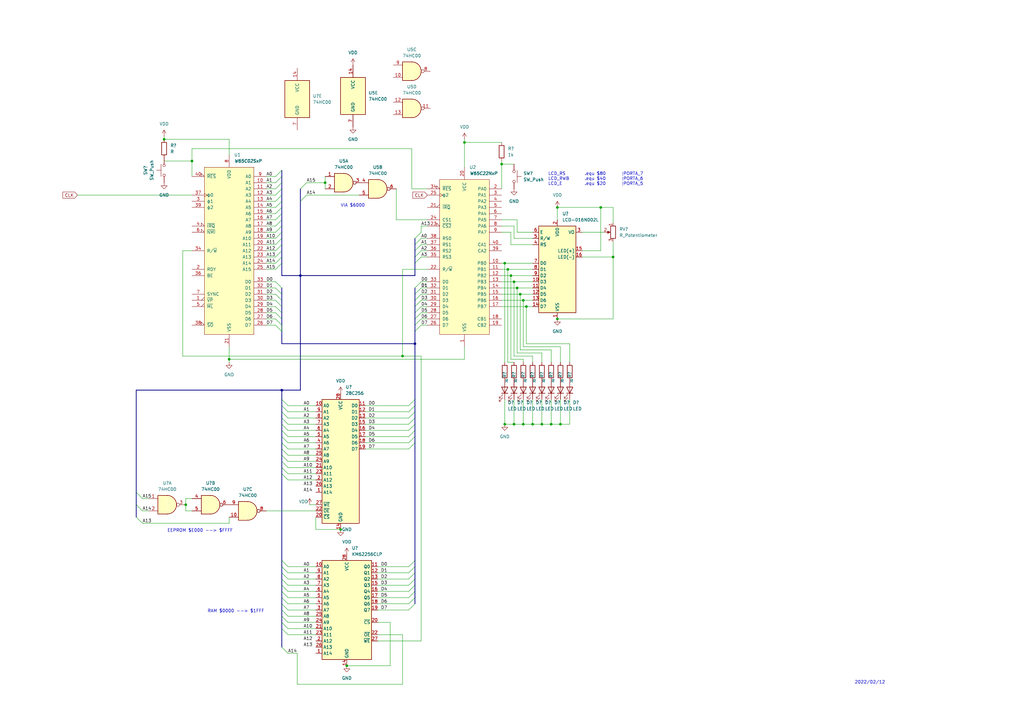
<source format=kicad_sch>
(kicad_sch (version 20230121) (generator eeschema)

  (uuid 9538e4ed-27e6-4c37-b989-9859dc0d49e8)

  (paper "A3")

  (lib_symbols
    (symbol "6502:W65C02SxP" (pin_names (offset 1.016)) (in_bom yes) (on_board yes)
      (property "Reference" "U" (at -10.16 35.56 0)
        (effects (font (size 1.27 1.27)) (justify left))
      )
      (property "Value" "W65C02SxP" (at 0 0 90)
        (effects (font (size 1.27 1.27) bold italic))
      )
      (property "Footprint" "" (at 0 50.8 0)
        (effects (font (size 1.27 1.27)) hide)
      )
      (property "Datasheet" "http://www.westerndesigncenter.com/wdc/documentation/w65c02s.pdf" (at 0 48.26 0)
        (effects (font (size 1.27 1.27)) hide)
      )
      (property "ki_keywords" "6502 CPU uP" (at 0 0 0)
        (effects (font (size 1.27 1.27)) hide)
      )
      (property "ki_description" "W65C02S 8-bit CMOS General Purpose Microprocessor, DIP-40" (at 0 0 0)
        (effects (font (size 1.27 1.27)) hide)
      )
      (property "ki_fp_filters" "DIP-40_W15.24mm*" (at 0 0 0)
        (effects (font (size 1.27 1.27)) hide)
      )
      (symbol "W65C02SxP_0_1"
        (rectangle (start -10.16 34.29) (end 10.16 -34.29)
          (stroke (width 0) (type default))
          (fill (type background))
        )
      )
      (symbol "W65C02SxP_1_1"
        (pin output output_low (at -15.24 -20.32 0) (length 5.08)
          (name "~{VP}" (effects (font (size 1.27 1.27))))
          (number "1" (effects (font (size 1.27 1.27))))
        )
        (pin tri_state line (at 15.24 27.94 180) (length 5.08)
          (name "A1" (effects (font (size 1.27 1.27))))
          (number "10" (effects (font (size 1.27 1.27))))
        )
        (pin tri_state line (at 15.24 25.4 180) (length 5.08)
          (name "A2" (effects (font (size 1.27 1.27))))
          (number "11" (effects (font (size 1.27 1.27))))
        )
        (pin tri_state line (at 15.24 22.86 180) (length 5.08)
          (name "A3" (effects (font (size 1.27 1.27))))
          (number "12" (effects (font (size 1.27 1.27))))
        )
        (pin tri_state line (at 15.24 20.32 180) (length 5.08)
          (name "A4" (effects (font (size 1.27 1.27))))
          (number "13" (effects (font (size 1.27 1.27))))
        )
        (pin tri_state line (at 15.24 17.78 180) (length 5.08)
          (name "A5" (effects (font (size 1.27 1.27))))
          (number "14" (effects (font (size 1.27 1.27))))
        )
        (pin tri_state line (at 15.24 15.24 180) (length 5.08)
          (name "A6" (effects (font (size 1.27 1.27))))
          (number "15" (effects (font (size 1.27 1.27))))
        )
        (pin tri_state line (at 15.24 12.7 180) (length 5.08)
          (name "A7" (effects (font (size 1.27 1.27))))
          (number "16" (effects (font (size 1.27 1.27))))
        )
        (pin tri_state line (at 15.24 10.16 180) (length 5.08)
          (name "A8" (effects (font (size 1.27 1.27))))
          (number "17" (effects (font (size 1.27 1.27))))
        )
        (pin tri_state line (at 15.24 7.62 180) (length 5.08)
          (name "A9" (effects (font (size 1.27 1.27))))
          (number "18" (effects (font (size 1.27 1.27))))
        )
        (pin tri_state line (at 15.24 5.08 180) (length 5.08)
          (name "A10" (effects (font (size 1.27 1.27))))
          (number "19" (effects (font (size 1.27 1.27))))
        )
        (pin open_collector line (at -15.24 -7.62 0) (length 5.08)
          (name "RDY" (effects (font (size 1.27 1.27))))
          (number "2" (effects (font (size 1.27 1.27))))
        )
        (pin tri_state line (at 15.24 2.54 180) (length 5.08)
          (name "A11" (effects (font (size 1.27 1.27))))
          (number "20" (effects (font (size 1.27 1.27))))
        )
        (pin power_in line (at 0 -39.37 90) (length 5.08)
          (name "VSS" (effects (font (size 1.27 1.27))))
          (number "21" (effects (font (size 1.27 1.27))))
        )
        (pin tri_state line (at 15.24 0 180) (length 5.08)
          (name "A12" (effects (font (size 1.27 1.27))))
          (number "22" (effects (font (size 1.27 1.27))))
        )
        (pin tri_state line (at 15.24 -2.54 180) (length 5.08)
          (name "A13" (effects (font (size 1.27 1.27))))
          (number "23" (effects (font (size 1.27 1.27))))
        )
        (pin tri_state line (at 15.24 -5.08 180) (length 5.08)
          (name "A14" (effects (font (size 1.27 1.27))))
          (number "24" (effects (font (size 1.27 1.27))))
        )
        (pin tri_state line (at 15.24 -7.62 180) (length 5.08)
          (name "A15" (effects (font (size 1.27 1.27))))
          (number "25" (effects (font (size 1.27 1.27))))
        )
        (pin bidirectional line (at 15.24 -30.48 180) (length 5.08)
          (name "D7" (effects (font (size 1.27 1.27))))
          (number "26" (effects (font (size 1.27 1.27))))
        )
        (pin bidirectional line (at 15.24 -27.94 180) (length 5.08)
          (name "D6" (effects (font (size 1.27 1.27))))
          (number "27" (effects (font (size 1.27 1.27))))
        )
        (pin bidirectional line (at 15.24 -25.4 180) (length 5.08)
          (name "D5" (effects (font (size 1.27 1.27))))
          (number "28" (effects (font (size 1.27 1.27))))
        )
        (pin bidirectional line (at 15.24 -22.86 180) (length 5.08)
          (name "D4" (effects (font (size 1.27 1.27))))
          (number "29" (effects (font (size 1.27 1.27))))
        )
        (pin output line (at -15.24 20.32 0) (length 5.08)
          (name "ϕ1" (effects (font (size 1.27 1.27))))
          (number "3" (effects (font (size 1.27 1.27))))
        )
        (pin bidirectional line (at 15.24 -20.32 180) (length 5.08)
          (name "D3" (effects (font (size 1.27 1.27))))
          (number "30" (effects (font (size 1.27 1.27))))
        )
        (pin bidirectional line (at 15.24 -17.78 180) (length 5.08)
          (name "D2" (effects (font (size 1.27 1.27))))
          (number "31" (effects (font (size 1.27 1.27))))
        )
        (pin bidirectional line (at 15.24 -15.24 180) (length 5.08)
          (name "D1" (effects (font (size 1.27 1.27))))
          (number "32" (effects (font (size 1.27 1.27))))
        )
        (pin bidirectional line (at 15.24 -12.7 180) (length 5.08)
          (name "D0" (effects (font (size 1.27 1.27))))
          (number "33" (effects (font (size 1.27 1.27))))
        )
        (pin tri_state line (at -15.24 0 0) (length 5.08)
          (name "R/~{W}" (effects (font (size 1.27 1.27))))
          (number "34" (effects (font (size 1.27 1.27))))
        )
        (pin no_connect non_logic (at -10.16 -27.94 0) (length 2.54) hide
          (name "nc" (effects (font (size 1.27 1.27))))
          (number "35" (effects (font (size 1.27 1.27))))
        )
        (pin input line (at -15.24 -10.16 0) (length 5.08)
          (name "BE" (effects (font (size 1.27 1.27))))
          (number "36" (effects (font (size 1.27 1.27))))
        )
        (pin input clock (at -15.24 22.86 0) (length 5.08)
          (name "ϕ0" (effects (font (size 1.27 1.27))))
          (number "37" (effects (font (size 1.27 1.27))))
        )
        (pin input input_low (at -15.24 -30.48 0) (length 5.08)
          (name "~{SO}" (effects (font (size 1.27 1.27))))
          (number "38" (effects (font (size 1.27 1.27))))
        )
        (pin output line (at -15.24 17.78 0) (length 5.08)
          (name "ϕ2" (effects (font (size 1.27 1.27))))
          (number "39" (effects (font (size 1.27 1.27))))
        )
        (pin input input_low (at -15.24 10.16 0) (length 5.08)
          (name "~{IRQ}" (effects (font (size 1.27 1.27))))
          (number "4" (effects (font (size 1.27 1.27))))
        )
        (pin input input_low (at -15.24 30.48 0) (length 5.08)
          (name "~{RES}" (effects (font (size 1.27 1.27))))
          (number "40" (effects (font (size 1.27 1.27))))
        )
        (pin output output_low (at -15.24 -22.86 0) (length 5.08)
          (name "~{ML}" (effects (font (size 1.27 1.27))))
          (number "5" (effects (font (size 1.27 1.27))))
        )
        (pin input input_low (at -15.24 7.62 0) (length 5.08)
          (name "~{NMI}" (effects (font (size 1.27 1.27))))
          (number "6" (effects (font (size 1.27 1.27))))
        )
        (pin output line (at -15.24 -17.78 0) (length 5.08)
          (name "SYNC" (effects (font (size 1.27 1.27))))
          (number "7" (effects (font (size 1.27 1.27))))
        )
        (pin power_in line (at 0 39.37 270) (length 5.08)
          (name "VDD" (effects (font (size 1.27 1.27))))
          (number "8" (effects (font (size 1.27 1.27))))
        )
        (pin tri_state line (at 15.24 30.48 180) (length 5.08)
          (name "A0" (effects (font (size 1.27 1.27))))
          (number "9" (effects (font (size 1.27 1.27))))
        )
      )
    )
    (symbol "6502:W65C22NxP" (pin_names (offset 1.016)) (in_bom yes) (on_board yes)
      (property "Reference" "U" (at -10.16 33.02 0)
        (effects (font (size 1.27 1.27)) (justify left))
      )
      (property "Value" "W65C22NxP" (at 0 0 90)
        (effects (font (size 1.27 1.27) bold italic))
      )
      (property "Footprint" "" (at 0 3.81 0)
        (effects (font (size 1.27 1.27)) hide)
      )
      (property "Datasheet" "http://www.westerndesigncenter.com/wdc/documentation/w65c22.pdf" (at 0 3.81 0)
        (effects (font (size 1.27 1.27)) hide)
      )
      (property "ki_keywords" "6502 6522 VIA I/O" (at 0 0 0)
        (effects (font (size 1.27 1.27)) hide)
      )
      (property "ki_description" "W65C22N CMOS Versatile Interface Adapter (VIA), 20-pin I/O, 2 Timer/Counters, NMOS-Compatible, DIP-40" (at 0 0 0)
        (effects (font (size 1.27 1.27)) hide)
      )
      (property "ki_fp_filters" "DIP-40_W15.24mm*" (at 0 0 0)
        (effects (font (size 1.27 1.27)) hide)
      )
      (symbol "W65C22NxP_0_1"
        (rectangle (start -10.16 31.75) (end 10.16 -31.75)
          (stroke (width 0) (type default))
          (fill (type background))
        )
      )
      (symbol "W65C22NxP_1_1"
        (pin power_in line (at 0 -36.83 90) (length 5.08)
          (name "VSS" (effects (font (size 1.27 1.27))))
          (number "1" (effects (font (size 1.27 1.27))))
        )
        (pin bidirectional line (at 15.24 -2.54 180) (length 5.08)
          (name "PB0" (effects (font (size 1.27 1.27))))
          (number "10" (effects (font (size 1.27 1.27))))
        )
        (pin bidirectional line (at 15.24 -5.08 180) (length 5.08)
          (name "PB1" (effects (font (size 1.27 1.27))))
          (number "11" (effects (font (size 1.27 1.27))))
        )
        (pin bidirectional line (at 15.24 -7.62 180) (length 5.08)
          (name "PB2" (effects (font (size 1.27 1.27))))
          (number "12" (effects (font (size 1.27 1.27))))
        )
        (pin bidirectional line (at 15.24 -10.16 180) (length 5.08)
          (name "PB3" (effects (font (size 1.27 1.27))))
          (number "13" (effects (font (size 1.27 1.27))))
        )
        (pin bidirectional line (at 15.24 -12.7 180) (length 5.08)
          (name "PB4" (effects (font (size 1.27 1.27))))
          (number "14" (effects (font (size 1.27 1.27))))
        )
        (pin bidirectional line (at 15.24 -15.24 180) (length 5.08)
          (name "PB5" (effects (font (size 1.27 1.27))))
          (number "15" (effects (font (size 1.27 1.27))))
        )
        (pin bidirectional line (at 15.24 -17.78 180) (length 5.08)
          (name "PB6" (effects (font (size 1.27 1.27))))
          (number "16" (effects (font (size 1.27 1.27))))
        )
        (pin bidirectional line (at 15.24 -20.32 180) (length 5.08)
          (name "PB7" (effects (font (size 1.27 1.27))))
          (number "17" (effects (font (size 1.27 1.27))))
        )
        (pin input line (at 15.24 -25.4 180) (length 5.08)
          (name "CB1" (effects (font (size 1.27 1.27))))
          (number "18" (effects (font (size 1.27 1.27))))
        )
        (pin bidirectional line (at 15.24 -27.94 180) (length 5.08)
          (name "CB2" (effects (font (size 1.27 1.27))))
          (number "19" (effects (font (size 1.27 1.27))))
        )
        (pin bidirectional line (at 15.24 27.94 180) (length 5.08)
          (name "PA0" (effects (font (size 1.27 1.27))))
          (number "2" (effects (font (size 1.27 1.27))))
        )
        (pin power_in line (at 0 36.83 270) (length 5.08)
          (name "VCC" (effects (font (size 1.27 1.27))))
          (number "20" (effects (font (size 1.27 1.27))))
        )
        (pin open_collector output_low (at -15.24 20.32 0) (length 5.08)
          (name "~{IRQ}" (effects (font (size 1.27 1.27))))
          (number "21" (effects (font (size 1.27 1.27))))
        )
        (pin input line (at -15.24 -5.08 0) (length 5.08)
          (name "R/~{W}" (effects (font (size 1.27 1.27))))
          (number "22" (effects (font (size 1.27 1.27))))
        )
        (pin input input_low (at -15.24 12.7 0) (length 5.08)
          (name "~{CS2}" (effects (font (size 1.27 1.27))))
          (number "23" (effects (font (size 1.27 1.27))))
        )
        (pin input line (at -15.24 15.24 0) (length 5.08)
          (name "CS1" (effects (font (size 1.27 1.27))))
          (number "24" (effects (font (size 1.27 1.27))))
        )
        (pin input clock (at -15.24 25.4 0) (length 5.08)
          (name "ϕ2" (effects (font (size 1.27 1.27))))
          (number "25" (effects (font (size 1.27 1.27))))
        )
        (pin bidirectional line (at -15.24 -27.94 0) (length 5.08)
          (name "D7" (effects (font (size 1.27 1.27))))
          (number "26" (effects (font (size 1.27 1.27))))
        )
        (pin bidirectional line (at -15.24 -25.4 0) (length 5.08)
          (name "D6" (effects (font (size 1.27 1.27))))
          (number "27" (effects (font (size 1.27 1.27))))
        )
        (pin bidirectional line (at -15.24 -22.86 0) (length 5.08)
          (name "D5" (effects (font (size 1.27 1.27))))
          (number "28" (effects (font (size 1.27 1.27))))
        )
        (pin bidirectional line (at -15.24 -20.32 0) (length 5.08)
          (name "D4" (effects (font (size 1.27 1.27))))
          (number "29" (effects (font (size 1.27 1.27))))
        )
        (pin bidirectional line (at 15.24 25.4 180) (length 5.08)
          (name "PA1" (effects (font (size 1.27 1.27))))
          (number "3" (effects (font (size 1.27 1.27))))
        )
        (pin bidirectional line (at -15.24 -17.78 0) (length 5.08)
          (name "D3" (effects (font (size 1.27 1.27))))
          (number "30" (effects (font (size 1.27 1.27))))
        )
        (pin bidirectional line (at -15.24 -15.24 0) (length 5.08)
          (name "D2" (effects (font (size 1.27 1.27))))
          (number "31" (effects (font (size 1.27 1.27))))
        )
        (pin bidirectional line (at -15.24 -12.7 0) (length 5.08)
          (name "D1" (effects (font (size 1.27 1.27))))
          (number "32" (effects (font (size 1.27 1.27))))
        )
        (pin bidirectional line (at -15.24 -10.16 0) (length 5.08)
          (name "D0" (effects (font (size 1.27 1.27))))
          (number "33" (effects (font (size 1.27 1.27))))
        )
        (pin input input_low (at -15.24 27.94 0) (length 5.08)
          (name "~{RES}" (effects (font (size 1.27 1.27))))
          (number "34" (effects (font (size 1.27 1.27))))
        )
        (pin input line (at -15.24 0 0) (length 5.08)
          (name "RS3" (effects (font (size 1.27 1.27))))
          (number "35" (effects (font (size 1.27 1.27))))
        )
        (pin input line (at -15.24 2.54 0) (length 5.08)
          (name "RS2" (effects (font (size 1.27 1.27))))
          (number "36" (effects (font (size 1.27 1.27))))
        )
        (pin input line (at -15.24 5.08 0) (length 5.08)
          (name "RS1" (effects (font (size 1.27 1.27))))
          (number "37" (effects (font (size 1.27 1.27))))
        )
        (pin input line (at -15.24 7.62 0) (length 5.08)
          (name "RS0" (effects (font (size 1.27 1.27))))
          (number "38" (effects (font (size 1.27 1.27))))
        )
        (pin bidirectional line (at 15.24 2.54 180) (length 5.08)
          (name "CA2" (effects (font (size 1.27 1.27))))
          (number "39" (effects (font (size 1.27 1.27))))
        )
        (pin bidirectional line (at 15.24 22.86 180) (length 5.08)
          (name "PA2" (effects (font (size 1.27 1.27))))
          (number "4" (effects (font (size 1.27 1.27))))
        )
        (pin input line (at 15.24 5.08 180) (length 5.08)
          (name "CA1" (effects (font (size 1.27 1.27))))
          (number "40" (effects (font (size 1.27 1.27))))
        )
        (pin bidirectional line (at 15.24 20.32 180) (length 5.08)
          (name "PA3" (effects (font (size 1.27 1.27))))
          (number "5" (effects (font (size 1.27 1.27))))
        )
        (pin bidirectional line (at 15.24 17.78 180) (length 5.08)
          (name "PA4" (effects (font (size 1.27 1.27))))
          (number "6" (effects (font (size 1.27 1.27))))
        )
        (pin bidirectional line (at 15.24 15.24 180) (length 5.08)
          (name "PA5" (effects (font (size 1.27 1.27))))
          (number "7" (effects (font (size 1.27 1.27))))
        )
        (pin bidirectional line (at 15.24 12.7 180) (length 5.08)
          (name "PA6" (effects (font (size 1.27 1.27))))
          (number "8" (effects (font (size 1.27 1.27))))
        )
        (pin bidirectional line (at 15.24 10.16 180) (length 5.08)
          (name "PA7" (effects (font (size 1.27 1.27))))
          (number "9" (effects (font (size 1.27 1.27))))
        )
      )
    )
    (symbol "74xx:74HC00" (pin_names (offset 1.016)) (in_bom yes) (on_board yes)
      (property "Reference" "U" (at 0 1.27 0)
        (effects (font (size 1.27 1.27)))
      )
      (property "Value" "74HC00" (at 0 -1.27 0)
        (effects (font (size 1.27 1.27)))
      )
      (property "Footprint" "" (at 0 0 0)
        (effects (font (size 1.27 1.27)) hide)
      )
      (property "Datasheet" "http://www.ti.com/lit/gpn/sn74hc00" (at 0 0 0)
        (effects (font (size 1.27 1.27)) hide)
      )
      (property "ki_locked" "" (at 0 0 0)
        (effects (font (size 1.27 1.27)))
      )
      (property "ki_keywords" "HCMOS nand 2-input" (at 0 0 0)
        (effects (font (size 1.27 1.27)) hide)
      )
      (property "ki_description" "quad 2-input NAND gate" (at 0 0 0)
        (effects (font (size 1.27 1.27)) hide)
      )
      (property "ki_fp_filters" "DIP*W7.62mm* SO14*" (at 0 0 0)
        (effects (font (size 1.27 1.27)) hide)
      )
      (symbol "74HC00_1_1"
        (arc (start 0 -3.81) (mid 3.7934 0) (end 0 3.81)
          (stroke (width 0.254) (type default))
          (fill (type background))
        )
        (polyline
          (pts
            (xy 0 3.81)
            (xy -3.81 3.81)
            (xy -3.81 -3.81)
            (xy 0 -3.81)
          )
          (stroke (width 0.254) (type default))
          (fill (type background))
        )
        (pin input line (at -7.62 2.54 0) (length 3.81)
          (name "~" (effects (font (size 1.27 1.27))))
          (number "1" (effects (font (size 1.27 1.27))))
        )
        (pin input line (at -7.62 -2.54 0) (length 3.81)
          (name "~" (effects (font (size 1.27 1.27))))
          (number "2" (effects (font (size 1.27 1.27))))
        )
        (pin output inverted (at 7.62 0 180) (length 3.81)
          (name "~" (effects (font (size 1.27 1.27))))
          (number "3" (effects (font (size 1.27 1.27))))
        )
      )
      (symbol "74HC00_1_2"
        (arc (start -3.81 -3.81) (mid -2.589 0) (end -3.81 3.81)
          (stroke (width 0.254) (type default))
          (fill (type none))
        )
        (arc (start -0.6096 -3.81) (mid 2.1855 -2.584) (end 3.81 0)
          (stroke (width 0.254) (type default))
          (fill (type background))
        )
        (polyline
          (pts
            (xy -3.81 -3.81)
            (xy -0.635 -3.81)
          )
          (stroke (width 0.254) (type default))
          (fill (type background))
        )
        (polyline
          (pts
            (xy -3.81 3.81)
            (xy -0.635 3.81)
          )
          (stroke (width 0.254) (type default))
          (fill (type background))
        )
        (polyline
          (pts
            (xy -0.635 3.81)
            (xy -3.81 3.81)
            (xy -3.81 3.81)
            (xy -3.556 3.4036)
            (xy -3.0226 2.2606)
            (xy -2.6924 1.0414)
            (xy -2.6162 -0.254)
            (xy -2.7686 -1.4986)
            (xy -3.175 -2.7178)
            (xy -3.81 -3.81)
            (xy -3.81 -3.81)
            (xy -0.635 -3.81)
          )
          (stroke (width -25.4) (type default))
          (fill (type background))
        )
        (arc (start 3.81 0) (mid 2.1928 2.5925) (end -0.6096 3.81)
          (stroke (width 0.254) (type default))
          (fill (type background))
        )
        (pin input inverted (at -7.62 2.54 0) (length 4.318)
          (name "~" (effects (font (size 1.27 1.27))))
          (number "1" (effects (font (size 1.27 1.27))))
        )
        (pin input inverted (at -7.62 -2.54 0) (length 4.318)
          (name "~" (effects (font (size 1.27 1.27))))
          (number "2" (effects (font (size 1.27 1.27))))
        )
        (pin output line (at 7.62 0 180) (length 3.81)
          (name "~" (effects (font (size 1.27 1.27))))
          (number "3" (effects (font (size 1.27 1.27))))
        )
      )
      (symbol "74HC00_2_1"
        (arc (start 0 -3.81) (mid 3.7934 0) (end 0 3.81)
          (stroke (width 0.254) (type default))
          (fill (type background))
        )
        (polyline
          (pts
            (xy 0 3.81)
            (xy -3.81 3.81)
            (xy -3.81 -3.81)
            (xy 0 -3.81)
          )
          (stroke (width 0.254) (type default))
          (fill (type background))
        )
        (pin input line (at -7.62 2.54 0) (length 3.81)
          (name "~" (effects (font (size 1.27 1.27))))
          (number "4" (effects (font (size 1.27 1.27))))
        )
        (pin input line (at -7.62 -2.54 0) (length 3.81)
          (name "~" (effects (font (size 1.27 1.27))))
          (number "5" (effects (font (size 1.27 1.27))))
        )
        (pin output inverted (at 7.62 0 180) (length 3.81)
          (name "~" (effects (font (size 1.27 1.27))))
          (number "6" (effects (font (size 1.27 1.27))))
        )
      )
      (symbol "74HC00_2_2"
        (arc (start -3.81 -3.81) (mid -2.589 0) (end -3.81 3.81)
          (stroke (width 0.254) (type default))
          (fill (type none))
        )
        (arc (start -0.6096 -3.81) (mid 2.1855 -2.584) (end 3.81 0)
          (stroke (width 0.254) (type default))
          (fill (type background))
        )
        (polyline
          (pts
            (xy -3.81 -3.81)
            (xy -0.635 -3.81)
          )
          (stroke (width 0.254) (type default))
          (fill (type background))
        )
        (polyline
          (pts
            (xy -3.81 3.81)
            (xy -0.635 3.81)
          )
          (stroke (width 0.254) (type default))
          (fill (type background))
        )
        (polyline
          (pts
            (xy -0.635 3.81)
            (xy -3.81 3.81)
            (xy -3.81 3.81)
            (xy -3.556 3.4036)
            (xy -3.0226 2.2606)
            (xy -2.6924 1.0414)
            (xy -2.6162 -0.254)
            (xy -2.7686 -1.4986)
            (xy -3.175 -2.7178)
            (xy -3.81 -3.81)
            (xy -3.81 -3.81)
            (xy -0.635 -3.81)
          )
          (stroke (width -25.4) (type default))
          (fill (type background))
        )
        (arc (start 3.81 0) (mid 2.1928 2.5925) (end -0.6096 3.81)
          (stroke (width 0.254) (type default))
          (fill (type background))
        )
        (pin input inverted (at -7.62 2.54 0) (length 4.318)
          (name "~" (effects (font (size 1.27 1.27))))
          (number "4" (effects (font (size 1.27 1.27))))
        )
        (pin input inverted (at -7.62 -2.54 0) (length 4.318)
          (name "~" (effects (font (size 1.27 1.27))))
          (number "5" (effects (font (size 1.27 1.27))))
        )
        (pin output line (at 7.62 0 180) (length 3.81)
          (name "~" (effects (font (size 1.27 1.27))))
          (number "6" (effects (font (size 1.27 1.27))))
        )
      )
      (symbol "74HC00_3_1"
        (arc (start 0 -3.81) (mid 3.7934 0) (end 0 3.81)
          (stroke (width 0.254) (type default))
          (fill (type background))
        )
        (polyline
          (pts
            (xy 0 3.81)
            (xy -3.81 3.81)
            (xy -3.81 -3.81)
            (xy 0 -3.81)
          )
          (stroke (width 0.254) (type default))
          (fill (type background))
        )
        (pin input line (at -7.62 -2.54 0) (length 3.81)
          (name "~" (effects (font (size 1.27 1.27))))
          (number "10" (effects (font (size 1.27 1.27))))
        )
        (pin output inverted (at 7.62 0 180) (length 3.81)
          (name "~" (effects (font (size 1.27 1.27))))
          (number "8" (effects (font (size 1.27 1.27))))
        )
        (pin input line (at -7.62 2.54 0) (length 3.81)
          (name "~" (effects (font (size 1.27 1.27))))
          (number "9" (effects (font (size 1.27 1.27))))
        )
      )
      (symbol "74HC00_3_2"
        (arc (start -3.81 -3.81) (mid -2.589 0) (end -3.81 3.81)
          (stroke (width 0.254) (type default))
          (fill (type none))
        )
        (arc (start -0.6096 -3.81) (mid 2.1855 -2.584) (end 3.81 0)
          (stroke (width 0.254) (type default))
          (fill (type background))
        )
        (polyline
          (pts
            (xy -3.81 -3.81)
            (xy -0.635 -3.81)
          )
          (stroke (width 0.254) (type default))
          (fill (type background))
        )
        (polyline
          (pts
            (xy -3.81 3.81)
            (xy -0.635 3.81)
          )
          (stroke (width 0.254) (type default))
          (fill (type background))
        )
        (polyline
          (pts
            (xy -0.635 3.81)
            (xy -3.81 3.81)
            (xy -3.81 3.81)
            (xy -3.556 3.4036)
            (xy -3.0226 2.2606)
            (xy -2.6924 1.0414)
            (xy -2.6162 -0.254)
            (xy -2.7686 -1.4986)
            (xy -3.175 -2.7178)
            (xy -3.81 -3.81)
            (xy -3.81 -3.81)
            (xy -0.635 -3.81)
          )
          (stroke (width -25.4) (type default))
          (fill (type background))
        )
        (arc (start 3.81 0) (mid 2.1928 2.5925) (end -0.6096 3.81)
          (stroke (width 0.254) (type default))
          (fill (type background))
        )
        (pin input inverted (at -7.62 -2.54 0) (length 4.318)
          (name "~" (effects (font (size 1.27 1.27))))
          (number "10" (effects (font (size 1.27 1.27))))
        )
        (pin output line (at 7.62 0 180) (length 3.81)
          (name "~" (effects (font (size 1.27 1.27))))
          (number "8" (effects (font (size 1.27 1.27))))
        )
        (pin input inverted (at -7.62 2.54 0) (length 4.318)
          (name "~" (effects (font (size 1.27 1.27))))
          (number "9" (effects (font (size 1.27 1.27))))
        )
      )
      (symbol "74HC00_4_1"
        (arc (start 0 -3.81) (mid 3.7934 0) (end 0 3.81)
          (stroke (width 0.254) (type default))
          (fill (type background))
        )
        (polyline
          (pts
            (xy 0 3.81)
            (xy -3.81 3.81)
            (xy -3.81 -3.81)
            (xy 0 -3.81)
          )
          (stroke (width 0.254) (type default))
          (fill (type background))
        )
        (pin output inverted (at 7.62 0 180) (length 3.81)
          (name "~" (effects (font (size 1.27 1.27))))
          (number "11" (effects (font (size 1.27 1.27))))
        )
        (pin input line (at -7.62 2.54 0) (length 3.81)
          (name "~" (effects (font (size 1.27 1.27))))
          (number "12" (effects (font (size 1.27 1.27))))
        )
        (pin input line (at -7.62 -2.54 0) (length 3.81)
          (name "~" (effects (font (size 1.27 1.27))))
          (number "13" (effects (font (size 1.27 1.27))))
        )
      )
      (symbol "74HC00_4_2"
        (arc (start -3.81 -3.81) (mid -2.589 0) (end -3.81 3.81)
          (stroke (width 0.254) (type default))
          (fill (type none))
        )
        (arc (start -0.6096 -3.81) (mid 2.1855 -2.584) (end 3.81 0)
          (stroke (width 0.254) (type default))
          (fill (type background))
        )
        (polyline
          (pts
            (xy -3.81 -3.81)
            (xy -0.635 -3.81)
          )
          (stroke (width 0.254) (type default))
          (fill (type background))
        )
        (polyline
          (pts
            (xy -3.81 3.81)
            (xy -0.635 3.81)
          )
          (stroke (width 0.254) (type default))
          (fill (type background))
        )
        (polyline
          (pts
            (xy -0.635 3.81)
            (xy -3.81 3.81)
            (xy -3.81 3.81)
            (xy -3.556 3.4036)
            (xy -3.0226 2.2606)
            (xy -2.6924 1.0414)
            (xy -2.6162 -0.254)
            (xy -2.7686 -1.4986)
            (xy -3.175 -2.7178)
            (xy -3.81 -3.81)
            (xy -3.81 -3.81)
            (xy -0.635 -3.81)
          )
          (stroke (width -25.4) (type default))
          (fill (type background))
        )
        (arc (start 3.81 0) (mid 2.1928 2.5925) (end -0.6096 3.81)
          (stroke (width 0.254) (type default))
          (fill (type background))
        )
        (pin output line (at 7.62 0 180) (length 3.81)
          (name "~" (effects (font (size 1.27 1.27))))
          (number "11" (effects (font (size 1.27 1.27))))
        )
        (pin input inverted (at -7.62 2.54 0) (length 4.318)
          (name "~" (effects (font (size 1.27 1.27))))
          (number "12" (effects (font (size 1.27 1.27))))
        )
        (pin input inverted (at -7.62 -2.54 0) (length 4.318)
          (name "~" (effects (font (size 1.27 1.27))))
          (number "13" (effects (font (size 1.27 1.27))))
        )
      )
      (symbol "74HC00_5_0"
        (pin power_in line (at 0 12.7 270) (length 5.08)
          (name "VCC" (effects (font (size 1.27 1.27))))
          (number "14" (effects (font (size 1.27 1.27))))
        )
        (pin power_in line (at 0 -12.7 90) (length 5.08)
          (name "GND" (effects (font (size 1.27 1.27))))
          (number "7" (effects (font (size 1.27 1.27))))
        )
      )
      (symbol "74HC00_5_1"
        (rectangle (start -5.08 7.62) (end 5.08 -7.62)
          (stroke (width 0.254) (type default))
          (fill (type background))
        )
      )
    )
    (symbol "Device:LED" (pin_numbers hide) (pin_names (offset 1.016) hide) (in_bom yes) (on_board yes)
      (property "Reference" "D" (at 0 2.54 0)
        (effects (font (size 1.27 1.27)))
      )
      (property "Value" "LED" (at 0 -2.54 0)
        (effects (font (size 1.27 1.27)))
      )
      (property "Footprint" "" (at 0 0 0)
        (effects (font (size 1.27 1.27)) hide)
      )
      (property "Datasheet" "~" (at 0 0 0)
        (effects (font (size 1.27 1.27)) hide)
      )
      (property "ki_keywords" "LED diode" (at 0 0 0)
        (effects (font (size 1.27 1.27)) hide)
      )
      (property "ki_description" "Light emitting diode" (at 0 0 0)
        (effects (font (size 1.27 1.27)) hide)
      )
      (property "ki_fp_filters" "LED* LED_SMD:* LED_THT:*" (at 0 0 0)
        (effects (font (size 1.27 1.27)) hide)
      )
      (symbol "LED_0_1"
        (polyline
          (pts
            (xy -1.27 -1.27)
            (xy -1.27 1.27)
          )
          (stroke (width 0.254) (type default))
          (fill (type none))
        )
        (polyline
          (pts
            (xy -1.27 0)
            (xy 1.27 0)
          )
          (stroke (width 0) (type default))
          (fill (type none))
        )
        (polyline
          (pts
            (xy 1.27 -1.27)
            (xy 1.27 1.27)
            (xy -1.27 0)
            (xy 1.27 -1.27)
          )
          (stroke (width 0.254) (type default))
          (fill (type none))
        )
        (polyline
          (pts
            (xy -3.048 -0.762)
            (xy -4.572 -2.286)
            (xy -3.81 -2.286)
            (xy -4.572 -2.286)
            (xy -4.572 -1.524)
          )
          (stroke (width 0) (type default))
          (fill (type none))
        )
        (polyline
          (pts
            (xy -1.778 -0.762)
            (xy -3.302 -2.286)
            (xy -2.54 -2.286)
            (xy -3.302 -2.286)
            (xy -3.302 -1.524)
          )
          (stroke (width 0) (type default))
          (fill (type none))
        )
      )
      (symbol "LED_1_1"
        (pin passive line (at -3.81 0 0) (length 2.54)
          (name "K" (effects (font (size 1.27 1.27))))
          (number "1" (effects (font (size 1.27 1.27))))
        )
        (pin passive line (at 3.81 0 180) (length 2.54)
          (name "A" (effects (font (size 1.27 1.27))))
          (number "2" (effects (font (size 1.27 1.27))))
        )
      )
    )
    (symbol "Device:R" (pin_numbers hide) (pin_names (offset 0)) (in_bom yes) (on_board yes)
      (property "Reference" "R" (at 2.032 0 90)
        (effects (font (size 1.27 1.27)))
      )
      (property "Value" "R" (at 0 0 90)
        (effects (font (size 1.27 1.27)))
      )
      (property "Footprint" "" (at -1.778 0 90)
        (effects (font (size 1.27 1.27)) hide)
      )
      (property "Datasheet" "~" (at 0 0 0)
        (effects (font (size 1.27 1.27)) hide)
      )
      (property "ki_keywords" "R res resistor" (at 0 0 0)
        (effects (font (size 1.27 1.27)) hide)
      )
      (property "ki_description" "Resistor" (at 0 0 0)
        (effects (font (size 1.27 1.27)) hide)
      )
      (property "ki_fp_filters" "R_*" (at 0 0 0)
        (effects (font (size 1.27 1.27)) hide)
      )
      (symbol "R_0_1"
        (rectangle (start -1.016 -2.54) (end 1.016 2.54)
          (stroke (width 0.254) (type default))
          (fill (type none))
        )
      )
      (symbol "R_1_1"
        (pin passive line (at 0 3.81 270) (length 1.27)
          (name "~" (effects (font (size 1.27 1.27))))
          (number "1" (effects (font (size 1.27 1.27))))
        )
        (pin passive line (at 0 -3.81 90) (length 1.27)
          (name "~" (effects (font (size 1.27 1.27))))
          (number "2" (effects (font (size 1.27 1.27))))
        )
      )
    )
    (symbol "Device:R_Potentiometer" (pin_names (offset 1.016) hide) (in_bom yes) (on_board yes)
      (property "Reference" "RV" (at -4.445 0 90)
        (effects (font (size 1.27 1.27)))
      )
      (property "Value" "R_Potentiometer" (at -2.54 0 90)
        (effects (font (size 1.27 1.27)))
      )
      (property "Footprint" "" (at 0 0 0)
        (effects (font (size 1.27 1.27)) hide)
      )
      (property "Datasheet" "~" (at 0 0 0)
        (effects (font (size 1.27 1.27)) hide)
      )
      (property "ki_keywords" "resistor variable" (at 0 0 0)
        (effects (font (size 1.27 1.27)) hide)
      )
      (property "ki_description" "Potentiometer" (at 0 0 0)
        (effects (font (size 1.27 1.27)) hide)
      )
      (property "ki_fp_filters" "Potentiometer*" (at 0 0 0)
        (effects (font (size 1.27 1.27)) hide)
      )
      (symbol "R_Potentiometer_0_1"
        (polyline
          (pts
            (xy 2.54 0)
            (xy 1.524 0)
          )
          (stroke (width 0) (type default))
          (fill (type none))
        )
        (polyline
          (pts
            (xy 1.143 0)
            (xy 2.286 0.508)
            (xy 2.286 -0.508)
            (xy 1.143 0)
          )
          (stroke (width 0) (type default))
          (fill (type outline))
        )
        (rectangle (start 1.016 2.54) (end -1.016 -2.54)
          (stroke (width 0.254) (type default))
          (fill (type none))
        )
      )
      (symbol "R_Potentiometer_1_1"
        (pin passive line (at 0 3.81 270) (length 1.27)
          (name "1" (effects (font (size 1.27 1.27))))
          (number "1" (effects (font (size 1.27 1.27))))
        )
        (pin passive line (at 3.81 0 180) (length 1.27)
          (name "2" (effects (font (size 1.27 1.27))))
          (number "2" (effects (font (size 1.27 1.27))))
        )
        (pin passive line (at 0 -3.81 90) (length 1.27)
          (name "3" (effects (font (size 1.27 1.27))))
          (number "3" (effects (font (size 1.27 1.27))))
        )
      )
    )
    (symbol "Display_Character:WC1602A" (in_bom yes) (on_board yes)
      (property "Reference" "DS" (at -5.842 19.05 0)
        (effects (font (size 1.27 1.27)))
      )
      (property "Value" "WC1602A" (at 5.334 19.05 0)
        (effects (font (size 1.27 1.27)))
      )
      (property "Footprint" "Display:WC1602A" (at 0 -22.86 0)
        (effects (font (size 1.27 1.27) italic) hide)
      )
      (property "Datasheet" "http://www.wincomlcd.com/pdf/WC1602A-SFYLYHTC06.pdf" (at 17.78 0 0)
        (effects (font (size 1.27 1.27)) hide)
      )
      (property "ki_keywords" "display LCD dot-matrix" (at 0 0 0)
        (effects (font (size 1.27 1.27)) hide)
      )
      (property "ki_description" "LCD 16x2 Alphanumeric , 8 bit parallel bus, 5V VDD" (at 0 0 0)
        (effects (font (size 1.27 1.27)) hide)
      )
      (property "ki_fp_filters" "*WC*1602A*" (at 0 0 0)
        (effects (font (size 1.27 1.27)) hide)
      )
      (symbol "WC1602A_1_1"
        (rectangle (start -7.62 17.78) (end 7.62 -17.78)
          (stroke (width 0.254) (type default))
          (fill (type background))
        )
        (pin power_in line (at 0 -20.32 90) (length 2.54)
          (name "VSS" (effects (font (size 1.27 1.27))))
          (number "1" (effects (font (size 1.27 1.27))))
        )
        (pin input line (at -10.16 -5.08 0) (length 2.54)
          (name "D3" (effects (font (size 1.27 1.27))))
          (number "10" (effects (font (size 1.27 1.27))))
        )
        (pin input line (at -10.16 -7.62 0) (length 2.54)
          (name "D4" (effects (font (size 1.27 1.27))))
          (number "11" (effects (font (size 1.27 1.27))))
        )
        (pin input line (at -10.16 -10.16 0) (length 2.54)
          (name "D5" (effects (font (size 1.27 1.27))))
          (number "12" (effects (font (size 1.27 1.27))))
        )
        (pin input line (at -10.16 -12.7 0) (length 2.54)
          (name "D6" (effects (font (size 1.27 1.27))))
          (number "13" (effects (font (size 1.27 1.27))))
        )
        (pin input line (at -10.16 -15.24 0) (length 2.54)
          (name "D7" (effects (font (size 1.27 1.27))))
          (number "14" (effects (font (size 1.27 1.27))))
        )
        (pin power_in line (at 10.16 7.62 180) (length 2.54)
          (name "LED(+)" (effects (font (size 1.27 1.27))))
          (number "15" (effects (font (size 1.27 1.27))))
        )
        (pin power_in line (at 10.16 5.08 180) (length 2.54)
          (name "LED(-)" (effects (font (size 1.27 1.27))))
          (number "16" (effects (font (size 1.27 1.27))))
        )
        (pin power_in line (at 0 20.32 270) (length 2.54)
          (name "VDD" (effects (font (size 1.27 1.27))))
          (number "2" (effects (font (size 1.27 1.27))))
        )
        (pin input line (at 10.16 15.24 180) (length 2.54)
          (name "VO" (effects (font (size 1.27 1.27))))
          (number "3" (effects (font (size 1.27 1.27))))
        )
        (pin input line (at -10.16 10.16 0) (length 2.54)
          (name "RS" (effects (font (size 1.27 1.27))))
          (number "4" (effects (font (size 1.27 1.27))))
        )
        (pin input line (at -10.16 12.7 0) (length 2.54)
          (name "R/W" (effects (font (size 1.27 1.27))))
          (number "5" (effects (font (size 1.27 1.27))))
        )
        (pin input line (at -10.16 15.24 0) (length 2.54)
          (name "E" (effects (font (size 1.27 1.27))))
          (number "6" (effects (font (size 1.27 1.27))))
        )
        (pin input line (at -10.16 2.54 0) (length 2.54)
          (name "D0" (effects (font (size 1.27 1.27))))
          (number "7" (effects (font (size 1.27 1.27))))
        )
        (pin input line (at -10.16 0 0) (length 2.54)
          (name "D1" (effects (font (size 1.27 1.27))))
          (number "8" (effects (font (size 1.27 1.27))))
        )
        (pin input line (at -10.16 -2.54 0) (length 2.54)
          (name "D2" (effects (font (size 1.27 1.27))))
          (number "9" (effects (font (size 1.27 1.27))))
        )
      )
    )
    (symbol "Memory_EEPROM:28C256" (in_bom yes) (on_board yes)
      (property "Reference" "U" (at -7.62 26.67 0)
        (effects (font (size 1.27 1.27)))
      )
      (property "Value" "28C256" (at 2.54 -26.67 0)
        (effects (font (size 1.27 1.27)) (justify left))
      )
      (property "Footprint" "" (at 0 0 0)
        (effects (font (size 1.27 1.27)) hide)
      )
      (property "Datasheet" "http://ww1.microchip.com/downloads/en/DeviceDoc/doc0006.pdf" (at 0 0 0)
        (effects (font (size 1.27 1.27)) hide)
      )
      (property "ki_keywords" "Parallel EEPROM 256Kb" (at 0 0 0)
        (effects (font (size 1.27 1.27)) hide)
      )
      (property "ki_description" "Paged Parallel EEPROM 256Kb (32K x 8), DIP-28/SOIC-28" (at 0 0 0)
        (effects (font (size 1.27 1.27)) hide)
      )
      (property "ki_fp_filters" "DIP*W15.24mm* SOIC*7.5x17.9mm*P1.27mm*" (at 0 0 0)
        (effects (font (size 1.27 1.27)) hide)
      )
      (symbol "28C256_1_1"
        (rectangle (start -7.62 25.4) (end 7.62 -25.4)
          (stroke (width 0.254) (type default))
          (fill (type background))
        )
        (pin input line (at -10.16 -12.7 0) (length 2.54)
          (name "A14" (effects (font (size 1.27 1.27))))
          (number "1" (effects (font (size 1.27 1.27))))
        )
        (pin input line (at -10.16 22.86 0) (length 2.54)
          (name "A0" (effects (font (size 1.27 1.27))))
          (number "10" (effects (font (size 1.27 1.27))))
        )
        (pin tri_state line (at 10.16 22.86 180) (length 2.54)
          (name "D0" (effects (font (size 1.27 1.27))))
          (number "11" (effects (font (size 1.27 1.27))))
        )
        (pin tri_state line (at 10.16 20.32 180) (length 2.54)
          (name "D1" (effects (font (size 1.27 1.27))))
          (number "12" (effects (font (size 1.27 1.27))))
        )
        (pin tri_state line (at 10.16 17.78 180) (length 2.54)
          (name "D2" (effects (font (size 1.27 1.27))))
          (number "13" (effects (font (size 1.27 1.27))))
        )
        (pin power_in line (at 0 -27.94 90) (length 2.54)
          (name "GND" (effects (font (size 1.27 1.27))))
          (number "14" (effects (font (size 1.27 1.27))))
        )
        (pin tri_state line (at 10.16 15.24 180) (length 2.54)
          (name "D3" (effects (font (size 1.27 1.27))))
          (number "15" (effects (font (size 1.27 1.27))))
        )
        (pin tri_state line (at 10.16 12.7 180) (length 2.54)
          (name "D4" (effects (font (size 1.27 1.27))))
          (number "16" (effects (font (size 1.27 1.27))))
        )
        (pin tri_state line (at 10.16 10.16 180) (length 2.54)
          (name "D5" (effects (font (size 1.27 1.27))))
          (number "17" (effects (font (size 1.27 1.27))))
        )
        (pin tri_state line (at 10.16 7.62 180) (length 2.54)
          (name "D6" (effects (font (size 1.27 1.27))))
          (number "18" (effects (font (size 1.27 1.27))))
        )
        (pin tri_state line (at 10.16 5.08 180) (length 2.54)
          (name "D7" (effects (font (size 1.27 1.27))))
          (number "19" (effects (font (size 1.27 1.27))))
        )
        (pin input line (at -10.16 -7.62 0) (length 2.54)
          (name "A12" (effects (font (size 1.27 1.27))))
          (number "2" (effects (font (size 1.27 1.27))))
        )
        (pin input line (at -10.16 -22.86 0) (length 2.54)
          (name "~{CS}" (effects (font (size 1.27 1.27))))
          (number "20" (effects (font (size 1.27 1.27))))
        )
        (pin input line (at -10.16 -2.54 0) (length 2.54)
          (name "A10" (effects (font (size 1.27 1.27))))
          (number "21" (effects (font (size 1.27 1.27))))
        )
        (pin input line (at -10.16 -20.32 0) (length 2.54)
          (name "~{OE}" (effects (font (size 1.27 1.27))))
          (number "22" (effects (font (size 1.27 1.27))))
        )
        (pin input line (at -10.16 -5.08 0) (length 2.54)
          (name "A11" (effects (font (size 1.27 1.27))))
          (number "23" (effects (font (size 1.27 1.27))))
        )
        (pin input line (at -10.16 0 0) (length 2.54)
          (name "A9" (effects (font (size 1.27 1.27))))
          (number "24" (effects (font (size 1.27 1.27))))
        )
        (pin input line (at -10.16 2.54 0) (length 2.54)
          (name "A8" (effects (font (size 1.27 1.27))))
          (number "25" (effects (font (size 1.27 1.27))))
        )
        (pin input line (at -10.16 -10.16 0) (length 2.54)
          (name "A13" (effects (font (size 1.27 1.27))))
          (number "26" (effects (font (size 1.27 1.27))))
        )
        (pin input line (at -10.16 -17.78 0) (length 2.54)
          (name "~{WE}" (effects (font (size 1.27 1.27))))
          (number "27" (effects (font (size 1.27 1.27))))
        )
        (pin power_in line (at 0 27.94 270) (length 2.54)
          (name "VCC" (effects (font (size 1.27 1.27))))
          (number "28" (effects (font (size 1.27 1.27))))
        )
        (pin input line (at -10.16 5.08 0) (length 2.54)
          (name "A7" (effects (font (size 1.27 1.27))))
          (number "3" (effects (font (size 1.27 1.27))))
        )
        (pin input line (at -10.16 7.62 0) (length 2.54)
          (name "A6" (effects (font (size 1.27 1.27))))
          (number "4" (effects (font (size 1.27 1.27))))
        )
        (pin input line (at -10.16 10.16 0) (length 2.54)
          (name "A5" (effects (font (size 1.27 1.27))))
          (number "5" (effects (font (size 1.27 1.27))))
        )
        (pin input line (at -10.16 12.7 0) (length 2.54)
          (name "A4" (effects (font (size 1.27 1.27))))
          (number "6" (effects (font (size 1.27 1.27))))
        )
        (pin input line (at -10.16 15.24 0) (length 2.54)
          (name "A3" (effects (font (size 1.27 1.27))))
          (number "7" (effects (font (size 1.27 1.27))))
        )
        (pin input line (at -10.16 17.78 0) (length 2.54)
          (name "A2" (effects (font (size 1.27 1.27))))
          (number "8" (effects (font (size 1.27 1.27))))
        )
        (pin input line (at -10.16 20.32 0) (length 2.54)
          (name "A1" (effects (font (size 1.27 1.27))))
          (number "9" (effects (font (size 1.27 1.27))))
        )
      )
    )
    (symbol "Memory_RAM:KM62256CLP" (in_bom yes) (on_board yes)
      (property "Reference" "U" (at -10.16 20.955 0)
        (effects (font (size 1.27 1.27)) (justify left bottom))
      )
      (property "Value" "KM62256CLP" (at 2.54 20.955 0)
        (effects (font (size 1.27 1.27)) (justify left bottom))
      )
      (property "Footprint" "Package_DIP:DIP-28_W15.24mm" (at 0 -2.54 0)
        (effects (font (size 1.27 1.27)) hide)
      )
      (property "Datasheet" "https://www.futurlec.com/Datasheet/Memory/62256.pdf" (at 0 -2.54 0)
        (effects (font (size 1.27 1.27)) hide)
      )
      (property "ki_keywords" "RAM SRAM CMOS MEMORY" (at 0 0 0)
        (effects (font (size 1.27 1.27)) hide)
      )
      (property "ki_description" "32Kx8 bit Low Power CMOS Static RAM, 55/70ns, DIP-28" (at 0 0 0)
        (effects (font (size 1.27 1.27)) hide)
      )
      (property "ki_fp_filters" "DIP*W15.24mm*" (at 0 0 0)
        (effects (font (size 1.27 1.27)) hide)
      )
      (symbol "KM62256CLP_0_0"
        (pin power_in line (at 0 -22.86 90) (length 2.54)
          (name "GND" (effects (font (size 1.27 1.27))))
          (number "14" (effects (font (size 1.27 1.27))))
        )
        (pin power_in line (at 0 22.86 270) (length 2.54)
          (name "VCC" (effects (font (size 1.27 1.27))))
          (number "28" (effects (font (size 1.27 1.27))))
        )
      )
      (symbol "KM62256CLP_0_1"
        (rectangle (start -10.16 20.32) (end 10.16 -20.32)
          (stroke (width 0.254) (type default))
          (fill (type background))
        )
      )
      (symbol "KM62256CLP_1_1"
        (pin input line (at -12.7 -17.78 0) (length 2.54)
          (name "A14" (effects (font (size 1.27 1.27))))
          (number "1" (effects (font (size 1.27 1.27))))
        )
        (pin input line (at -12.7 17.78 0) (length 2.54)
          (name "A0" (effects (font (size 1.27 1.27))))
          (number "10" (effects (font (size 1.27 1.27))))
        )
        (pin tri_state line (at 12.7 17.78 180) (length 2.54)
          (name "Q0" (effects (font (size 1.27 1.27))))
          (number "11" (effects (font (size 1.27 1.27))))
        )
        (pin tri_state line (at 12.7 15.24 180) (length 2.54)
          (name "Q1" (effects (font (size 1.27 1.27))))
          (number "12" (effects (font (size 1.27 1.27))))
        )
        (pin tri_state line (at 12.7 12.7 180) (length 2.54)
          (name "Q2" (effects (font (size 1.27 1.27))))
          (number "13" (effects (font (size 1.27 1.27))))
        )
        (pin tri_state line (at 12.7 10.16 180) (length 2.54)
          (name "Q3" (effects (font (size 1.27 1.27))))
          (number "15" (effects (font (size 1.27 1.27))))
        )
        (pin tri_state line (at 12.7 7.62 180) (length 2.54)
          (name "Q4" (effects (font (size 1.27 1.27))))
          (number "16" (effects (font (size 1.27 1.27))))
        )
        (pin tri_state line (at 12.7 5.08 180) (length 2.54)
          (name "Q5" (effects (font (size 1.27 1.27))))
          (number "17" (effects (font (size 1.27 1.27))))
        )
        (pin tri_state line (at 12.7 2.54 180) (length 2.54)
          (name "Q6" (effects (font (size 1.27 1.27))))
          (number "18" (effects (font (size 1.27 1.27))))
        )
        (pin tri_state line (at 12.7 0 180) (length 2.54)
          (name "Q7" (effects (font (size 1.27 1.27))))
          (number "19" (effects (font (size 1.27 1.27))))
        )
        (pin input line (at -12.7 -12.7 0) (length 2.54)
          (name "A12" (effects (font (size 1.27 1.27))))
          (number "2" (effects (font (size 1.27 1.27))))
        )
        (pin input line (at 12.7 -5.08 180) (length 2.54)
          (name "~{CS}" (effects (font (size 1.27 1.27))))
          (number "20" (effects (font (size 1.27 1.27))))
        )
        (pin input line (at -12.7 -7.62 0) (length 2.54)
          (name "A10" (effects (font (size 1.27 1.27))))
          (number "21" (effects (font (size 1.27 1.27))))
        )
        (pin input line (at 12.7 -10.16 180) (length 2.54)
          (name "~{OE}" (effects (font (size 1.27 1.27))))
          (number "22" (effects (font (size 1.27 1.27))))
        )
        (pin input line (at -12.7 -10.16 0) (length 2.54)
          (name "A11" (effects (font (size 1.27 1.27))))
          (number "23" (effects (font (size 1.27 1.27))))
        )
        (pin input line (at -12.7 -5.08 0) (length 2.54)
          (name "A9" (effects (font (size 1.27 1.27))))
          (number "24" (effects (font (size 1.27 1.27))))
        )
        (pin input line (at -12.7 -2.54 0) (length 2.54)
          (name "A8" (effects (font (size 1.27 1.27))))
          (number "25" (effects (font (size 1.27 1.27))))
        )
        (pin input line (at -12.7 -15.24 0) (length 2.54)
          (name "A13" (effects (font (size 1.27 1.27))))
          (number "26" (effects (font (size 1.27 1.27))))
        )
        (pin input line (at 12.7 -12.7 180) (length 2.54)
          (name "~{WE}" (effects (font (size 1.27 1.27))))
          (number "27" (effects (font (size 1.27 1.27))))
        )
        (pin input line (at -12.7 0 0) (length 2.54)
          (name "A7" (effects (font (size 1.27 1.27))))
          (number "3" (effects (font (size 1.27 1.27))))
        )
        (pin input line (at -12.7 2.54 0) (length 2.54)
          (name "A6" (effects (font (size 1.27 1.27))))
          (number "4" (effects (font (size 1.27 1.27))))
        )
        (pin input line (at -12.7 5.08 0) (length 2.54)
          (name "A5" (effects (font (size 1.27 1.27))))
          (number "5" (effects (font (size 1.27 1.27))))
        )
        (pin input line (at -12.7 7.62 0) (length 2.54)
          (name "A4" (effects (font (size 1.27 1.27))))
          (number "6" (effects (font (size 1.27 1.27))))
        )
        (pin input line (at -12.7 10.16 0) (length 2.54)
          (name "A3" (effects (font (size 1.27 1.27))))
          (number "7" (effects (font (size 1.27 1.27))))
        )
        (pin input line (at -12.7 12.7 0) (length 2.54)
          (name "A2" (effects (font (size 1.27 1.27))))
          (number "8" (effects (font (size 1.27 1.27))))
        )
        (pin input line (at -12.7 15.24 0) (length 2.54)
          (name "A1" (effects (font (size 1.27 1.27))))
          (number "9" (effects (font (size 1.27 1.27))))
        )
      )
    )
    (symbol "Switch:SW_Push" (pin_numbers hide) (pin_names (offset 1.016) hide) (in_bom yes) (on_board yes)
      (property "Reference" "SW" (at 1.27 2.54 0)
        (effects (font (size 1.27 1.27)) (justify left))
      )
      (property "Value" "SW_Push" (at 0 -1.524 0)
        (effects (font (size 1.27 1.27)))
      )
      (property "Footprint" "" (at 0 5.08 0)
        (effects (font (size 1.27 1.27)) hide)
      )
      (property "Datasheet" "~" (at 0 5.08 0)
        (effects (font (size 1.27 1.27)) hide)
      )
      (property "ki_keywords" "switch normally-open pushbutton push-button" (at 0 0 0)
        (effects (font (size 1.27 1.27)) hide)
      )
      (property "ki_description" "Push button switch, generic, two pins" (at 0 0 0)
        (effects (font (size 1.27 1.27)) hide)
      )
      (symbol "SW_Push_0_1"
        (circle (center -2.032 0) (radius 0.508)
          (stroke (width 0) (type default))
          (fill (type none))
        )
        (polyline
          (pts
            (xy 0 1.27)
            (xy 0 3.048)
          )
          (stroke (width 0) (type default))
          (fill (type none))
        )
        (polyline
          (pts
            (xy 2.54 1.27)
            (xy -2.54 1.27)
          )
          (stroke (width 0) (type default))
          (fill (type none))
        )
        (circle (center 2.032 0) (radius 0.508)
          (stroke (width 0) (type default))
          (fill (type none))
        )
        (pin passive line (at -5.08 0 0) (length 2.54)
          (name "1" (effects (font (size 1.27 1.27))))
          (number "1" (effects (font (size 1.27 1.27))))
        )
        (pin passive line (at 5.08 0 180) (length 2.54)
          (name "2" (effects (font (size 1.27 1.27))))
          (number "2" (effects (font (size 1.27 1.27))))
        )
      )
    )
    (symbol "power:GND" (power) (pin_names (offset 0)) (in_bom yes) (on_board yes)
      (property "Reference" "#PWR" (at 0 -6.35 0)
        (effects (font (size 1.27 1.27)) hide)
      )
      (property "Value" "GND" (at 0 -3.81 0)
        (effects (font (size 1.27 1.27)))
      )
      (property "Footprint" "" (at 0 0 0)
        (effects (font (size 1.27 1.27)) hide)
      )
      (property "Datasheet" "" (at 0 0 0)
        (effects (font (size 1.27 1.27)) hide)
      )
      (property "ki_keywords" "power-flag" (at 0 0 0)
        (effects (font (size 1.27 1.27)) hide)
      )
      (property "ki_description" "Power symbol creates a global label with name \"GND\" , ground" (at 0 0 0)
        (effects (font (size 1.27 1.27)) hide)
      )
      (symbol "GND_0_1"
        (polyline
          (pts
            (xy 0 0)
            (xy 0 -1.27)
            (xy 1.27 -1.27)
            (xy 0 -2.54)
            (xy -1.27 -1.27)
            (xy 0 -1.27)
          )
          (stroke (width 0) (type default))
          (fill (type none))
        )
      )
      (symbol "GND_1_1"
        (pin power_in line (at 0 0 270) (length 0) hide
          (name "GND" (effects (font (size 1.27 1.27))))
          (number "1" (effects (font (size 1.27 1.27))))
        )
      )
    )
    (symbol "power:VDD" (power) (pin_names (offset 0)) (in_bom yes) (on_board yes)
      (property "Reference" "#PWR" (at 0 -3.81 0)
        (effects (font (size 1.27 1.27)) hide)
      )
      (property "Value" "VDD" (at 0 3.81 0)
        (effects (font (size 1.27 1.27)))
      )
      (property "Footprint" "" (at 0 0 0)
        (effects (font (size 1.27 1.27)) hide)
      )
      (property "Datasheet" "" (at 0 0 0)
        (effects (font (size 1.27 1.27)) hide)
      )
      (property "ki_keywords" "power-flag" (at 0 0 0)
        (effects (font (size 1.27 1.27)) hide)
      )
      (property "ki_description" "Power symbol creates a global label with name \"VDD\"" (at 0 0 0)
        (effects (font (size 1.27 1.27)) hide)
      )
      (symbol "VDD_0_1"
        (polyline
          (pts
            (xy -0.762 1.27)
            (xy 0 2.54)
          )
          (stroke (width 0) (type default))
          (fill (type none))
        )
        (polyline
          (pts
            (xy 0 0)
            (xy 0 2.54)
          )
          (stroke (width 0) (type default))
          (fill (type none))
        )
        (polyline
          (pts
            (xy 0 2.54)
            (xy 0.762 1.27)
          )
          (stroke (width 0) (type default))
          (fill (type none))
        )
      )
      (symbol "VDD_1_1"
        (pin power_in line (at 0 0 90) (length 0) hide
          (name "VDD" (effects (font (size 1.27 1.27))))
          (number "1" (effects (font (size 1.27 1.27))))
        )
      )
    )
  )

  (junction (at 93.98 147.32) (diameter 0) (color 0 0 0 0)
    (uuid 0ebe11ff-acc4-4886-bb19-a92ea1981a0b)
  )
  (junction (at 228.6 130.81) (diameter 0) (color 0 0 0 0)
    (uuid 0f85d2e5-f2fb-46af-ab51-32704647fbe9)
  )
  (junction (at 222.25 173.99) (diameter 0) (color 0 0 0 0)
    (uuid 10cdb8c8-75ba-4387-b10f-d430aa9a4a58)
  )
  (junction (at 212.09 118.11) (diameter 0) (color 0 0 0 0)
    (uuid 1d15ffdf-7560-4266-bf44-6e93f9baece5)
  )
  (junction (at 123.19 113.03) (diameter 0) (color 0 0 0 0)
    (uuid 2905eacb-f7bf-4350-8dfd-f17d404d4e04)
  )
  (junction (at 218.44 173.99) (diameter 0) (color 0 0 0 0)
    (uuid 2c499b01-43d5-40fa-819a-5b8306b60ff3)
  )
  (junction (at 210.82 173.99) (diameter 0) (color 0 0 0 0)
    (uuid 2c5b659b-915a-4070-a4ca-dc0990365269)
  )
  (junction (at 207.01 173.99) (diameter 0) (color 0 0 0 0)
    (uuid 33d64c5a-6ba0-4aba-b1c0-87a0b98b09a4)
  )
  (junction (at 226.06 173.99) (diameter 0) (color 0 0 0 0)
    (uuid 40c2fd05-f78a-4c93-b54e-1b8753ff7ec0)
  )
  (junction (at 165.1 146.05) (diameter 0) (color 0 0 0 0)
    (uuid 4454cfcd-fb60-4689-b98a-26445945f916)
  )
  (junction (at 115.57 160.02) (diameter 0) (color 0 0 0 0)
    (uuid 4a16ed68-6269-49b3-a5a2-f246f5ca995d)
  )
  (junction (at 214.63 123.19) (diameter 0) (color 0 0 0 0)
    (uuid 4b34c080-3eb6-4c92-8fb9-ac88f80f9e86)
  )
  (junction (at 133.35 74.93) (diameter 0) (color 0 0 0 0)
    (uuid 4d927a26-a8ba-406b-a4bc-4dd77089ac17)
  )
  (junction (at 214.63 173.99) (diameter 0) (color 0 0 0 0)
    (uuid 5d2ee78d-4995-4f53-a8df-4bfc801b2432)
  )
  (junction (at 142.24 273.05) (diameter 0) (color 0 0 0 0)
    (uuid 6c21f7c4-5ec9-4303-acc7-9cf5f1c7e655)
  )
  (junction (at 229.87 173.99) (diameter 0) (color 0 0 0 0)
    (uuid 70d20a77-97b6-4f81-a943-850a9da7d695)
  )
  (junction (at 251.46 105.41) (diameter 0) (color 0 0 0 0)
    (uuid 7acedd6c-5f15-4700-ae31-b78adacd132a)
  )
  (junction (at 190.5 58.42) (diameter 0) (color 0 0 0 0)
    (uuid 7ee43ef2-404e-4053-a983-10e325e2cb6f)
  )
  (junction (at 67.31 57.15) (diameter 0) (color 0 0 0 0)
    (uuid 7ef6e873-e16a-44fe-a192-ae26a56428dd)
  )
  (junction (at 76.2 207.01) (diameter 0) (color 0 0 0 0)
    (uuid 83e804e9-c5bf-48b0-8897-0ed0899489b4)
  )
  (junction (at 213.36 120.65) (diameter 0) (color 0 0 0 0)
    (uuid 8b2e6ac4-c88d-407d-97cd-0b4743174902)
  )
  (junction (at 215.9 125.73) (diameter 0) (color 0 0 0 0)
    (uuid a5d2c357-dab5-40d6-84b2-a0726bea9a36)
  )
  (junction (at 205.74 67.31) (diameter 0) (color 0 0 0 0)
    (uuid b16cee32-754c-4987-8bff-8b9daa97fb80)
  )
  (junction (at 208.28 110.49) (diameter 0) (color 0 0 0 0)
    (uuid b90cfb71-02a6-45b0-9611-23d1b645718f)
  )
  (junction (at 210.82 115.57) (diameter 0) (color 0 0 0 0)
    (uuid baf058ca-8f8e-4f22-8c6e-9f7c748a2480)
  )
  (junction (at 170.18 140.97) (diameter 0) (color 0 0 0 0)
    (uuid c4309537-b04e-491a-9b12-0444e051838a)
  )
  (junction (at 207.01 107.95) (diameter 0) (color 0 0 0 0)
    (uuid c55c5527-427f-48d6-9dd9-92be742890d3)
  )
  (junction (at 246.38 85.09) (diameter 0) (color 0 0 0 0)
    (uuid c8db7ddd-5b53-4eac-8b84-358ee877f4f7)
  )
  (junction (at 228.6 85.09) (diameter 0) (color 0 0 0 0)
    (uuid c9c279e3-6a62-4e47-ba51-596aff69b2cd)
  )
  (junction (at 139.7 217.17) (diameter 0) (color 0 0 0 0)
    (uuid dfdee8f3-08e0-4615-a6e7-3a3f1a775509)
  )
  (junction (at 209.55 113.03) (diameter 0) (color 0 0 0 0)
    (uuid fcb4c087-28cd-41e4-b1db-c9c0d9ac23e1)
  )
  (junction (at 78.74 66.04) (diameter 0) (color 0 0 0 0)
    (uuid fdeec5cc-915d-486f-9c7a-f34debfa9c9d)
  )

  (bus_entry (at 123.19 82.55) (size 2.54 -2.54)
    (stroke (width 0) (type default))
    (uuid 01c8ff8c-581f-4f78-ba2b-7769b6040d42)
  )
  (bus_entry (at 170.18 97.79) (size 2.54 -2.54)
    (stroke (width 0) (type default))
    (uuid 0dbb93e7-c283-4bc9-ac0f-fcac276cd522)
  )
  (bus_entry (at 115.57 173.99) (size 2.54 2.54)
    (stroke (width 0) (type default))
    (uuid 0e4a11f5-321d-4c95-9b89-ce9ddcfe10dd)
  )
  (bus_entry (at 115.57 171.45) (size 2.54 2.54)
    (stroke (width 0) (type default))
    (uuid 0e4a11f5-321d-4c95-9b89-ce9ddcfe10de)
  )
  (bus_entry (at 115.57 168.91) (size 2.54 2.54)
    (stroke (width 0) (type default))
    (uuid 0e4a11f5-321d-4c95-9b89-ce9ddcfe10df)
  )
  (bus_entry (at 115.57 166.37) (size 2.54 2.54)
    (stroke (width 0) (type default))
    (uuid 0e4a11f5-321d-4c95-9b89-ce9ddcfe10e0)
  )
  (bus_entry (at 115.57 163.83) (size 2.54 2.54)
    (stroke (width 0) (type default))
    (uuid 0e4a11f5-321d-4c95-9b89-ce9ddcfe10e1)
  )
  (bus_entry (at 115.57 184.15) (size 2.54 2.54)
    (stroke (width 0) (type default))
    (uuid 0e4a11f5-321d-4c95-9b89-ce9ddcfe10e2)
  )
  (bus_entry (at 115.57 181.61) (size 2.54 2.54)
    (stroke (width 0) (type default))
    (uuid 0e4a11f5-321d-4c95-9b89-ce9ddcfe10e3)
  )
  (bus_entry (at 115.57 179.07) (size 2.54 2.54)
    (stroke (width 0) (type default))
    (uuid 0e4a11f5-321d-4c95-9b89-ce9ddcfe10e4)
  )
  (bus_entry (at 115.57 189.23) (size 2.54 2.54)
    (stroke (width 0) (type default))
    (uuid 0e4a11f5-321d-4c95-9b89-ce9ddcfe10e5)
  )
  (bus_entry (at 115.57 186.69) (size 2.54 2.54)
    (stroke (width 0) (type default))
    (uuid 0e4a11f5-321d-4c95-9b89-ce9ddcfe10e6)
  )
  (bus_entry (at 115.57 176.53) (size 2.54 2.54)
    (stroke (width 0) (type default))
    (uuid 0e4a11f5-321d-4c95-9b89-ce9ddcfe10e7)
  )
  (bus_entry (at 170.18 102.87) (size 2.54 -2.54)
    (stroke (width 0) (type default))
    (uuid 0e851ea5-1f1c-40d5-bf47-393077fa2f9e)
  )
  (bus_entry (at 167.64 173.99) (size 2.54 -2.54)
    (stroke (width 0) (type default))
    (uuid 25f985f3-7a70-4acd-aa25-9bf852a4bcf8)
  )
  (bus_entry (at 115.57 194.31) (size 2.54 2.54)
    (stroke (width 0) (type default))
    (uuid 2b217e4d-6b8f-43e5-9eb4-2cc63adf320c)
  )
  (bus_entry (at 170.18 105.41) (size 2.54 -2.54)
    (stroke (width 0) (type default))
    (uuid 2e370670-2291-4657-8360-03c3bd44e418)
  )
  (bus_entry (at 167.64 166.37) (size 2.54 -2.54)
    (stroke (width 0) (type default))
    (uuid 3d1cd422-8a90-4ab4-8324-08c1f0082dfa)
  )
  (bus_entry (at 167.64 176.53) (size 2.54 -2.54)
    (stroke (width 0) (type default))
    (uuid 41e591a9-9b40-403c-86e9-c6dcdb7eedf6)
  )
  (bus_entry (at 170.18 100.33) (size 2.54 -2.54)
    (stroke (width 0) (type default))
    (uuid 42a35d17-188c-4c94-b815-7e101b353954)
  )
  (bus_entry (at 55.88 201.93) (size 2.54 2.54)
    (stroke (width 0) (type default))
    (uuid 4586ea07-422d-4982-b14b-f9e19401b368)
  )
  (bus_entry (at 167.64 181.61) (size 2.54 -2.54)
    (stroke (width 0) (type default))
    (uuid 46c9b10c-e64a-4dda-a1ed-8443a57e5ee8)
  )
  (bus_entry (at 167.64 168.91) (size 2.54 -2.54)
    (stroke (width 0) (type default))
    (uuid 4d8fa0ff-64d9-4fb7-ac70-799f27627f77)
  )
  (bus_entry (at 170.18 107.95) (size 2.54 -2.54)
    (stroke (width 0) (type default))
    (uuid 61e3aa6d-3d36-4f65-95c1-b733035c5512)
  )
  (bus_entry (at 115.57 229.87) (size 2.54 2.54)
    (stroke (width 0) (type default))
    (uuid 6523aa2a-6860-492d-a5bc-dd29cb19a00e)
  )
  (bus_entry (at 115.57 232.41) (size 2.54 2.54)
    (stroke (width 0) (type default))
    (uuid 6523aa2a-6860-492d-a5bc-dd29cb19a00f)
  )
  (bus_entry (at 115.57 234.95) (size 2.54 2.54)
    (stroke (width 0) (type default))
    (uuid 6523aa2a-6860-492d-a5bc-dd29cb19a010)
  )
  (bus_entry (at 115.57 257.81) (size 2.54 2.54)
    (stroke (width 0) (type default))
    (uuid 6523aa2a-6860-492d-a5bc-dd29cb19a011)
  )
  (bus_entry (at 115.57 237.49) (size 2.54 2.54)
    (stroke (width 0) (type default))
    (uuid 6523aa2a-6860-492d-a5bc-dd29cb19a012)
  )
  (bus_entry (at 115.57 240.03) (size 2.54 2.54)
    (stroke (width 0) (type default))
    (uuid 6523aa2a-6860-492d-a5bc-dd29cb19a013)
  )
  (bus_entry (at 115.57 242.57) (size 2.54 2.54)
    (stroke (width 0) (type default))
    (uuid 6523aa2a-6860-492d-a5bc-dd29cb19a014)
  )
  (bus_entry (at 115.57 245.11) (size 2.54 2.54)
    (stroke (width 0) (type default))
    (uuid 6523aa2a-6860-492d-a5bc-dd29cb19a015)
  )
  (bus_entry (at 115.57 265.43) (size 2.54 2.54)
    (stroke (width 0) (type default))
    (uuid 6523aa2a-6860-492d-a5bc-dd29cb19a016)
  )
  (bus_entry (at 115.57 247.65) (size 2.54 2.54)
    (stroke (width 0) (type default))
    (uuid 6523aa2a-6860-492d-a5bc-dd29cb19a017)
  )
  (bus_entry (at 115.57 250.19) (size 2.54 2.54)
    (stroke (width 0) (type default))
    (uuid 6523aa2a-6860-492d-a5bc-dd29cb19a018)
  )
  (bus_entry (at 115.57 252.73) (size 2.54 2.54)
    (stroke (width 0) (type default))
    (uuid 6523aa2a-6860-492d-a5bc-dd29cb19a019)
  )
  (bus_entry (at 115.57 255.27) (size 2.54 2.54)
    (stroke (width 0) (type default))
    (uuid 6523aa2a-6860-492d-a5bc-dd29cb19a01a)
  )
  (bus_entry (at 170.18 118.11) (size 2.54 -2.54)
    (stroke (width 0) (type default))
    (uuid 7a29db15-9716-4a6c-b79c-8a64c50e0d43)
  )
  (bus_entry (at 170.18 128.27) (size 2.54 -2.54)
    (stroke (width 0) (type default))
    (uuid 7a29db15-9716-4a6c-b79c-8a64c50e0d44)
  )
  (bus_entry (at 170.18 125.73) (size 2.54 -2.54)
    (stroke (width 0) (type default))
    (uuid 7a29db15-9716-4a6c-b79c-8a64c50e0d45)
  )
  (bus_entry (at 170.18 120.65) (size 2.54 -2.54)
    (stroke (width 0) (type default))
    (uuid 7a29db15-9716-4a6c-b79c-8a64c50e0d46)
  )
  (bus_entry (at 170.18 123.19) (size 2.54 -2.54)
    (stroke (width 0) (type default))
    (uuid 7a29db15-9716-4a6c-b79c-8a64c50e0d47)
  )
  (bus_entry (at 170.18 133.35) (size 2.54 -2.54)
    (stroke (width 0) (type default))
    (uuid 7a29db15-9716-4a6c-b79c-8a64c50e0d48)
  )
  (bus_entry (at 170.18 135.89) (size 2.54 -2.54)
    (stroke (width 0) (type default))
    (uuid 7a29db15-9716-4a6c-b79c-8a64c50e0d49)
  )
  (bus_entry (at 170.18 130.81) (size 2.54 -2.54)
    (stroke (width 0) (type default))
    (uuid 7a29db15-9716-4a6c-b79c-8a64c50e0d4a)
  )
  (bus_entry (at 123.19 77.47) (size 2.54 -2.54)
    (stroke (width 0) (type default))
    (uuid 869feaf4-aa3f-492a-a978-6d4f9b1ba222)
  )
  (bus_entry (at 115.57 191.77) (size 2.54 2.54)
    (stroke (width 0) (type default))
    (uuid 9b567ab9-5f91-4565-a089-aca2fc7904c2)
  )
  (bus_entry (at 167.64 234.95) (size 2.54 -2.54)
    (stroke (width 0) (type default))
    (uuid a3bbc3f6-b2dd-4a52-aa44-28092991254a)
  )
  (bus_entry (at 167.64 232.41) (size 2.54 -2.54)
    (stroke (width 0) (type default))
    (uuid a3bbc3f6-b2dd-4a52-aa44-28092991254b)
  )
  (bus_entry (at 113.03 120.65) (size 2.54 2.54)
    (stroke (width 0) (type default))
    (uuid a616ea95-c672-47d8-9e5d-6b980112b5d6)
  )
  (bus_entry (at 113.03 123.19) (size 2.54 2.54)
    (stroke (width 0) (type default))
    (uuid a616ea95-c672-47d8-9e5d-6b980112b5d7)
  )
  (bus_entry (at 113.03 125.73) (size 2.54 2.54)
    (stroke (width 0) (type default))
    (uuid a616ea95-c672-47d8-9e5d-6b980112b5d8)
  )
  (bus_entry (at 113.03 128.27) (size 2.54 2.54)
    (stroke (width 0) (type default))
    (uuid a616ea95-c672-47d8-9e5d-6b980112b5d9)
  )
  (bus_entry (at 113.03 130.81) (size 2.54 2.54)
    (stroke (width 0) (type default))
    (uuid a616ea95-c672-47d8-9e5d-6b980112b5da)
  )
  (bus_entry (at 113.03 133.35) (size 2.54 2.54)
    (stroke (width 0) (type default))
    (uuid a616ea95-c672-47d8-9e5d-6b980112b5db)
  )
  (bus_entry (at 113.03 115.57) (size 2.54 2.54)
    (stroke (width 0) (type default))
    (uuid a616ea95-c672-47d8-9e5d-6b980112b5dc)
  )
  (bus_entry (at 113.03 118.11) (size 2.54 2.54)
    (stroke (width 0) (type default))
    (uuid a616ea95-c672-47d8-9e5d-6b980112b5dd)
  )
  (bus_entry (at 167.64 184.15) (size 2.54 -2.54)
    (stroke (width 0) (type default))
    (uuid b7359a13-9e69-45ae-bda2-39cfd01d2278)
  )
  (bus_entry (at 167.64 179.07) (size 2.54 -2.54)
    (stroke (width 0) (type default))
    (uuid b9709a66-f02e-4baa-90c4-5577114b72de)
  )
  (bus_entry (at 167.64 242.57) (size 2.54 -2.54)
    (stroke (width 0) (type default))
    (uuid bbe80fbe-f0e9-4b39-9016-df8ae8f6c14e)
  )
  (bus_entry (at 167.64 247.65) (size 2.54 -2.54)
    (stroke (width 0) (type default))
    (uuid bbe80fbe-f0e9-4b39-9016-df8ae8f6c14f)
  )
  (bus_entry (at 167.64 250.19) (size 2.54 -2.54)
    (stroke (width 0) (type default))
    (uuid bbe80fbe-f0e9-4b39-9016-df8ae8f6c150)
  )
  (bus_entry (at 167.64 245.11) (size 2.54 -2.54)
    (stroke (width 0) (type default))
    (uuid bbe80fbe-f0e9-4b39-9016-df8ae8f6c151)
  )
  (bus_entry (at 167.64 240.03) (size 2.54 -2.54)
    (stroke (width 0) (type default))
    (uuid bbe80fbe-f0e9-4b39-9016-df8ae8f6c152)
  )
  (bus_entry (at 167.64 237.49) (size 2.54 -2.54)
    (stroke (width 0) (type default))
    (uuid bbe80fbe-f0e9-4b39-9016-df8ae8f6c153)
  )
  (bus_entry (at 55.88 207.01) (size 2.54 2.54)
    (stroke (width 0) (type default))
    (uuid bea91a94-b5bb-469b-b12a-e01f45d1a46b)
  )
  (bus_entry (at 113.03 97.79) (size 2.54 -2.54)
    (stroke (width 0) (type default))
    (uuid d24b4074-1a1c-4a21-8f66-e91ab3d5ada5)
  )
  (bus_entry (at 113.03 100.33) (size 2.54 -2.54)
    (stroke (width 0) (type default))
    (uuid d24b4074-1a1c-4a21-8f66-e91ab3d5ada6)
  )
  (bus_entry (at 113.03 95.25) (size 2.54 -2.54)
    (stroke (width 0) (type default))
    (uuid d24b4074-1a1c-4a21-8f66-e91ab3d5ada7)
  )
  (bus_entry (at 113.03 87.63) (size 2.54 -2.54)
    (stroke (width 0) (type default))
    (uuid d24b4074-1a1c-4a21-8f66-e91ab3d5ada8)
  )
  (bus_entry (at 113.03 92.71) (size 2.54 -2.54)
    (stroke (width 0) (type default))
    (uuid d24b4074-1a1c-4a21-8f66-e91ab3d5ada9)
  )
  (bus_entry (at 113.03 90.17) (size 2.54 -2.54)
    (stroke (width 0) (type default))
    (uuid d24b4074-1a1c-4a21-8f66-e91ab3d5adaa)
  )
  (bus_entry (at 113.03 107.95) (size 2.54 -2.54)
    (stroke (width 0) (type default))
    (uuid d24b4074-1a1c-4a21-8f66-e91ab3d5adab)
  )
  (bus_entry (at 113.03 105.41) (size 2.54 -2.54)
    (stroke (width 0) (type default))
    (uuid d24b4074-1a1c-4a21-8f66-e91ab3d5adac)
  )
  (bus_entry (at 113.03 110.49) (size 2.54 -2.54)
    (stroke (width 0) (type default))
    (uuid d24b4074-1a1c-4a21-8f66-e91ab3d5adad)
  )
  (bus_entry (at 113.03 72.39) (size 2.54 -2.54)
    (stroke (width 0) (type default))
    (uuid d24b4074-1a1c-4a21-8f66-e91ab3d5adae)
  )
  (bus_entry (at 113.03 77.47) (size 2.54 -2.54)
    (stroke (width 0) (type default))
    (uuid d24b4074-1a1c-4a21-8f66-e91ab3d5adaf)
  )
  (bus_entry (at 113.03 74.93) (size 2.54 -2.54)
    (stroke (width 0) (type default))
    (uuid d24b4074-1a1c-4a21-8f66-e91ab3d5adb0)
  )
  (bus_entry (at 113.03 80.01) (size 2.54 -2.54)
    (stroke (width 0) (type default))
    (uuid d24b4074-1a1c-4a21-8f66-e91ab3d5adb1)
  )
  (bus_entry (at 113.03 82.55) (size 2.54 -2.54)
    (stroke (width 0) (type default))
    (uuid d24b4074-1a1c-4a21-8f66-e91ab3d5adb2)
  )
  (bus_entry (at 113.03 85.09) (size 2.54 -2.54)
    (stroke (width 0) (type default))
    (uuid d24b4074-1a1c-4a21-8f66-e91ab3d5adb3)
  )
  (bus_entry (at 113.03 102.87) (size 2.54 -2.54)
    (stroke (width 0) (type default))
    (uuid d24b4074-1a1c-4a21-8f66-e91ab3d5adb4)
  )
  (bus_entry (at 167.64 171.45) (size 2.54 -2.54)
    (stroke (width 0) (type default))
    (uuid efd33fe9-9835-45c1-8ebe-98066c3b6c8b)
  )
  (bus_entry (at 55.88 212.09) (size 2.54 2.54)
    (stroke (width 0) (type default))
    (uuid f3964968-7a68-4c00-887c-cc35eefe3663)
  )

  (wire (pts (xy 154.94 232.41) (xy 167.64 232.41))
    (stroke (width 0) (type default))
    (uuid 01a803c1-cce2-4ab2-a8bf-ac5f8034bc42)
  )
  (wire (pts (xy 238.76 105.41) (xy 251.46 105.41))
    (stroke (width 0) (type default))
    (uuid 01c496b9-75e1-4ead-a684-bcb07cd1206b)
  )
  (wire (pts (xy 154.94 247.65) (xy 167.64 247.65))
    (stroke (width 0) (type default))
    (uuid 027d99cd-3919-4844-8e98-1a1d67c9615b)
  )
  (wire (pts (xy 118.11 171.45) (xy 129.54 171.45))
    (stroke (width 0) (type default))
    (uuid 02afc0d6-e9d5-4fd8-b7e1-75bcaabebb1b)
  )
  (wire (pts (xy 118.11 191.77) (xy 129.54 191.77))
    (stroke (width 0) (type default))
    (uuid 03a723e3-0911-4ecd-be37-8efb6d95e8cd)
  )
  (wire (pts (xy 208.28 110.49) (xy 218.44 110.49))
    (stroke (width 0) (type default))
    (uuid 03b05e6c-db64-447d-b41f-0a19c39bac45)
  )
  (wire (pts (xy 172.72 128.27) (xy 175.26 128.27))
    (stroke (width 0) (type default))
    (uuid 055e6d57-c333-4017-9bad-99d288b26470)
  )
  (bus (pts (xy 115.57 87.63) (xy 115.57 90.17))
    (stroke (width 0) (type default))
    (uuid 0565f9a7-9e62-4c32-9102-117c0765770c)
  )

  (wire (pts (xy 67.31 55.88) (xy 67.31 57.15))
    (stroke (width 0) (type default))
    (uuid 05c6bb0d-d847-4bb2-89bc-8dbe811d5282)
  )
  (wire (pts (xy 118.11 186.69) (xy 129.54 186.69))
    (stroke (width 0) (type default))
    (uuid 06ee40b5-e668-46c9-a8e0-95e69723332b)
  )
  (wire (pts (xy 109.22 120.65) (xy 113.03 120.65))
    (stroke (width 0) (type default))
    (uuid 07009ba7-40c2-4c42-b60e-89772c156aec)
  )
  (wire (pts (xy 218.44 146.05) (xy 218.44 148.59))
    (stroke (width 0) (type default))
    (uuid 07525cdd-012b-4b39-bad8-01ac03c5a378)
  )
  (wire (pts (xy 205.74 92.71) (xy 210.82 92.71))
    (stroke (width 0) (type default))
    (uuid 09da658d-81fc-4e04-a54e-c1cf107e17ea)
  )
  (bus (pts (xy 115.57 72.39) (xy 115.57 74.93))
    (stroke (width 0) (type default))
    (uuid 0ad6c0d5-0e41-4439-8173-d1361ef47348)
  )

  (wire (pts (xy 172.72 100.33) (xy 175.26 100.33))
    (stroke (width 0) (type default))
    (uuid 0c2548ff-71a2-4b52-8acd-aee92c00df60)
  )
  (bus (pts (xy 123.19 160.02) (xy 115.57 160.02))
    (stroke (width 0) (type default))
    (uuid 0c7b1a29-71ae-4a30-bef0-cb425f828602)
  )

  (wire (pts (xy 165.1 146.05) (xy 172.72 146.05))
    (stroke (width 0) (type default))
    (uuid 0ce10701-1a31-46e7-861d-f62317c538b5)
  )
  (bus (pts (xy 170.18 229.87) (xy 170.18 232.41))
    (stroke (width 0) (type default))
    (uuid 0d3aa3e4-a30b-449d-99d8-c1a7bd113f0d)
  )

  (wire (pts (xy 172.72 115.57) (xy 175.26 115.57))
    (stroke (width 0) (type default))
    (uuid 11019d01-0327-4ee2-8afb-c8e3a069592c)
  )
  (wire (pts (xy 118.11 194.31) (xy 129.54 194.31))
    (stroke (width 0) (type default))
    (uuid 11127e80-ec12-4e08-9ede-12fe4cfb6629)
  )
  (wire (pts (xy 93.98 147.32) (xy 190.5 147.32))
    (stroke (width 0) (type default))
    (uuid 11c845e9-cc49-4851-989d-db98fbe376ef)
  )
  (wire (pts (xy 109.22 118.11) (xy 113.03 118.11))
    (stroke (width 0) (type default))
    (uuid 12da0cf8-736a-4404-8b03-21067421dd23)
  )
  (wire (pts (xy 165.1 146.05) (xy 74.93 146.05))
    (stroke (width 0) (type default))
    (uuid 17049516-cdd5-448a-a6da-d964cf9f478f)
  )
  (wire (pts (xy 109.22 97.79) (xy 113.03 97.79))
    (stroke (width 0) (type default))
    (uuid 175207d8-cd2e-4052-be62-e35a82b400d1)
  )
  (wire (pts (xy 214.63 142.24) (xy 229.87 142.24))
    (stroke (width 0) (type default))
    (uuid 19a23730-47f8-441c-9dde-f95473493217)
  )
  (wire (pts (xy 109.22 115.57) (xy 113.03 115.57))
    (stroke (width 0) (type default))
    (uuid 1afa651d-e45f-4fe9-bacf-045fc1406804)
  )
  (wire (pts (xy 109.22 209.55) (xy 129.54 209.55))
    (stroke (width 0) (type default))
    (uuid 1bb88abf-8aac-4e3d-9d33-74f1017736f3)
  )
  (wire (pts (xy 165.1 110.49) (xy 175.26 110.49))
    (stroke (width 0) (type default))
    (uuid 1c180920-efcc-4742-88d1-61d132a5fc48)
  )
  (bus (pts (xy 115.57 255.27) (xy 115.57 257.81))
    (stroke (width 0) (type default))
    (uuid 1c6da768-52a4-4c26-87d5-72224af5d38f)
  )
  (bus (pts (xy 115.57 77.47) (xy 115.57 80.01))
    (stroke (width 0) (type default))
    (uuid 1c872993-cd7f-4ffd-8d15-358532fd51d6)
  )
  (bus (pts (xy 170.18 107.95) (xy 170.18 113.03))
    (stroke (width 0) (type default))
    (uuid 1e7b92dc-ebdf-4622-a54b-4e59e7e86228)
  )

  (wire (pts (xy 214.63 163.83) (xy 214.63 173.99))
    (stroke (width 0) (type default))
    (uuid 1fd4abf4-bd62-4e25-9dec-06bb71a333a2)
  )
  (wire (pts (xy 214.63 123.19) (xy 218.44 123.19))
    (stroke (width 0) (type default))
    (uuid 2033e5ed-7372-496f-99d9-cf483d5a3cd2)
  )
  (bus (pts (xy 123.19 113.03) (xy 170.18 113.03))
    (stroke (width 0) (type default))
    (uuid 21c0cfc9-e085-443d-85a8-7250d357889b)
  )
  (bus (pts (xy 170.18 179.07) (xy 170.18 181.61))
    (stroke (width 0) (type default))
    (uuid 23578cf5-8aaa-421c-aac5-e38d30d44eb9)
  )

  (wire (pts (xy 115.57 133.35) (xy 115.57 135.89))
    (stroke (width 0) (type default))
    (uuid 2392cd05-f7b2-4fe3-8f02-0131c1b8280c)
  )
  (bus (pts (xy 115.57 85.09) (xy 115.57 87.63))
    (stroke (width 0) (type default))
    (uuid 23b2db49-71d0-4ff9-bf48-92e1f62077e3)
  )

  (wire (pts (xy 172.72 120.65) (xy 175.26 120.65))
    (stroke (width 0) (type default))
    (uuid 252bb23e-28a9-42af-a179-c3a4ffefa0a6)
  )
  (wire (pts (xy 190.5 58.42) (xy 205.74 58.42))
    (stroke (width 0) (type default))
    (uuid 259c3ec4-32ac-4291-af9b-6529f2b8ff71)
  )
  (bus (pts (xy 115.57 163.83) (xy 115.57 166.37))
    (stroke (width 0) (type default))
    (uuid 265a87c1-c1e7-4e4f-bc95-807dd77207c8)
  )

  (wire (pts (xy 109.22 107.95) (xy 113.03 107.95))
    (stroke (width 0) (type default))
    (uuid 2706e22a-7acb-4f5e-8bc6-605bf3082198)
  )
  (wire (pts (xy 251.46 91.44) (xy 251.46 85.09))
    (stroke (width 0) (type default))
    (uuid 27474212-1893-4677-8ae8-99dbabd02f46)
  )
  (wire (pts (xy 210.82 173.99) (xy 214.63 173.99))
    (stroke (width 0) (type default))
    (uuid 285eb42d-1d20-4423-8197-1aa0ee1afd85)
  )
  (wire (pts (xy 172.72 92.71) (xy 172.72 95.25))
    (stroke (width 0) (type default))
    (uuid 29996de0-794b-45d2-beca-2c0a3fbd89dc)
  )
  (bus (pts (xy 170.18 128.27) (xy 170.18 130.81))
    (stroke (width 0) (type default))
    (uuid 2d1cc44a-7646-414c-90d0-38964392d0ab)
  )

  (wire (pts (xy 109.22 92.71) (xy 113.03 92.71))
    (stroke (width 0) (type default))
    (uuid 2dcc0315-f91f-4346-aef2-5c4362db5040)
  )
  (bus (pts (xy 170.18 171.45) (xy 170.18 173.99))
    (stroke (width 0) (type default))
    (uuid 2e94d0fd-74e5-44ee-94a6-ea2f66735623)
  )

  (wire (pts (xy 109.22 77.47) (xy 113.03 77.47))
    (stroke (width 0) (type default))
    (uuid 2f3995a8-36fe-445e-b829-2278d735ac8b)
  )
  (bus (pts (xy 115.57 234.95) (xy 115.57 237.49))
    (stroke (width 0) (type default))
    (uuid 2faa527f-6dae-4c94-83ae-eb742ff46d63)
  )
  (bus (pts (xy 123.19 77.47) (xy 123.19 82.55))
    (stroke (width 0) (type default))
    (uuid 30a972a5-560b-4e8d-b7d1-ba3c6b466d49)
  )

  (wire (pts (xy 190.5 142.24) (xy 190.5 147.32))
    (stroke (width 0) (type default))
    (uuid 326b9baa-5003-484b-9521-a250e3f3528b)
  )
  (bus (pts (xy 115.57 90.17) (xy 115.57 92.71))
    (stroke (width 0) (type default))
    (uuid 32c42870-615b-48fb-8a0b-0aaca905d988)
  )

  (wire (pts (xy 154.94 234.95) (xy 167.64 234.95))
    (stroke (width 0) (type default))
    (uuid 338d0c5e-5d37-4bd3-aa9c-00946cf97532)
  )
  (wire (pts (xy 160.02 273.05) (xy 142.24 273.05))
    (stroke (width 0) (type default))
    (uuid 33ab96c6-da2c-4a76-bf6d-6891f5867c02)
  )
  (wire (pts (xy 162.56 90.17) (xy 175.26 90.17))
    (stroke (width 0) (type default))
    (uuid 35ceeed9-b73d-46be-b7b4-3512c7f52db7)
  )
  (wire (pts (xy 149.86 173.99) (xy 167.64 173.99))
    (stroke (width 0) (type default))
    (uuid 36076669-5843-421d-9f6b-22c44a75cb49)
  )
  (wire (pts (xy 118.11 179.07) (xy 129.54 179.07))
    (stroke (width 0) (type default))
    (uuid 375096e3-d740-4a77-9113-fb3f863b9274)
  )
  (wire (pts (xy 172.72 118.11) (xy 175.26 118.11))
    (stroke (width 0) (type default))
    (uuid 37a0c62d-bcbd-42ec-8fd6-e7282efa6c67)
  )
  (wire (pts (xy 212.09 90.17) (xy 212.09 95.25))
    (stroke (width 0) (type default))
    (uuid 37d8d258-9ea0-4f05-bca6-a067aaf52182)
  )
  (wire (pts (xy 165.1 280.67) (xy 121.92 280.67))
    (stroke (width 0) (type default))
    (uuid 3990e111-d563-4656-94be-e327cd5b5e89)
  )
  (wire (pts (xy 214.63 173.99) (xy 218.44 173.99))
    (stroke (width 0) (type default))
    (uuid 39e73819-5a23-4ebe-95b0-4a0acae8891f)
  )
  (wire (pts (xy 172.72 105.41) (xy 175.26 105.41))
    (stroke (width 0) (type default))
    (uuid 3a7a7e3d-aeb0-478b-a01f-f03b60149355)
  )
  (wire (pts (xy 93.98 57.15) (xy 93.98 63.5))
    (stroke (width 0) (type default))
    (uuid 3ba0a619-1b46-45ec-b2bb-0e62bc801fe9)
  )
  (bus (pts (xy 115.57 247.65) (xy 115.57 250.19))
    (stroke (width 0) (type default))
    (uuid 3c275ef5-ea88-4e8e-b5f6-4b78b190554b)
  )
  (bus (pts (xy 115.57 123.19) (xy 115.57 125.73))
    (stroke (width 0) (type default))
    (uuid 3c6ca00e-2580-4984-be1d-20f3000d3b05)
  )
  (bus (pts (xy 170.18 237.49) (xy 170.18 240.03))
    (stroke (width 0) (type default))
    (uuid 3caddfa7-a861-4dc7-871a-36f092e682ce)
  )

  (wire (pts (xy 229.87 142.24) (xy 229.87 148.59))
    (stroke (width 0) (type default))
    (uuid 3de9350f-6c81-4a41-ad45-9f69c96a5c8b)
  )
  (wire (pts (xy 31.75 80.01) (xy 78.74 80.01))
    (stroke (width 0) (type default))
    (uuid 3defaca2-da09-413b-8e01-bac4b2c97437)
  )
  (wire (pts (xy 210.82 115.57) (xy 210.82 146.05))
    (stroke (width 0) (type default))
    (uuid 3f20725d-15a4-418b-aa16-1b0eb14f1a61)
  )
  (wire (pts (xy 118.11 255.27) (xy 129.54 255.27))
    (stroke (width 0) (type default))
    (uuid 3f2fe799-32b5-4af1-8249-5cc3da7b66d7)
  )
  (bus (pts (xy 170.18 181.61) (xy 170.18 229.87))
    (stroke (width 0) (type default))
    (uuid 3fa6e568-b6b2-401e-a78e-e785e5c72f61)
  )
  (bus (pts (xy 115.57 120.65) (xy 115.57 123.19))
    (stroke (width 0) (type default))
    (uuid 408a4c2f-bec8-46a5-82f9-d0bdd03714c7)
  )

  (wire (pts (xy 209.55 95.25) (xy 209.55 100.33))
    (stroke (width 0) (type default))
    (uuid 4198ba9e-0529-4720-9221-8821810ebcd4)
  )
  (wire (pts (xy 233.68 173.99) (xy 233.68 163.83))
    (stroke (width 0) (type default))
    (uuid 42bfcd4d-a4f7-4510-89c4-275c9c32e74c)
  )
  (wire (pts (xy 93.98 142.24) (xy 93.98 147.32))
    (stroke (width 0) (type default))
    (uuid 44597677-028d-431c-9ada-0b5949902bc3)
  )
  (bus (pts (xy 55.88 201.93) (xy 55.88 207.01))
    (stroke (width 0) (type default))
    (uuid 44889462-5fb9-434d-a9f8-799d94cc68e6)
  )
  (bus (pts (xy 115.57 133.35) (xy 115.57 135.89))
    (stroke (width 0) (type default))
    (uuid 44fcb3ec-d52f-451f-893e-b34d9035f6a4)
  )
  (bus (pts (xy 115.57 160.02) (xy 115.57 163.83))
    (stroke (width 0) (type default))
    (uuid 45bfde1e-1a18-4512-b3a4-0c59231f67c6)
  )
  (bus (pts (xy 170.18 242.57) (xy 170.18 245.11))
    (stroke (width 0) (type default))
    (uuid 462a9a37-3934-454d-9c3b-5205caa2a326)
  )

  (wire (pts (xy 109.22 85.09) (xy 113.03 85.09))
    (stroke (width 0) (type default))
    (uuid 4767d5c4-e494-4bd5-8c5d-6b17296e7c30)
  )
  (wire (pts (xy 162.56 90.17) (xy 162.56 77.47))
    (stroke (width 0) (type default))
    (uuid 48d69e56-2818-4b35-9d3f-8fc1a0c49b44)
  )
  (wire (pts (xy 154.94 250.19) (xy 167.64 250.19))
    (stroke (width 0) (type default))
    (uuid 49b2272d-499e-4d92-85dd-8a0e5b0f883f)
  )
  (wire (pts (xy 226.06 163.83) (xy 226.06 173.99))
    (stroke (width 0) (type default))
    (uuid 49eaea13-e6fe-4c19-8c9a-3e7d3efd0e95)
  )
  (wire (pts (xy 133.35 72.39) (xy 133.35 74.93))
    (stroke (width 0) (type default))
    (uuid 4a89a90c-ad2a-4e37-b3b0-be4d802f4073)
  )
  (wire (pts (xy 149.86 168.91) (xy 167.64 168.91))
    (stroke (width 0) (type default))
    (uuid 4ae9b0af-e8b9-4b97-9d28-911aefb264c4)
  )
  (bus (pts (xy 115.57 240.03) (xy 115.57 242.57))
    (stroke (width 0) (type default))
    (uuid 4b0866b6-d5cb-4a7a-a072-b0778907ce86)
  )

  (wire (pts (xy 78.74 60.96) (xy 168.91 60.96))
    (stroke (width 0) (type default))
    (uuid 4c050ce9-04c1-4a99-aefb-e247561f0d61)
  )
  (wire (pts (xy 209.55 113.03) (xy 209.55 147.32))
    (stroke (width 0) (type default))
    (uuid 4c4b9093-70fd-4c7e-bd84-a751082e7845)
  )
  (wire (pts (xy 222.25 163.83) (xy 222.25 173.99))
    (stroke (width 0) (type default))
    (uuid 4cc26ce8-e863-436b-9dae-a0cbdf758580)
  )
  (wire (pts (xy 118.11 176.53) (xy 129.54 176.53))
    (stroke (width 0) (type default))
    (uuid 4f4e3d2d-ac38-43d7-90c5-d1859645b4e2)
  )
  (wire (pts (xy 205.74 115.57) (xy 210.82 115.57))
    (stroke (width 0) (type default))
    (uuid 513c754f-912e-436e-93f6-0f9636406b59)
  )
  (wire (pts (xy 190.5 57.15) (xy 190.5 58.42))
    (stroke (width 0) (type default))
    (uuid 51ad753c-fdf5-4fd5-859b-1827cd8904df)
  )
  (wire (pts (xy 109.22 90.17) (xy 113.03 90.17))
    (stroke (width 0) (type default))
    (uuid 535abd59-de73-4701-a51d-ea8da17274cc)
  )
  (wire (pts (xy 205.74 67.31) (xy 205.74 66.04))
    (stroke (width 0) (type default))
    (uuid 53e1e591-1fb6-4cc1-9d14-7bc93c81f42a)
  )
  (wire (pts (xy 172.72 123.19) (xy 175.26 123.19))
    (stroke (width 0) (type default))
    (uuid 54145b22-30b1-4239-9dcf-514ed6feede0)
  )
  (bus (pts (xy 115.57 173.99) (xy 115.57 176.53))
    (stroke (width 0) (type default))
    (uuid 54937495-5e17-4fdb-bb08-3c6979c4f08f)
  )

  (wire (pts (xy 67.31 57.15) (xy 93.98 57.15))
    (stroke (width 0) (type default))
    (uuid 55efd020-2c94-4c96-a0e2-574aa8e977d7)
  )
  (wire (pts (xy 109.22 102.87) (xy 113.03 102.87))
    (stroke (width 0) (type default))
    (uuid 5662960c-93a4-41ed-abe4-1101d5bc822f)
  )
  (wire (pts (xy 118.11 232.41) (xy 129.54 232.41))
    (stroke (width 0) (type default))
    (uuid 58dc3a61-b098-4c28-ab90-0d0e33e96fff)
  )
  (wire (pts (xy 226.06 173.99) (xy 229.87 173.99))
    (stroke (width 0) (type default))
    (uuid 58fc15c9-2c9e-4825-a025-067642eb799e)
  )
  (bus (pts (xy 123.19 113.03) (xy 123.19 160.02))
    (stroke (width 0) (type default))
    (uuid 598a7f54-303d-4c31-8476-a26e19cce966)
  )
  (bus (pts (xy 170.18 100.33) (xy 170.18 102.87))
    (stroke (width 0) (type default))
    (uuid 59fbc2ad-d18a-47a1-80c7-c85cc363bb28)
  )
  (bus (pts (xy 55.88 207.01) (xy 55.88 212.09))
    (stroke (width 0) (type default))
    (uuid 5aadd20d-9e38-415a-9ea2-d802221099af)
  )
  (bus (pts (xy 115.57 179.07) (xy 115.57 181.61))
    (stroke (width 0) (type default))
    (uuid 5cc169f3-cf11-4242-ad14-83fba8199355)
  )

  (wire (pts (xy 78.74 66.04) (xy 78.74 72.39))
    (stroke (width 0) (type default))
    (uuid 5cc4014c-b95b-469d-82a1-798dadb587d3)
  )
  (wire (pts (xy 109.22 80.01) (xy 113.03 80.01))
    (stroke (width 0) (type default))
    (uuid 5d96c395-a4cd-43f8-a27c-a0631544bfed)
  )
  (wire (pts (xy 129.54 212.09) (xy 129.54 217.17))
    (stroke (width 0) (type default))
    (uuid 5da59248-21b6-4dfb-92ad-3c277554bda2)
  )
  (bus (pts (xy 55.88 160.02) (xy 55.88 201.93))
    (stroke (width 0) (type default))
    (uuid 5eb93f6d-aac9-45f7-a130-73b148144d63)
  )
  (bus (pts (xy 55.88 160.02) (xy 115.57 160.02))
    (stroke (width 0) (type default))
    (uuid 5f8423d6-a368-46fb-a863-e202201145ce)
  )

  (wire (pts (xy 233.68 140.97) (xy 233.68 148.59))
    (stroke (width 0) (type default))
    (uuid 603a9621-e7a5-4470-96cc-e94ef92ea82c)
  )
  (wire (pts (xy 76.2 204.47) (xy 78.74 204.47))
    (stroke (width 0) (type default))
    (uuid 6120a766-685a-4242-9f15-207f7bbc8f80)
  )
  (bus (pts (xy 115.57 184.15) (xy 115.57 186.69))
    (stroke (width 0) (type default))
    (uuid 61bbd831-3993-4614-83d2-f4fb382e6b4c)
  )

  (wire (pts (xy 210.82 97.79) (xy 218.44 97.79))
    (stroke (width 0) (type default))
    (uuid 61c2e6e7-7bf5-4418-9db2-f53ea42fedbd)
  )
  (wire (pts (xy 205.74 95.25) (xy 209.55 95.25))
    (stroke (width 0) (type default))
    (uuid 6286ba01-a364-4345-a108-1e1b2647ebad)
  )
  (wire (pts (xy 127 207.01) (xy 129.54 207.01))
    (stroke (width 0) (type default))
    (uuid 62d604c2-eb25-4f38-a811-e27393e00565)
  )
  (bus (pts (xy 115.57 140.97) (xy 170.18 140.97))
    (stroke (width 0) (type default))
    (uuid 63ec6af6-208a-49e9-a7e3-68e0f3a3f948)
  )

  (wire (pts (xy 215.9 140.97) (xy 233.68 140.97))
    (stroke (width 0) (type default))
    (uuid 642d6803-918d-4f1e-813a-4a303ec6c35b)
  )
  (bus (pts (xy 115.57 95.25) (xy 115.57 97.79))
    (stroke (width 0) (type default))
    (uuid 66815aca-e2d6-41bc-9074-a9fadb9ea928)
  )

  (wire (pts (xy 109.22 100.33) (xy 113.03 100.33))
    (stroke (width 0) (type default))
    (uuid 670d398b-a026-4319-88ef-354daf94f43b)
  )
  (bus (pts (xy 170.18 232.41) (xy 170.18 234.95))
    (stroke (width 0) (type default))
    (uuid 6790c782-0f82-4d74-ad84-82e3056e6f9f)
  )
  (bus (pts (xy 115.57 130.81) (xy 115.57 133.35))
    (stroke (width 0) (type default))
    (uuid 67c33bc3-7989-42db-8a66-e00738287920)
  )
  (bus (pts (xy 115.57 113.03) (xy 123.19 113.03))
    (stroke (width 0) (type default))
    (uuid 67ffe237-aeaf-4b24-8386-dd2614151fcb)
  )

  (wire (pts (xy 118.11 240.03) (xy 129.54 240.03))
    (stroke (width 0) (type default))
    (uuid 694c9b4e-110d-4e0a-990c-a67127072131)
  )
  (bus (pts (xy 115.57 186.69) (xy 115.57 189.23))
    (stroke (width 0) (type default))
    (uuid 6b3d4a1a-5965-4fb3-973c-f24eb6025eb1)
  )

  (wire (pts (xy 118.11 267.97) (xy 121.92 267.97))
    (stroke (width 0) (type default))
    (uuid 6c402164-a6f2-40d6-90fc-3a81bfd48090)
  )
  (wire (pts (xy 133.35 74.93) (xy 133.35 77.47))
    (stroke (width 0) (type default))
    (uuid 6c4ab29e-a02a-4c73-a89f-3bf9d5bc638e)
  )
  (wire (pts (xy 209.55 147.32) (xy 214.63 147.32))
    (stroke (width 0) (type default))
    (uuid 6c643f3a-5ce5-4288-bdc3-2a5cb78d8e2a)
  )
  (wire (pts (xy 210.82 146.05) (xy 218.44 146.05))
    (stroke (width 0) (type default))
    (uuid 6dabf29c-eef0-4bd4-94ab-9f242b2eb62c)
  )
  (wire (pts (xy 212.09 118.11) (xy 212.09 144.78))
    (stroke (width 0) (type default))
    (uuid 6f47620c-db9e-45e2-836f-126f69d91ff8)
  )
  (wire (pts (xy 207.01 107.95) (xy 207.01 148.59))
    (stroke (width 0) (type default))
    (uuid 70b7b501-7eb3-4934-9726-e5d9971df205)
  )
  (wire (pts (xy 165.1 260.35) (xy 165.1 280.67))
    (stroke (width 0) (type default))
    (uuid 7130b8e2-dab9-486f-baeb-7c9b4d962900)
  )
  (wire (pts (xy 212.09 144.78) (xy 222.25 144.78))
    (stroke (width 0) (type default))
    (uuid 7131ee4c-caa3-457f-9e18-00d5fa9e2cf9)
  )
  (wire (pts (xy 210.82 115.57) (xy 218.44 115.57))
    (stroke (width 0) (type default))
    (uuid 71d77f34-ddf6-43af-8abe-c8f4cb46bcee)
  )
  (wire (pts (xy 109.22 82.55) (xy 113.03 82.55))
    (stroke (width 0) (type default))
    (uuid 73a24ef4-71aa-4028-a4e3-6dab6ab06c8c)
  )
  (wire (pts (xy 125.73 74.93) (xy 133.35 74.93))
    (stroke (width 0) (type default))
    (uuid 73a966f6-0395-46c6-95f1-d5df28d76c60)
  )
  (wire (pts (xy 165.1 110.49) (xy 165.1 146.05))
    (stroke (width 0) (type default))
    (uuid 743af56e-6e27-41c5-99d7-f57b1810ba65)
  )
  (wire (pts (xy 109.22 125.73) (xy 113.03 125.73))
    (stroke (width 0) (type default))
    (uuid 7625fbde-cdc7-44d8-a96b-69ca32985f84)
  )
  (wire (pts (xy 205.74 107.95) (xy 207.01 107.95))
    (stroke (width 0) (type default))
    (uuid 76e380b8-cf9d-4bd4-baf4-cc9234a10ff0)
  )
  (wire (pts (xy 213.36 120.65) (xy 213.36 143.51))
    (stroke (width 0) (type default))
    (uuid 77bfda5d-9005-402e-966f-3928952fb88a)
  )
  (bus (pts (xy 170.18 234.95) (xy 170.18 237.49))
    (stroke (width 0) (type default))
    (uuid 77d142ce-3236-4c38-b48b-a2e074e6a1be)
  )

  (wire (pts (xy 172.72 262.89) (xy 154.94 262.89))
    (stroke (width 0) (type default))
    (uuid 7bf3040d-275e-4c47-9fea-9e17b3820c08)
  )
  (wire (pts (xy 118.11 166.37) (xy 129.54 166.37))
    (stroke (width 0) (type default))
    (uuid 7db944ad-a97e-4e8a-93f5-ac4c08c54542)
  )
  (wire (pts (xy 210.82 163.83) (xy 210.82 173.99))
    (stroke (width 0) (type default))
    (uuid 7e1ba0f5-4946-41d5-ab52-ebd8218d3f0f)
  )
  (wire (pts (xy 214.63 123.19) (xy 214.63 142.24))
    (stroke (width 0) (type default))
    (uuid 802d29f4-9b75-4cdb-b1a4-f3d2cb622b35)
  )
  (wire (pts (xy 205.74 67.31) (xy 210.82 67.31))
    (stroke (width 0) (type default))
    (uuid 802f0a6d-30d9-42c7-824c-5b3e1d53c65a)
  )
  (wire (pts (xy 58.42 204.47) (xy 60.96 204.47))
    (stroke (width 0) (type default))
    (uuid 81b8f489-86b0-456f-9523-6e577f82b9a0)
  )
  (bus (pts (xy 170.18 102.87) (xy 170.18 105.41))
    (stroke (width 0) (type default))
    (uuid 81c03993-1f43-4e57-beb3-2b1bf9c01b6c)
  )

  (wire (pts (xy 118.11 237.49) (xy 129.54 237.49))
    (stroke (width 0) (type default))
    (uuid 82623dbb-e8fd-4f81-aa9e-0dbd9d6346ac)
  )
  (wire (pts (xy 205.74 90.17) (xy 212.09 90.17))
    (stroke (width 0) (type default))
    (uuid 82b01803-a6b7-4a29-a2b4-450c354ab000)
  )
  (wire (pts (xy 205.74 113.03) (xy 209.55 113.03))
    (stroke (width 0) (type default))
    (uuid 83047ef7-ae63-4180-8cff-f9d3741d0156)
  )
  (wire (pts (xy 109.22 72.39) (xy 113.03 72.39))
    (stroke (width 0) (type default))
    (uuid 83418289-e239-4c86-9985-05f24e4100d4)
  )
  (wire (pts (xy 93.98 212.09) (xy 93.98 214.63))
    (stroke (width 0) (type default))
    (uuid 840d0127-4ba4-4cbd-ab3a-7f19b74cbc9f)
  )
  (wire (pts (xy 172.72 97.79) (xy 175.26 97.79))
    (stroke (width 0) (type default))
    (uuid 8459f35e-7a22-4c29-989a-285f3bdcd6c7)
  )
  (wire (pts (xy 213.36 120.65) (xy 218.44 120.65))
    (stroke (width 0) (type default))
    (uuid 86e595c4-d5d2-435d-9d74-6b12cf259e32)
  )
  (wire (pts (xy 118.11 245.11) (xy 129.54 245.11))
    (stroke (width 0) (type default))
    (uuid 873e8526-aed3-44a2-bfc0-bcb91c439043)
  )
  (bus (pts (xy 170.18 166.37) (xy 170.18 168.91))
    (stroke (width 0) (type default))
    (uuid 87df22de-08a8-4838-a2e6-da28c1f49171)
  )

  (wire (pts (xy 154.94 237.49) (xy 167.64 237.49))
    (stroke (width 0) (type default))
    (uuid 88440f00-bc37-4b72-ad4f-a9afaebda2d2)
  )
  (wire (pts (xy 118.11 168.91) (xy 129.54 168.91))
    (stroke (width 0) (type default))
    (uuid 888113b2-50f0-42c1-8481-5be125566485)
  )
  (wire (pts (xy 207.01 107.95) (xy 218.44 107.95))
    (stroke (width 0) (type default))
    (uuid 8943b4bc-d33c-47bc-8d91-f067d2484948)
  )
  (wire (pts (xy 205.74 110.49) (xy 208.28 110.49))
    (stroke (width 0) (type default))
    (uuid 8bdf8191-509c-4e6d-abce-51d35d7d48de)
  )
  (bus (pts (xy 170.18 240.03) (xy 170.18 242.57))
    (stroke (width 0) (type default))
    (uuid 8eb5f94d-84cb-4c41-b204-c63c879a3d22)
  )
  (bus (pts (xy 115.57 100.33) (xy 115.57 102.87))
    (stroke (width 0) (type default))
    (uuid 8f7c5dde-3d68-4a70-b058-f19c6dc3951d)
  )

  (wire (pts (xy 76.2 207.01) (xy 76.2 209.55))
    (stroke (width 0) (type default))
    (uuid 90cbb935-19d4-47a0-92f2-d6aca3fa9300)
  )
  (bus (pts (xy 115.57 97.79) (xy 115.57 100.33))
    (stroke (width 0) (type default))
    (uuid 912ef104-59b0-448c-8b5a-8077980f5b81)
  )

  (wire (pts (xy 238.76 95.25) (xy 247.65 95.25))
    (stroke (width 0) (type default))
    (uuid 91f73548-9144-4eb4-b5af-f3796b80578d)
  )
  (wire (pts (xy 76.2 207.01) (xy 76.2 204.47))
    (stroke (width 0) (type default))
    (uuid 9241f6ce-37ca-41f6-ac46-2294c4f34c28)
  )
  (wire (pts (xy 118.11 247.65) (xy 129.54 247.65))
    (stroke (width 0) (type default))
    (uuid 924c79f0-18a4-428d-8dca-ec547677dbc9)
  )
  (bus (pts (xy 170.18 245.11) (xy 170.18 247.65))
    (stroke (width 0) (type default))
    (uuid 9285cde1-308b-4fba-b80d-7405c2440174)
  )

  (wire (pts (xy 118.11 242.57) (xy 129.54 242.57))
    (stroke (width 0) (type default))
    (uuid 9366fea4-2452-4ead-a103-433bd0dcb7c0)
  )
  (wire (pts (xy 229.87 163.83) (xy 229.87 173.99))
    (stroke (width 0) (type default))
    (uuid 9518c6b4-e6ee-4eb9-a388-521d9053e959)
  )
  (bus (pts (xy 115.57 69.85) (xy 115.57 72.39))
    (stroke (width 0) (type default))
    (uuid 9627e3e1-ad3d-4a0f-ad18-7e10ec020e85)
  )

  (wire (pts (xy 118.11 173.99) (xy 129.54 173.99))
    (stroke (width 0) (type default))
    (uuid 96592e09-3fb2-4b3f-bdc5-12eb449bdddf)
  )
  (bus (pts (xy 115.57 82.55) (xy 115.57 85.09))
    (stroke (width 0) (type default))
    (uuid 96e6f9a7-7beb-45c9-b428-893e77ed306d)
  )
  (bus (pts (xy 115.57 194.31) (xy 115.57 229.87))
    (stroke (width 0) (type default))
    (uuid 975aed7c-fb4b-4444-b95b-6a9b57a3f4ca)
  )
  (bus (pts (xy 170.18 123.19) (xy 170.18 125.73))
    (stroke (width 0) (type default))
    (uuid 9a01f491-431c-45d3-a6bc-46f48d97e8db)
  )

  (wire (pts (xy 212.09 95.25) (xy 218.44 95.25))
    (stroke (width 0) (type default))
    (uuid 9a30e5d4-88e2-4342-9311-4b9027c97d28)
  )
  (bus (pts (xy 115.57 257.81) (xy 115.57 265.43))
    (stroke (width 0) (type default))
    (uuid 9a94006e-bac8-472a-8cb7-bf876d01368b)
  )
  (bus (pts (xy 115.57 176.53) (xy 115.57 179.07))
    (stroke (width 0) (type default))
    (uuid 9be58873-3397-4d42-9fc4-e5f09627f77c)
  )

  (wire (pts (xy 109.22 74.93) (xy 113.03 74.93))
    (stroke (width 0) (type default))
    (uuid 9bfcb7e9-a512-4e6f-a853-3b23a9f5b42b)
  )
  (wire (pts (xy 208.28 110.49) (xy 208.28 148.59))
    (stroke (width 0) (type default))
    (uuid 9f39d241-55db-4d1e-af4e-05d1061d0773)
  )
  (bus (pts (xy 170.18 176.53) (xy 170.18 179.07))
    (stroke (width 0) (type default))
    (uuid 9f731419-18e8-4961-b0a7-617bbe3df989)
  )
  (bus (pts (xy 115.57 135.89) (xy 115.57 140.97))
    (stroke (width 0) (type default))
    (uuid 9ff0e702-9b99-4bee-86b7-2364e5e3a6d1)
  )
  (bus (pts (xy 123.19 82.55) (xy 123.19 113.03))
    (stroke (width 0) (type default))
    (uuid a14a9393-04f3-4a76-b6f6-29fe4ed0d952)
  )

  (wire (pts (xy 121.92 280.67) (xy 121.92 267.97))
    (stroke (width 0) (type default))
    (uuid a18f0124-eea0-4e58-a5a3-0fe08bd2a774)
  )
  (bus (pts (xy 170.18 135.89) (xy 170.18 140.97))
    (stroke (width 0) (type default))
    (uuid a29ca435-c5fa-4ac9-8940-b7d62e03717b)
  )
  (bus (pts (xy 115.57 171.45) (xy 115.57 173.99))
    (stroke (width 0) (type default))
    (uuid a2e648c5-4ac0-48dc-ab0b-5273429d1373)
  )

  (wire (pts (xy 215.9 125.73) (xy 215.9 140.97))
    (stroke (width 0) (type default))
    (uuid a3518cd1-ed32-4daa-b04d-32ea2a10d1d8)
  )
  (wire (pts (xy 168.91 77.47) (xy 175.26 77.47))
    (stroke (width 0) (type default))
    (uuid a4041ec0-eb82-40b5-b8d6-9d035bd392bf)
  )
  (wire (pts (xy 172.72 125.73) (xy 175.26 125.73))
    (stroke (width 0) (type default))
    (uuid a41dd568-5cc6-41e2-b236-8141f4daa0ec)
  )
  (wire (pts (xy 147.32 74.93) (xy 148.59 74.93))
    (stroke (width 0) (type default))
    (uuid a459f325-0ca8-483f-b86a-e071732f9b7c)
  )
  (wire (pts (xy 214.63 147.32) (xy 214.63 148.59))
    (stroke (width 0) (type default))
    (uuid a45d5c95-2f1a-47a7-b744-1e528638bfb7)
  )
  (bus (pts (xy 115.57 118.11) (xy 115.57 120.65))
    (stroke (width 0) (type default))
    (uuid a656539a-25ce-4189-8499-3afc71bc107f)
  )

  (wire (pts (xy 215.9 125.73) (xy 218.44 125.73))
    (stroke (width 0) (type default))
    (uuid a65e906a-cb71-4056-b226-b42926e44c52)
  )
  (bus (pts (xy 115.57 245.11) (xy 115.57 247.65))
    (stroke (width 0) (type default))
    (uuid a6d69f91-996c-4c6f-b37f-d97c7d542e63)
  )
  (bus (pts (xy 115.57 237.49) (xy 115.57 240.03))
    (stroke (width 0) (type default))
    (uuid a7c0961c-93a3-403b-aa83-8843a9a4f6ae)
  )

  (wire (pts (xy 251.46 105.41) (xy 251.46 130.81))
    (stroke (width 0) (type default))
    (uuid a84c06e7-211f-48e6-a543-068d9bcd3ba6)
  )
  (bus (pts (xy 115.57 242.57) (xy 115.57 245.11))
    (stroke (width 0) (type default))
    (uuid a879246d-11ac-459d-b485-1ef6a777ac98)
  )

  (wire (pts (xy 246.38 85.09) (xy 228.6 85.09))
    (stroke (width 0) (type default))
    (uuid a8ac68ba-42bb-42e1-8c3f-63681ac00665)
  )
  (wire (pts (xy 118.11 234.95) (xy 129.54 234.95))
    (stroke (width 0) (type default))
    (uuid a8eaa486-27cd-4ec6-bfd6-f324045bec50)
  )
  (wire (pts (xy 172.72 133.35) (xy 175.26 133.35))
    (stroke (width 0) (type default))
    (uuid aa44f1da-9851-45e8-b619-92173876c607)
  )
  (bus (pts (xy 170.18 163.83) (xy 170.18 166.37))
    (stroke (width 0) (type default))
    (uuid aa6bac93-6c35-4cb4-bf2d-1c6e244cb9b1)
  )

  (wire (pts (xy 222.25 144.78) (xy 222.25 148.59))
    (stroke (width 0) (type default))
    (uuid ae53226c-45cf-4fee-b7cb-1f91e6291fe0)
  )
  (wire (pts (xy 76.2 209.55) (xy 78.74 209.55))
    (stroke (width 0) (type default))
    (uuid b018f5c8-e059-4ccd-b80a-d19a0ff1387a)
  )
  (bus (pts (xy 115.57 168.91) (xy 115.57 171.45))
    (stroke (width 0) (type default))
    (uuid b18df580-d4d7-438f-a8ec-467254a62fa0)
  )
  (bus (pts (xy 115.57 189.23) (xy 115.57 191.77))
    (stroke (width 0) (type default))
    (uuid b1f02233-887b-4a6c-b83b-2068aaf7ffdf)
  )

  (wire (pts (xy 213.36 143.51) (xy 226.06 143.51))
    (stroke (width 0) (type default))
    (uuid b20c3adc-3df4-47b1-9e70-2b6ffb05c4ab)
  )
  (wire (pts (xy 118.11 250.19) (xy 129.54 250.19))
    (stroke (width 0) (type default))
    (uuid b2b1a8f6-044a-4a01-93e6-cdb7d5a03837)
  )
  (bus (pts (xy 115.57 92.71) (xy 115.57 95.25))
    (stroke (width 0) (type default))
    (uuid b31c56d5-77c5-4600-8213-f3ce38fb9b98)
  )

  (wire (pts (xy 149.86 184.15) (xy 167.64 184.15))
    (stroke (width 0) (type default))
    (uuid b33dc4e8-63c1-447c-86c9-7bff049dfa0c)
  )
  (wire (pts (xy 118.11 184.15) (xy 129.54 184.15))
    (stroke (width 0) (type default))
    (uuid b4090575-e0f4-4fd7-a720-8be7d00b822e)
  )
  (wire (pts (xy 149.86 179.07) (xy 167.64 179.07))
    (stroke (width 0) (type default))
    (uuid b4b692ce-0beb-44fb-940e-1019aa5a6c21)
  )
  (bus (pts (xy 170.18 173.99) (xy 170.18 176.53))
    (stroke (width 0) (type default))
    (uuid b54ea8f9-dd27-42d2-8334-eb3b18d2e637)
  )

  (wire (pts (xy 238.76 102.87) (xy 246.38 102.87))
    (stroke (width 0) (type default))
    (uuid b70c9f83-8040-4b8f-8fa1-5d54ba4c149d)
  )
  (bus (pts (xy 170.18 97.79) (xy 170.18 100.33))
    (stroke (width 0) (type default))
    (uuid b72b141e-d191-4feb-afd5-1ebc12ff6002)
  )

  (wire (pts (xy 149.86 176.53) (xy 167.64 176.53))
    (stroke (width 0) (type default))
    (uuid b73755cc-70f0-46bd-9f04-9bee027c1a41)
  )
  (wire (pts (xy 109.22 87.63) (xy 113.03 87.63))
    (stroke (width 0) (type default))
    (uuid b7949f05-653f-4ec5-a69a-ac67d2edbb90)
  )
  (bus (pts (xy 115.57 191.77) (xy 115.57 194.31))
    (stroke (width 0) (type default))
    (uuid b9b3d7a1-4059-41a6-a441-d9446ba58291)
  )
  (bus (pts (xy 115.57 105.41) (xy 115.57 107.95))
    (stroke (width 0) (type default))
    (uuid b9d717a1-8a26-4f58-b740-83fcd451a0b2)
  )
  (bus (pts (xy 170.18 118.11) (xy 170.18 120.65))
    (stroke (width 0) (type default))
    (uuid baa1f9e3-be7e-44c3-b8e4-48fa3e562f71)
  )

  (wire (pts (xy 109.22 128.27) (xy 113.03 128.27))
    (stroke (width 0) (type default))
    (uuid bb77417c-09ba-477b-ae76-beb745f6d09b)
  )
  (wire (pts (xy 228.6 85.09) (xy 228.6 90.17))
    (stroke (width 0) (type default))
    (uuid bc796f69-b1cd-4381-998e-2a6070b76168)
  )
  (wire (pts (xy 218.44 163.83) (xy 218.44 173.99))
    (stroke (width 0) (type default))
    (uuid bd45ecb5-30a2-43db-9570-a6989043aafa)
  )
  (bus (pts (xy 170.18 105.41) (xy 170.18 107.95))
    (stroke (width 0) (type default))
    (uuid bd5442e1-5435-4f9a-912d-c4c57d3d0ee4)
  )

  (wire (pts (xy 205.74 118.11) (xy 212.09 118.11))
    (stroke (width 0) (type default))
    (uuid bd8a615d-b12d-474b-a138-d140ebfb61d5)
  )
  (wire (pts (xy 205.74 123.19) (xy 214.63 123.19))
    (stroke (width 0) (type default))
    (uuid bf98f463-dcfa-459b-a824-e786251a5508)
  )
  (wire (pts (xy 251.46 99.06) (xy 251.46 105.41))
    (stroke (width 0) (type default))
    (uuid c0c81202-9b98-48b6-8e13-f94835f38eed)
  )
  (wire (pts (xy 172.72 102.87) (xy 175.26 102.87))
    (stroke (width 0) (type default))
    (uuid c15ac94f-af7d-493c-bcaa-94149ccacdc5)
  )
  (wire (pts (xy 149.86 181.61) (xy 167.64 181.61))
    (stroke (width 0) (type default))
    (uuid c162229e-d539-47e1-8002-6a6dcbcd01ed)
  )
  (bus (pts (xy 115.57 181.61) (xy 115.57 184.15))
    (stroke (width 0) (type default))
    (uuid c333556c-d248-41ae-9e09-f36eb84a6b0d)
  )

  (wire (pts (xy 67.31 66.04) (xy 78.74 66.04))
    (stroke (width 0) (type default))
    (uuid c46058cc-833f-4851-8c66-9c157f527acb)
  )
  (wire (pts (xy 168.91 60.96) (xy 168.91 77.47))
    (stroke (width 0) (type default))
    (uuid c4e63602-163e-4a6a-a7c7-5d0a9c28a363)
  )
  (wire (pts (xy 205.74 125.73) (xy 215.9 125.73))
    (stroke (width 0) (type default))
    (uuid c5fdb7ac-85a3-4be1-b56e-f814f5544cbf)
  )
  (wire (pts (xy 209.55 100.33) (xy 218.44 100.33))
    (stroke (width 0) (type default))
    (uuid c623802b-45b9-45e1-9626-9b051a751e10)
  )
  (wire (pts (xy 246.38 102.87) (xy 246.38 85.09))
    (stroke (width 0) (type default))
    (uuid c6ac578c-9538-4d91-b659-150bf39a02dc)
  )
  (bus (pts (xy 170.18 168.91) (xy 170.18 171.45))
    (stroke (width 0) (type default))
    (uuid c6ea0314-781e-41fc-a13d-35413d9b8072)
  )

  (wire (pts (xy 208.28 148.59) (xy 210.82 148.59))
    (stroke (width 0) (type default))
    (uuid c7551aa0-7fe2-4076-b94d-b4f317180136)
  )
  (wire (pts (xy 118.11 196.85) (xy 129.54 196.85))
    (stroke (width 0) (type default))
    (uuid c77ebd7d-670d-4108-908a-e349e28ad7d1)
  )
  (bus (pts (xy 115.57 74.93) (xy 115.57 77.47))
    (stroke (width 0) (type default))
    (uuid c835bfe6-0993-44f8-a1a8-c1af2d69aa99)
  )

  (wire (pts (xy 154.94 242.57) (xy 167.64 242.57))
    (stroke (width 0) (type default))
    (uuid c84ffc5f-d0b1-4da8-a2f7-8df4e3e9878f)
  )
  (wire (pts (xy 74.93 146.05) (xy 74.93 102.87))
    (stroke (width 0) (type default))
    (uuid c903de6b-b59b-4290-8350-8b111e9382ea)
  )
  (wire (pts (xy 210.82 92.71) (xy 210.82 97.79))
    (stroke (width 0) (type default))
    (uuid c9502b93-7211-4ef4-a530-5ff0b1952626)
  )
  (wire (pts (xy 109.22 133.35) (xy 113.03 133.35))
    (stroke (width 0) (type default))
    (uuid c96e6c66-1b00-41dc-8ece-1cb982e39597)
  )
  (wire (pts (xy 118.11 257.81) (xy 129.54 257.81))
    (stroke (width 0) (type default))
    (uuid ca9aec7d-fc92-424d-82ed-b9e1eccff663)
  )
  (wire (pts (xy 109.22 123.19) (xy 113.03 123.19))
    (stroke (width 0) (type default))
    (uuid cb9505d8-26f0-43f7-b074-48a68254df2b)
  )
  (wire (pts (xy 226.06 143.51) (xy 226.06 148.59))
    (stroke (width 0) (type default))
    (uuid cd308272-8dca-4de5-9701-d533b5beb08d)
  )
  (bus (pts (xy 170.18 130.81) (xy 170.18 133.35))
    (stroke (width 0) (type default))
    (uuid cdfbd867-1acb-443c-8583-f3891d3e2ef4)
  )
  (bus (pts (xy 170.18 120.65) (xy 170.18 123.19))
    (stroke (width 0) (type default))
    (uuid ce76b55d-f9b5-4b56-9bf2-14553aa8d40d)
  )

  (wire (pts (xy 251.46 130.81) (xy 228.6 130.81))
    (stroke (width 0) (type default))
    (uuid ced067df-3e90-48f8-99c9-9b05a140c33a)
  )
  (wire (pts (xy 78.74 102.87) (xy 74.93 102.87))
    (stroke (width 0) (type default))
    (uuid cf0d0efc-218c-4708-a3ec-fa170846cf79)
  )
  (bus (pts (xy 170.18 125.73) (xy 170.18 128.27))
    (stroke (width 0) (type default))
    (uuid cf7ae55d-d59a-469c-b13d-fb87b9ae5f69)
  )

  (wire (pts (xy 78.74 66.04) (xy 78.74 60.96))
    (stroke (width 0) (type default))
    (uuid cf8a4261-0f16-4242-8e6d-914fe967c06a)
  )
  (wire (pts (xy 93.98 148.59) (xy 93.98 147.32))
    (stroke (width 0) (type default))
    (uuid cf9608a2-cddc-474c-8002-fcc95cf703d3)
  )
  (wire (pts (xy 222.25 173.99) (xy 226.06 173.99))
    (stroke (width 0) (type default))
    (uuid d04c42ef-df82-4f73-933f-b2a2090ee9c4)
  )
  (bus (pts (xy 115.57 107.95) (xy 115.57 113.03))
    (stroke (width 0) (type default))
    (uuid d0dbc6f8-ecec-46fb-afdf-50144753534c)
  )

  (wire (pts (xy 118.11 189.23) (xy 129.54 189.23))
    (stroke (width 0) (type default))
    (uuid d314aeca-29f3-4cdd-a4dd-9d73e291d488)
  )
  (wire (pts (xy 190.5 58.42) (xy 190.5 68.58))
    (stroke (width 0) (type default))
    (uuid d47f7a95-ac3d-4113-b1a1-eacaa5c515b0)
  )
  (wire (pts (xy 172.72 146.05) (xy 172.72 262.89))
    (stroke (width 0) (type default))
    (uuid d5ab5869-8c74-4a7a-a706-0a3b0527e6d2)
  )
  (wire (pts (xy 154.94 255.27) (xy 160.02 255.27))
    (stroke (width 0) (type default))
    (uuid d60cc83d-ccc9-4e22-bc37-6d751e8a0b86)
  )
  (wire (pts (xy 207.01 173.99) (xy 210.82 173.99))
    (stroke (width 0) (type default))
    (uuid d61e0e31-9c02-40a7-8837-e8140aec77b2)
  )
  (wire (pts (xy 149.86 171.45) (xy 167.64 171.45))
    (stroke (width 0) (type default))
    (uuid d638371e-f489-4fd4-bab6-195012ce671a)
  )
  (wire (pts (xy 205.74 120.65) (xy 213.36 120.65))
    (stroke (width 0) (type default))
    (uuid d6b0b785-f242-40d9-b8f3-7de0a8d823de)
  )
  (wire (pts (xy 109.22 130.81) (xy 113.03 130.81))
    (stroke (width 0) (type default))
    (uuid d7bb527c-b480-4343-ae3c-56fe4ba0dac8)
  )
  (wire (pts (xy 118.11 181.61) (xy 129.54 181.61))
    (stroke (width 0) (type default))
    (uuid d83a2e1c-f84d-4a1e-8861-fa9117a9b946)
  )
  (wire (pts (xy 218.44 173.99) (xy 222.25 173.99))
    (stroke (width 0) (type default))
    (uuid d925c64e-b111-4656-9f01-c3ae9d25c44a)
  )
  (bus (pts (xy 170.18 140.97) (xy 170.18 163.83))
    (stroke (width 0) (type default))
    (uuid d9596191-f7b2-4866-8a36-c1ef9fd06a35)
  )

  (wire (pts (xy 205.74 77.47) (xy 205.74 67.31))
    (stroke (width 0) (type default))
    (uuid dc32fcfa-e0a9-4b99-b62e-c1ca20bdf5cc)
  )
  (bus (pts (xy 170.18 133.35) (xy 170.18 135.89))
    (stroke (width 0) (type default))
    (uuid dca58c3c-ebfd-451e-8e75-18939fe76c02)
  )
  (bus (pts (xy 115.57 128.27) (xy 115.57 130.81))
    (stroke (width 0) (type default))
    (uuid dcaf394c-4bb7-4c28-8e74-b15d997f43ff)
  )

  (wire (pts (xy 125.73 80.01) (xy 147.32 80.01))
    (stroke (width 0) (type default))
    (uuid e009c961-fde3-46bd-aa38-78413f136a2a)
  )
  (wire (pts (xy 154.94 240.03) (xy 167.64 240.03))
    (stroke (width 0) (type default))
    (uuid e0393aa8-540e-4481-b37c-901982ece97a)
  )
  (wire (pts (xy 109.22 95.25) (xy 113.03 95.25))
    (stroke (width 0) (type default))
    (uuid e181b3a6-41f1-4cba-b768-d648ba7a2c37)
  )
  (bus (pts (xy 115.57 166.37) (xy 115.57 168.91))
    (stroke (width 0) (type default))
    (uuid e36532f5-ec6c-4331-a23c-ec2bbcd56f59)
  )

  (wire (pts (xy 129.54 217.17) (xy 139.7 217.17))
    (stroke (width 0) (type default))
    (uuid e3a3d810-f495-41c0-a223-bb9fbfac3cbe)
  )
  (wire (pts (xy 175.26 92.71) (xy 172.72 92.71))
    (stroke (width 0) (type default))
    (uuid e52df459-e21d-4f45-abbc-b51db2f67f74)
  )
  (wire (pts (xy 149.86 166.37) (xy 167.64 166.37))
    (stroke (width 0) (type default))
    (uuid e719a4d5-55de-46ae-8e2e-7937a91d76eb)
  )
  (wire (pts (xy 207.01 163.83) (xy 207.01 173.99))
    (stroke (width 0) (type default))
    (uuid e9974fd5-3e23-48ae-9523-3ce4c108c528)
  )
  (wire (pts (xy 229.87 173.99) (xy 233.68 173.99))
    (stroke (width 0) (type default))
    (uuid ea8c2755-c257-4c00-8013-4825c1763e8f)
  )
  (wire (pts (xy 172.72 130.81) (xy 175.26 130.81))
    (stroke (width 0) (type default))
    (uuid eb3b7877-3340-48ad-9497-86acaa9db2b8)
  )
  (wire (pts (xy 58.42 214.63) (xy 93.98 214.63))
    (stroke (width 0) (type default))
    (uuid ee73d940-ca16-4005-9526-ae5b1fd2ea3e)
  )
  (bus (pts (xy 115.57 232.41) (xy 115.57 234.95))
    (stroke (width 0) (type default))
    (uuid eeeccd81-5baf-4d75-bd1a-f128d4de39ac)
  )

  (wire (pts (xy 109.22 105.41) (xy 113.03 105.41))
    (stroke (width 0) (type default))
    (uuid ef328fb9-35f4-4a7e-b11e-68e8935483ce)
  )
  (bus (pts (xy 115.57 80.01) (xy 115.57 82.55))
    (stroke (width 0) (type default))
    (uuid f0bbd1da-db58-4fa3-89cf-3f0f0e9001a3)
  )

  (wire (pts (xy 118.11 260.35) (xy 129.54 260.35))
    (stroke (width 0) (type default))
    (uuid f23a6f0e-c633-4346-970f-24a72aef410f)
  )
  (wire (pts (xy 154.94 245.11) (xy 167.64 245.11))
    (stroke (width 0) (type default))
    (uuid f2c3e582-aea8-4fbf-ab79-25873bf6807e)
  )
  (wire (pts (xy 209.55 113.03) (xy 218.44 113.03))
    (stroke (width 0) (type default))
    (uuid f3a9ac8b-3676-4e2a-a6b0-22b52d4a4d4b)
  )
  (bus (pts (xy 115.57 102.87) (xy 115.57 105.41))
    (stroke (width 0) (type default))
    (uuid f41a5fa3-77b4-4fd4-ad76-a2c7bf0593eb)
  )
  (bus (pts (xy 115.57 250.19) (xy 115.57 252.73))
    (stroke (width 0) (type default))
    (uuid f47ae6ce-81ab-408d-9ba9-dfa04aee1183)
  )

  (wire (pts (xy 154.94 260.35) (xy 165.1 260.35))
    (stroke (width 0) (type default))
    (uuid f5990365-caf2-42e1-9a4e-24d685343a3f)
  )
  (wire (pts (xy 251.46 85.09) (xy 246.38 85.09))
    (stroke (width 0) (type default))
    (uuid f5e5e560-bd9c-468c-935e-d975320722b1)
  )
  (bus (pts (xy 115.57 252.73) (xy 115.57 255.27))
    (stroke (width 0) (type default))
    (uuid f6c75636-7120-423b-842f-2d0434900fb7)
  )

  (wire (pts (xy 212.09 118.11) (xy 218.44 118.11))
    (stroke (width 0) (type default))
    (uuid f74aa639-34ab-4f8e-91e0-aefaaec16e1d)
  )
  (wire (pts (xy 160.02 255.27) (xy 160.02 273.05))
    (stroke (width 0) (type default))
    (uuid fa828f73-9624-40d2-be37-38bc8e88b42a)
  )
  (wire (pts (xy 58.42 209.55) (xy 60.96 209.55))
    (stroke (width 0) (type default))
    (uuid fb749462-997c-424a-b733-0c9056fdef18)
  )
  (wire (pts (xy 109.22 110.49) (xy 113.03 110.49))
    (stroke (width 0) (type default))
    (uuid fd82e840-dd5b-4d2f-b981-bafa8f50aca5)
  )
  (bus (pts (xy 115.57 125.73) (xy 115.57 128.27))
    (stroke (width 0) (type default))
    (uuid fdef1ad3-22f1-4256-ad5b-45074e55643e)
  )

  (wire (pts (xy 118.11 252.73) (xy 129.54 252.73))
    (stroke (width 0) (type default))
    (uuid fed0ca95-9f79-4175-b3c7-ae8abf0a380e)
  )
  (bus (pts (xy 115.57 229.87) (xy 115.57 232.41))
    (stroke (width 0) (type default))
    (uuid fff88ac9-0aea-4d3f-8e5a-1f9d4618c83b)
  )

  (text "LCD_RS		.equ $80	;PORTA_7	\nLCD_RWB		.equ $40	;PORTA_6\nLCD_E		.equ $20	;PORTA_5"
    (at 224.79 76.2 0)
    (effects (font (size 1.27 1.27)) (justify left bottom))
    (uuid 191e9a42-165c-4471-902d-4c25148756fb)
  )
  (text "EEPROM $E000 --> $FFFF" (at 68.58 218.44 0)
    (effects (font (size 1.27 1.27)) (justify left bottom))
    (uuid 534d7b1f-d272-47da-b7a1-47aab2c48175)
  )
  (text "2022/02/12" (at 350.52 280.67 0)
    (effects (font (size 1.27 1.27)) (justify left bottom))
    (uuid 6683abf8-110b-4669-b6f8-471e767758ab)
  )
  (text "RAM $0000 --> $1FFF" (at 85.09 251.46 0)
    (effects (font (size 1.27 1.27)) (justify left bottom))
    (uuid 7520be41-0a64-43c5-bb6b-3d91bcb8a469)
  )
  (text "VIA $6000" (at 139.7 85.09 0)
    (effects (font (size 1.27 1.27)) (justify left bottom))
    (uuid fdb4dfde-f723-4c46-b018-40efdbd5a807)
  )

  (label "A14" (at 58.42 209.55 0) (fields_autoplaced)
    (effects (font (size 1.27 1.27)) (justify left bottom))
    (uuid 016f50da-7587-4526-94d2-b995e7c1806f)
  )
  (label "D1" (at 156.21 234.95 0) (fields_autoplaced)
    (effects (font (size 1.27 1.27)) (justify left bottom))
    (uuid 04599064-8949-4c74-99d0-bc17fce228c3)
  )
  (label "A0" (at 124.46 232.41 0) (fields_autoplaced)
    (effects (font (size 1.27 1.27)) (justify left bottom))
    (uuid 098e30c2-597c-4464-bcf5-5604026723dc)
  )
  (label "A6" (at 109.22 87.63 0) (fields_autoplaced)
    (effects (font (size 1.27 1.27)) (justify left bottom))
    (uuid 0a56b8d0-75f5-4686-b92d-b7511be89950)
  )
  (label "A1" (at 109.22 74.93 0) (fields_autoplaced)
    (effects (font (size 1.27 1.27)) (justify left bottom))
    (uuid 1144adda-1b8f-4418-8df3-f13c6c8d5dea)
  )
  (label "A13" (at 172.72 92.71 0) (fields_autoplaced)
    (effects (font (size 1.27 1.27)) (justify left bottom))
    (uuid 1488f8bf-19b5-4847-a46b-7f5d592eac94)
  )
  (label "A1" (at 124.46 234.95 0) (fields_autoplaced)
    (effects (font (size 1.27 1.27)) (justify left bottom))
    (uuid 1517cedf-d83f-4968-824f-808d83157f50)
  )
  (label "A5" (at 109.22 85.09 0) (fields_autoplaced)
    (effects (font (size 1.27 1.27)) (justify left bottom))
    (uuid 1ed4926e-899c-465d-9c8e-49ab26c417af)
  )
  (label "D6" (at 109.22 130.81 0) (fields_autoplaced)
    (effects (font (size 1.27 1.27)) (justify left bottom))
    (uuid 2c22d6a7-9cc7-4b1a-9f95-64a7b2b5c244)
  )
  (label "D0" (at 156.21 232.41 0) (fields_autoplaced)
    (effects (font (size 1.27 1.27)) (justify left bottom))
    (uuid 2ce615cf-7b3d-4046-bfc0-158676fbd776)
  )
  (label "D3" (at 109.22 123.19 0) (fields_autoplaced)
    (effects (font (size 1.27 1.27)) (justify left bottom))
    (uuid 2d2a733d-cd55-44a0-a62c-e0b74cbb8d70)
  )
  (label "D7" (at 172.72 133.35 0) (fields_autoplaced)
    (effects (font (size 1.27 1.27)) (justify left bottom))
    (uuid 2ed56ec2-7742-4a37-b5cc-0dd23e97243e)
  )
  (label "A2" (at 172.72 102.87 0) (fields_autoplaced)
    (effects (font (size 1.27 1.27)) (justify left bottom))
    (uuid 31d5e6e6-50e9-40f1-bc67-911fe7f84013)
  )
  (label "D4" (at 156.21 242.57 0) (fields_autoplaced)
    (effects (font (size 1.27 1.27)) (justify left bottom))
    (uuid 377359e8-9f7a-489b-a5f1-715873a2e601)
  )
  (label "A14" (at 109.22 107.95 0) (fields_autoplaced)
    (effects (font (size 1.27 1.27)) (justify left bottom))
    (uuid 39cda629-9d5f-47a7-aaf2-86c5c97cceb5)
  )
  (label "D1" (at 172.72 118.11 0) (fields_autoplaced)
    (effects (font (size 1.27 1.27)) (justify left bottom))
    (uuid 39e46705-30a3-4756-824c-fe3e9f1b5da6)
  )
  (label "A15" (at 125.73 74.93 0) (fields_autoplaced)
    (effects (font (size 1.27 1.27)) (justify left bottom))
    (uuid 3da638a3-4eae-44e1-9fe1-a8b94bb5987d)
  )
  (label "A12" (at 124.46 196.85 0) (fields_autoplaced)
    (effects (font (size 1.27 1.27)) (justify left bottom))
    (uuid 4065ae48-371e-49f9-ab81-a90eae533331)
  )
  (label "A9" (at 124.46 189.23 0) (fields_autoplaced)
    (effects (font (size 1.27 1.27)) (justify left bottom))
    (uuid 4560655f-5c4a-4311-bc41-23dde6f4104d)
  )
  (label "D4" (at 109.22 125.73 0) (fields_autoplaced)
    (effects (font (size 1.27 1.27)) (justify left bottom))
    (uuid 4569c046-3d89-4028-8b11-feeb14c0947c)
  )
  (label "A14" (at 118.11 267.97 0) (fields_autoplaced)
    (effects (font (size 1.27 1.27)) (justify left bottom))
    (uuid 48675e10-963d-4777-a514-c223eda31607)
  )
  (label "D5" (at 156.21 245.11 0) (fields_autoplaced)
    (effects (font (size 1.27 1.27)) (justify left bottom))
    (uuid 4b85467f-bd58-47ac-951d-f8106e11a444)
  )
  (label "D1" (at 151.13 168.91 0) (fields_autoplaced)
    (effects (font (size 1.27 1.27)) (justify left bottom))
    (uuid 4e2397f5-bc5a-412d-91b4-9c1066ededdf)
  )
  (label "A13" (at 58.42 214.63 0) (fields_autoplaced)
    (effects (font (size 1.27 1.27)) (justify left bottom))
    (uuid 53b5a3ea-9d1c-4aa2-bb05-e7975ecedb28)
  )
  (label "A3" (at 124.46 173.99 0) (fields_autoplaced)
    (effects (font (size 1.27 1.27)) (justify left bottom))
    (uuid 542234b8-18b4-4d8d-9d67-a2701e09843e)
  )
  (label "A10" (at 124.46 257.81 0) (fields_autoplaced)
    (effects (font (size 1.27 1.27)) (justify left bottom))
    (uuid 56b4e7a3-cceb-42e6-bd0e-87cd603fcf66)
  )
  (label "A5" (at 124.46 245.11 0) (fields_autoplaced)
    (effects (font (size 1.27 1.27)) (justify left bottom))
    (uuid 5a87ea3b-1c92-4501-af0b-57afcb7963f0)
  )
  (label "A10" (at 124.46 191.77 0) (fields_autoplaced)
    (effects (font (size 1.27 1.27)) (justify left bottom))
    (uuid 5af42a89-6d94-4115-b095-87d9c3e35a2c)
  )
  (label "A12" (at 124.46 262.89 0) (fields_autoplaced)
    (effects (font (size 1.27 1.27)) (justify left bottom))
    (uuid 5f476f3d-ed75-4e43-a18e-13056906b36b)
  )
  (label "D6" (at 172.72 130.81 0) (fields_autoplaced)
    (effects (font (size 1.27 1.27)) (justify left bottom))
    (uuid 615a3f29-9715-47de-a62b-1454f6d09366)
  )
  (label "A15" (at 58.42 204.47 0) (fields_autoplaced)
    (effects (font (size 1.27 1.27)) (justify left bottom))
    (uuid 65b8c43c-3a98-43b8-9cf2-d98ffea777ef)
  )
  (label "A7" (at 124.46 184.15 0) (fields_autoplaced)
    (effects (font (size 1.27 1.27)) (justify left bottom))
    (uuid 67075556-c88e-496e-bac1-96ba85d68a82)
  )
  (label "D2" (at 172.72 120.65 0) (fields_autoplaced)
    (effects (font (size 1.27 1.27)) (justify left bottom))
    (uuid 67fb133f-ebf0-4fc4-a5c8-7a8374a25a66)
  )
  (label "A9" (at 109.22 95.25 0) (fields_autoplaced)
    (effects (font (size 1.27 1.27)) (justify left bottom))
    (uuid 684ddbc2-8241-4bf9-bcbd-479e9eba2b32)
  )
  (label "D2" (at 151.13 171.45 0) (fields_autoplaced)
    (effects (font (size 1.27 1.27)) (justify left bottom))
    (uuid 6b0893b3-90ed-4551-86b4-866cd9fe8727)
  )
  (label "A3" (at 172.72 105.41 0) (fields_autoplaced)
    (effects (font (size 1.27 1.27)) (justify left bottom))
    (uuid 6e3a2635-1003-4575-bf5e-8caf80c668c0)
  )
  (label "A12" (at 109.22 102.87 0) (fields_autoplaced)
    (effects (font (size 1.27 1.27)) (justify left bottom))
    (uuid 6fc850b5-bf26-44be-9b64-8923d4c24ed4)
  )
  (label "A4" (at 124.46 242.57 0) (fields_autoplaced)
    (effects (font (size 1.27 1.27)) (justify left bottom))
    (uuid 727c2d89-699c-43e9-b913-b1155ec276f1)
  )
  (label "A3" (at 109.22 80.01 0) (fields_autoplaced)
    (effects (font (size 1.27 1.27)) (justify left bottom))
    (uuid 74f5ca3a-1c01-474d-bbb3-9be71bf64583)
  )
  (label "A14" (at 125.73 80.01 0) (fields_autoplaced)
    (effects (font (size 1.27 1.27)) (justify left bottom))
    (uuid 778600c0-f49b-4d1c-a9d1-ca317d9dc5d9)
  )
  (label "A1" (at 172.72 100.33 0) (fields_autoplaced)
    (effects (font (size 1.27 1.27)) (justify left bottom))
    (uuid 7a18b2b0-6dd5-476e-99e3-1113869ce229)
  )
  (label "D1" (at 172.72 118.11 0) (fields_autoplaced)
    (effects (font (size 1.27 1.27)) (justify left bottom))
    (uuid 819c74cf-4c91-4ba1-aafc-1a896914dcae)
  )
  (label "A2" (at 124.46 171.45 0) (fields_autoplaced)
    (effects (font (size 1.27 1.27)) (justify left bottom))
    (uuid 85d0e27a-c8f3-4b7d-bc78-d9e422d4d480)
  )
  (label "A0" (at 109.22 72.39 0) (fields_autoplaced)
    (effects (font (size 1.27 1.27)) (justify left bottom))
    (uuid 864c359a-5677-49c9-8837-67fb626f6148)
  )
  (label "D3" (at 156.21 240.03 0) (fields_autoplaced)
    (effects (font (size 1.27 1.27)) (justify left bottom))
    (uuid 892784b4-4586-4c78-ad2d-0524f4244d13)
  )
  (label "A13" (at 109.22 105.41 0) (fields_autoplaced)
    (effects (font (size 1.27 1.27)) (justify left bottom))
    (uuid 8982ac35-8be4-4e5c-b600-7c35a6d615df)
  )
  (label "A7" (at 109.22 90.17 0) (fields_autoplaced)
    (effects (font (size 1.27 1.27)) (justify left bottom))
    (uuid 8a0f7214-9d84-4388-b26b-bcbdf74d1011)
  )
  (label "A2" (at 124.46 237.49 0) (fields_autoplaced)
    (effects (font (size 1.27 1.27)) (justify left bottom))
    (uuid 8a90d16a-ba35-4736-8c68-33652da5e848)
  )
  (label "A11" (at 109.22 100.33 0) (fields_autoplaced)
    (effects (font (size 1.27 1.27)) (justify left bottom))
    (uuid 906fd3fa-2c13-4931-b0fa-078c1b603487)
  )
  (label "A15" (at 109.22 110.49 0) (fields_autoplaced)
    (effects (font (size 1.27 1.27)) (justify left bottom))
    (uuid 95443f64-b91c-418d-b7ff-14b2d8c46374)
  )
  (label "A6" (at 124.46 181.61 0) (fields_autoplaced)
    (effects (font (size 1.27 1.27)) (justify left bottom))
    (uuid 9afcc90f-00c2-4579-b0cc-a3afd846bf05)
  )
  (label "A11" (at 124.46 260.35 0) (fields_autoplaced)
    (effects (font (size 1.27 1.27)) (justify left bottom))
    (uuid 9c0b482b-ed0d-4739-8cf6-9703d6dc315e)
  )
  (label "A13" (at 124.46 265.43 0) (fields_autoplaced)
    (effects (font (size 1.27 1.27)) (justify left bottom))
    (uuid 9da3c9ae-273c-4432-9f7a-6e39e5fbd52e)
  )
  (label "D3" (at 151.13 173.99 0) (fields_autoplaced)
    (effects (font (size 1.27 1.27)) (justify left bottom))
    (uuid a26423e8-a742-43f7-974b-eb1262ad5e2e)
  )
  (label "A1" (at 124.46 168.91 0) (fields_autoplaced)
    (effects (font (size 1.27 1.27)) (justify left bottom))
    (uuid a54efef6-95da-4111-8b78-594c9e6ef4ee)
  )
  (label "A6" (at 124.46 247.65 0) (fields_autoplaced)
    (effects (font (size 1.27 1.27)) (justify left bottom))
    (uuid a5ed0cc1-1db5-4b7a-b70e-5b3266b94897)
  )
  (label "D5" (at 151.13 179.07 0) (fields_autoplaced)
    (effects (font (size 1.27 1.27)) (justify left bottom))
    (uuid a6784feb-a68b-4868-b0a2-68923cb7ab64)
  )
  (label "A9" (at 124.46 255.27 0) (fields_autoplaced)
    (effects (font (size 1.27 1.27)) (justify left bottom))
    (uuid a98e1203-fd58-464a-8f64-30768777ed8b)
  )
  (label "D0" (at 109.22 115.57 0) (fields_autoplaced)
    (effects (font (size 1.27 1.27)) (justify left bottom))
    (uuid a9e082bc-a8cf-428c-8444-fda6d57b3ebc)
  )
  (label "D5" (at 109.22 128.27 0) (fields_autoplaced)
    (effects (font (size 1.27 1.27)) (justify left bottom))
    (uuid ad83159d-4bc8-4aa3-ae85-bfed1411236c)
  )
  (label "A0" (at 124.46 166.37 0) (fields_autoplaced)
    (effects (font (size 1.27 1.27)) (justify left bottom))
    (uuid ad8bdbb3-2c79-450a-853e-89ac2d969a57)
  )
  (label "A4" (at 109.22 82.55 0) (fields_autoplaced)
    (effects (font (size 1.27 1.27)) (justify left bottom))
    (uuid aeda8d04-e983-4be2-b06d-f5f00510885e)
  )
  (label "D2" (at 156.21 237.49 0) (fields_autoplaced)
    (effects (font (size 1.27 1.27)) (justify left bottom))
    (uuid afe6cbd1-92a3-45e0-99d4-c2aed7d66b60)
  )
  (label "D0" (at 151.13 166.37 0) (fields_autoplaced)
    (effects (font (size 1.27 1.27)) (justify left bottom))
    (uuid b38c9d13-1c4f-4b36-b4b5-67483ffb06f0)
  )
  (label "D4" (at 151.13 176.53 0) (fields_autoplaced)
    (effects (font (size 1.27 1.27)) (justify left bottom))
    (uuid b3b48011-7d82-448d-8b47-f0edf680d160)
  )
  (label "A13" (at 124.46 199.39 0) (fields_autoplaced)
    (effects (font (size 1.27 1.27)) (justify left bottom))
    (uuid b4da94f2-2b0f-4901-85b1-7af15c06876b)
  )
  (label "A10" (at 109.22 97.79 0) (fields_autoplaced)
    (effects (font (size 1.27 1.27)) (justify left bottom))
    (uuid b5fa3ee6-4126-425a-8cab-af3a1cc9a805)
  )
  (label "A8" (at 109.22 92.71 0) (fields_autoplaced)
    (effects (font (size 1.27 1.27)) (justify left bottom))
    (uuid bb1452b2-cee7-4733-889c-1781891dd3b4)
  )
  (label "A2" (at 109.22 77.47 0) (fields_autoplaced)
    (effects (font (size 1.27 1.27)) (justify left bottom))
    (uuid bb2bc1a5-da5e-4c2d-afa2-e95465913317)
  )
  (label "D2" (at 109.22 120.65 0) (fields_autoplaced)
    (effects (font (size 1.27 1.27)) (justify left bottom))
    (uuid beb0b99a-3194-4b3f-847b-062740719a93)
  )
  (label "A11" (at 124.46 194.31 0) (fields_autoplaced)
    (effects (font (size 1.27 1.27)) (justify left bottom))
    (uuid c61a2722-9f1c-4b98-bdcd-43286a9df48b)
  )
  (label "D7" (at 156.21 250.19 0) (fields_autoplaced)
    (effects (font (size 1.27 1.27)) (justify left bottom))
    (uuid c6b00ef5-6a17-429d-809a-9baacce7770c)
  )
  (label "A7" (at 124.46 250.19 0) (fields_autoplaced)
    (effects (font (size 1.27 1.27)) (justify left bottom))
    (uuid c75a8a9c-095c-420a-ba9d-fdb2385c3e71)
  )
  (label "A8" (at 124.46 252.73 0) (fields_autoplaced)
    (effects (font (size 1.27 1.27)) (justify left bottom))
    (uuid c9003cb3-f08b-42e9-94d6-7ccaf130974d)
  )
  (label "D3" (at 172.72 123.19 0) (fields_autoplaced)
    (effects (font (size 1.27 1.27)) (justify left bottom))
    (uuid cbc0b7b0-b906-4fa9-b69b-795dcc01a676)
  )
  (label "D6" (at 151.13 181.61 0) (fields_autoplaced)
    (effects (font (size 1.27 1.27)) (justify left bottom))
    (uuid ce0ffae8-5421-461b-9a47-a679bc050467)
  )
  (label "D7" (at 151.13 184.15 0) (fields_autoplaced)
    (effects (font (size 1.27 1.27)) (justify left bottom))
    (uuid daf11ff3-6030-4527-8c15-422ce3197262)
  )
  (label "D4" (at 172.72 125.73 0) (fields_autoplaced)
    (effects (font (size 1.27 1.27)) (justify left bottom))
    (uuid db237647-5801-4d5a-b049-c9fe208a57e3)
  )
  (label "A3" (at 124.46 240.03 0) (fields_autoplaced)
    (effects (font (size 1.27 1.27)) (justify left bottom))
    (uuid dc916682-746a-4e82-bb6c-3ea4e2ae395e)
  )
  (label "D5" (at 172.72 128.27 0) (fields_autoplaced)
    (effects (font (size 1.27 1.27)) (justify left bottom))
    (uuid e104dcc7-6927-412f-86f2-20d496f320d7)
  )
  (label "D7" (at 109.22 133.35 0) (fields_autoplaced)
    (effects (font (size 1.27 1.27)) (justify left bottom))
    (uuid e49d689f-1718-4a75-b280-1fed562d889f)
  )
  (label "D0" (at 172.72 115.57 0) (fields_autoplaced)
    (effects (font (size 1.27 1.27)) (justify left bottom))
    (uuid e6024f9f-8e68-45e7-a471-d53cf11ecf66)
  )
  (label "A0" (at 172.72 97.79 0) (fields_autoplaced)
    (effects (font (size 1.27 1.27)) (justify left bottom))
    (uuid e8361344-7cb8-4850-a602-b6c136a57de6)
  )
  (label "A14" (at 124.46 201.93 0) (fields_autoplaced)
    (effects (font (size 1.27 1.27)) (justify left bottom))
    (uuid eea7e73b-1806-4331-ab6d-ee761066a69a)
  )
  (label "A4" (at 124.46 176.53 0) (fields_autoplaced)
    (effects (font (size 1.27 1.27)) (justify left bottom))
    (uuid f02f1fcc-914a-4eae-881c-0eb094110a74)
  )
  (label "D6" (at 156.21 247.65 0) (fields_autoplaced)
    (effects (font (size 1.27 1.27)) (justify left bottom))
    (uuid f7b80792-290f-4b37-a0a1-55e3b6bc8380)
  )
  (label "A8" (at 124.46 186.69 0) (fields_autoplaced)
    (effects (font (size 1.27 1.27)) (justify left bottom))
    (uuid fc4dee16-13ae-47dc-ac70-cf8fc62d82fd)
  )
  (label "A5" (at 124.46 179.07 0) (fields_autoplaced)
    (effects (font (size 1.27 1.27)) (justify left bottom))
    (uuid fcfdabd5-b079-4945-9258-32eedb623175)
  )
  (label "D1" (at 109.22 118.11 0) (fields_autoplaced)
    (effects (font (size 1.27 1.27)) (justify left bottom))
    (uuid ff90c1f7-aef2-4a54-bfdd-75d5a9c938ca)
  )

  (global_label "CLK" (shape input) (at 31.75 80.01 180) (fields_autoplaced)
    (effects (font (size 1.27 1.27)) (justify right))
    (uuid 53be9e8f-6875-4725-93c2-3b01d3698cab)
    (property "Intersheetrefs" "${INTERSHEET_REFS}" (at 25.7688 79.9306 0)
      (effects (font (size 1.27 1.27)) (justify right) hide)
    )
  )
  (global_label "CLK" (shape input) (at 175.26 80.01 180) (fields_autoplaced)
    (effects (font (size 1.27 1.27)) (justify right))
    (uuid 857f8cb7-cd77-40b5-9665-6b93f5e304e6)
    (property "Intersheetrefs" "${INTERSHEET_REFS}" (at 169.2788 79.9306 0)
      (effects (font (size 1.27 1.27)) (justify right) hide)
    )
  )

  (symbol (lib_id "power:VDD") (at 139.7 161.29 0) (unit 1)
    (in_bom yes) (on_board yes) (dnp no) (fields_autoplaced)
    (uuid 0e13e055-d1a6-403a-9825-b14dab80074b)
    (property "Reference" "#PWR?" (at 139.7 165.1 0)
      (effects (font (size 1.27 1.27)) hide)
    )
    (property "Value" "VDD" (at 139.7 156.21 0)
      (effects (font (size 1.27 1.27)))
    )
    (property "Footprint" "" (at 139.7 161.29 0)
      (effects (font (size 1.27 1.27)) hide)
    )
    (property "Datasheet" "" (at 139.7 161.29 0)
      (effects (font (size 1.27 1.27)) hide)
    )
    (pin "1" (uuid 1f1dad86-2f86-454d-a1bc-6dfb684a815c))
    (instances
      (project "6502 Sandbox"
        (path "/9538e4ed-27e6-4c37-b989-9859dc0d49e8"
          (reference "#PWR?") (unit 1)
        )
      )
    )
  )

  (symbol (lib_id "Device:R") (at 67.31 60.96 0) (unit 1)
    (in_bom yes) (on_board yes) (dnp no) (fields_autoplaced)
    (uuid 20986fba-bd31-4d40-96d8-b26351cc47e7)
    (property "Reference" "R?" (at 69.85 59.6899 0)
      (effects (font (size 1.27 1.27)) (justify left))
    )
    (property "Value" "R" (at 69.85 62.2299 0)
      (effects (font (size 1.27 1.27)) (justify left))
    )
    (property "Footprint" "" (at 65.532 60.96 90)
      (effects (font (size 1.27 1.27)) hide)
    )
    (property "Datasheet" "~" (at 67.31 60.96 0)
      (effects (font (size 1.27 1.27)) hide)
    )
    (pin "1" (uuid 66a6df11-acb5-4a32-87c6-241372bc1b90))
    (pin "2" (uuid aa6239dd-03a7-42be-a58c-0fca9ff5a057))
    (instances
      (project "6502 Sandbox"
        (path "/9538e4ed-27e6-4c37-b989-9859dc0d49e8"
          (reference "R?") (unit 1)
        )
      )
    )
  )

  (symbol (lib_id "74xx:74HC00") (at 101.6 209.55 0) (unit 3)
    (in_bom yes) (on_board yes) (dnp no) (fields_autoplaced)
    (uuid 210b67c8-9426-4e27-8e85-17799c10785b)
    (property "Reference" "U?" (at 101.6 200.66 0)
      (effects (font (size 1.27 1.27)))
    )
    (property "Value" "74HC00" (at 101.6 203.2 0)
      (effects (font (size 1.27 1.27)))
    )
    (property "Footprint" "" (at 101.6 209.55 0)
      (effects (font (size 1.27 1.27)) hide)
    )
    (property "Datasheet" "http://www.ti.com/lit/gpn/sn74hc00" (at 101.6 209.55 0)
      (effects (font (size 1.27 1.27)) hide)
    )
    (pin "1" (uuid cb52224b-bd7e-4d74-9c62-fad29ae1865e))
    (pin "2" (uuid e8b5c6ca-58a0-4b87-9e41-bc526f966736))
    (pin "3" (uuid 15959195-237f-4db9-836d-5f5762c714cf))
    (pin "4" (uuid 7fed2259-a4ef-4bca-a02e-aaf1dfdc6e1f))
    (pin "5" (uuid af0b16b5-e38e-445f-a0fc-a492b9f29cbf))
    (pin "6" (uuid e6d18cc7-aa10-4a53-bb6e-a488757bd4b6))
    (pin "10" (uuid c0086aa2-2a95-4f78-b4c0-8d9355997314))
    (pin "8" (uuid 38a4c6f2-fe4c-4c24-81e3-ce609dec1ad0))
    (pin "9" (uuid ff23efb8-153d-4afb-b85c-c4e507f3b942))
    (pin "11" (uuid 77e4df22-83e8-4fa3-a89e-947e49540c34))
    (pin "12" (uuid 198c8cc9-9cdc-4a35-ac70-ad018b575063))
    (pin "13" (uuid 91405d49-b716-4e9a-8220-269830ec8d1b))
    (pin "14" (uuid ddc86110-17c5-438d-bac7-80ba503db57e))
    (pin "7" (uuid 0afd6fff-18c6-481c-87b3-0bb6231382c6))
    (instances
      (project "6502 Sandbox"
        (path "/9538e4ed-27e6-4c37-b989-9859dc0d49e8"
          (reference "U?") (unit 3)
        )
      )
    )
  )

  (symbol (lib_id "Device:R") (at 222.25 152.4 0) (unit 1)
    (in_bom yes) (on_board yes) (dnp no)
    (uuid 2182a2ba-b97a-4ae2-84e1-a3801369d520)
    (property "Reference" "R?" (at 222.25 154.94 90)
      (effects (font (size 1.27 1.27)) (justify left))
    )
    (property "Value" "R" (at 222.25 156.21 0)
      (effects (font (size 1.27 1.27)) (justify left))
    )
    (property "Footprint" "" (at 220.472 152.4 90)
      (effects (font (size 1.27 1.27)) hide)
    )
    (property "Datasheet" "~" (at 222.25 152.4 0)
      (effects (font (size 1.27 1.27)) hide)
    )
    (pin "1" (uuid 22427408-bbe0-4e79-9ff4-d6b7157e62d6))
    (pin "2" (uuid 9d107163-ed3e-492b-98f1-eadb81bd4bd7))
    (instances
      (project "6502 Sandbox"
        (path "/9538e4ed-27e6-4c37-b989-9859dc0d49e8"
          (reference "R?") (unit 1)
        )
      )
    )
  )

  (symbol (lib_id "74xx:74HC00") (at 154.94 77.47 0) (unit 2)
    (in_bom yes) (on_board yes) (dnp no) (fields_autoplaced)
    (uuid 2788495c-0df5-4c4b-92cf-214e951539aa)
    (property "Reference" "U5" (at 154.94 68.58 0)
      (effects (font (size 1.27 1.27)))
    )
    (property "Value" "74HC00" (at 154.94 71.12 0)
      (effects (font (size 1.27 1.27)))
    )
    (property "Footprint" "" (at 154.94 77.47 0)
      (effects (font (size 1.27 1.27)) hide)
    )
    (property "Datasheet" "http://www.ti.com/lit/gpn/sn74hc00" (at 154.94 77.47 0)
      (effects (font (size 1.27 1.27)) hide)
    )
    (pin "1" (uuid abf30444-1bf8-4d9c-bbdc-b4861cbf1f97))
    (pin "2" (uuid a02b96bd-9d13-441f-9031-427042b21546))
    (pin "3" (uuid 5f8a9102-022a-48a0-bc74-feacbdfaa6f9))
    (pin "4" (uuid 891bb107-3b46-4061-acbe-5ac55e359bed))
    (pin "5" (uuid e3422419-4946-448c-9da2-838593b2890e))
    (pin "6" (uuid 5d5cc7e7-c4f1-4869-bbc5-7f4dc7867d18))
    (pin "10" (uuid 9435d999-77b7-4857-829d-955ee9deb973))
    (pin "8" (uuid 9f8fc34f-8805-44bd-bd53-0158162c11d0))
    (pin "9" (uuid 50768473-26de-49ad-a4f2-0730b827f8c8))
    (pin "11" (uuid d1999ad6-0577-4e1c-9b54-e1f5b5f6475a))
    (pin "12" (uuid 14c6af77-6b4c-4536-8c76-a5be782ad251))
    (pin "13" (uuid 06068b4a-b6c2-4885-8de8-27c4abace356))
    (pin "14" (uuid 0f223cdf-2627-430d-81e6-626b7ec70c74))
    (pin "7" (uuid 47741dc8-4d1d-4bbc-ac70-a2be679cfed8))
    (instances
      (project "6502 Sandbox"
        (path "/9538e4ed-27e6-4c37-b989-9859dc0d49e8"
          (reference "U5") (unit 2)
        )
      )
    )
  )

  (symbol (lib_id "power:GND") (at 144.78 52.07 0) (unit 1)
    (in_bom yes) (on_board yes) (dnp no) (fields_autoplaced)
    (uuid 37504532-bce1-498b-8e45-cacdb30840c6)
    (property "Reference" "#PWR?" (at 144.78 58.42 0)
      (effects (font (size 1.27 1.27)) hide)
    )
    (property "Value" "GND" (at 144.78 57.15 0)
      (effects (font (size 1.27 1.27)))
    )
    (property "Footprint" "" (at 144.78 52.07 0)
      (effects (font (size 1.27 1.27)) hide)
    )
    (property "Datasheet" "" (at 144.78 52.07 0)
      (effects (font (size 1.27 1.27)) hide)
    )
    (pin "1" (uuid 0840fb7c-8ac6-440d-8357-00333e41c4bd))
    (instances
      (project "6502 Sandbox"
        (path "/9538e4ed-27e6-4c37-b989-9859dc0d49e8"
          (reference "#PWR?") (unit 1)
        )
      )
    )
  )

  (symbol (lib_id "Display_Character:WC1602A") (at 228.6 110.49 0) (unit 1)
    (in_bom yes) (on_board yes) (dnp no) (fields_autoplaced)
    (uuid 3a03e84a-e00a-4aee-bb7e-77ff44e93a89)
    (property "Reference" "U?" (at 230.6194 87.63 0)
      (effects (font (size 1.27 1.27)) (justify left))
    )
    (property "Value" "LCD-016N002L" (at 230.6194 90.17 0)
      (effects (font (size 1.27 1.27)) (justify left))
    )
    (property "Footprint" "Display:WC1602A" (at 228.6 133.35 0)
      (effects (font (size 1.27 1.27) italic) hide)
    )
    (property "Datasheet" "http://www.wincomlcd.com/pdf/WC1602A-SFYLYHTC06.pdf" (at 246.38 110.49 0)
      (effects (font (size 1.27 1.27)) hide)
    )
    (pin "1" (uuid acda35be-097d-4f6b-b6f4-85a65fe3e91f))
    (pin "10" (uuid 3606890f-ea1f-49e4-8168-8a9dfc8da65f))
    (pin "11" (uuid ed7a4965-ad07-47f8-b33c-a59847476901))
    (pin "12" (uuid df01e9f7-d6d8-4e93-944a-28ae71f90a31))
    (pin "13" (uuid 7a01c70b-392d-4db1-81d0-e3523bc0541d))
    (pin "14" (uuid 0f9877e8-7acc-49cd-8f51-51b066071f0b))
    (pin "15" (uuid c7149cb6-ba63-4a54-a0a6-bb5ee50f2fb8))
    (pin "16" (uuid 7f5d4595-6c3a-4a37-a4b0-f687213ba84f))
    (pin "2" (uuid 67d4b686-dbf4-4f80-a019-0080c29c2fd5))
    (pin "3" (uuid 95792193-14a6-4b70-a859-cc22b7601ca1))
    (pin "4" (uuid 995902ec-9e99-40d6-bef3-95559fa7fc70))
    (pin "5" (uuid b6e66ea3-db2a-497f-8c82-9595ef0716ec))
    (pin "6" (uuid f40f6de8-4d3c-45bb-9f32-5df38aa425a0))
    (pin "7" (uuid 74a2b761-fd57-4a2e-b396-b956adc155bb))
    (pin "8" (uuid 3dc200a8-4de9-40cb-9313-034ce66b9a92))
    (pin "9" (uuid 4b343d37-d067-4999-b061-2ce5c14e5b03))
    (instances
      (project "6502 Sandbox"
        (path "/9538e4ed-27e6-4c37-b989-9859dc0d49e8"
          (reference "U?") (unit 1)
        )
      )
    )
  )

  (symbol (lib_id "74xx:74HC00") (at 68.58 207.01 0) (unit 1)
    (in_bom yes) (on_board yes) (dnp no) (fields_autoplaced)
    (uuid 3a9341d5-6d8a-40d3-998a-9675060bd4f6)
    (property "Reference" "U?" (at 68.58 198.12 0)
      (effects (font (size 1.27 1.27)))
    )
    (property "Value" "74HC00" (at 68.58 200.66 0)
      (effects (font (size 1.27 1.27)))
    )
    (property "Footprint" "" (at 68.58 207.01 0)
      (effects (font (size 1.27 1.27)) hide)
    )
    (property "Datasheet" "http://www.ti.com/lit/gpn/sn74hc00" (at 68.58 207.01 0)
      (effects (font (size 1.27 1.27)) hide)
    )
    (pin "1" (uuid 8439d19e-7c79-4215-8aab-48509f6aeb70))
    (pin "2" (uuid 7ae1a914-a84e-4656-bd45-bc8cd624c482))
    (pin "3" (uuid a0be9de3-2282-4890-bc1e-02d6fc7ae547))
    (pin "4" (uuid c5a6647a-48d1-4c5b-a2ec-3c3569f277ea))
    (pin "5" (uuid ce3f1537-4a58-4dd8-baa9-92e5b275c617))
    (pin "6" (uuid 7538d231-33b3-46ad-a98b-40db4672f1e2))
    (pin "10" (uuid e0920086-5604-4acb-a9b6-8f52ac3e8b20))
    (pin "8" (uuid 65b30c3c-3afb-4b17-b7a9-bb016294fa6c))
    (pin "9" (uuid 3fc9342b-b093-4840-9e15-bb98423a9d69))
    (pin "11" (uuid 59edb9e6-7086-4733-8462-2eced0f42c63))
    (pin "12" (uuid 8790ee0b-995e-4415-ac7f-0eef1607bae4))
    (pin "13" (uuid 3fe950be-cd68-47f8-b614-016bfd5b4089))
    (pin "14" (uuid 97f856a1-c0d6-4437-987a-0d6701a642cd))
    (pin "7" (uuid bc5c6bee-bdb3-4a9c-9286-bd0498c1e3bc))
    (instances
      (project "6502 Sandbox"
        (path "/9538e4ed-27e6-4c37-b989-9859dc0d49e8"
          (reference "U?") (unit 1)
        )
      )
    )
  )

  (symbol (lib_id "6502:W65C02SxP") (at 93.98 102.87 0) (unit 1)
    (in_bom yes) (on_board yes) (dnp no) (fields_autoplaced)
    (uuid 40952a9c-d0df-4642-bc48-f2c8a9d449b4)
    (property "Reference" "U1" (at 95.9994 63.5 0)
      (effects (font (size 1.27 1.27)) (justify left))
    )
    (property "Value" "W65C02SxP" (at 95.9994 66.04 0)
      (effects (font (size 1.27 1.27) bold italic) (justify left))
    )
    (property "Footprint" "Package_DIP:DIP-40_W15.24mm" (at 93.98 52.07 0)
      (effects (font (size 1.27 1.27)) hide)
    )
    (property "Datasheet" "http://www.westerndesigncenter.com/wdc/documentation/w65c02s.pdf" (at 93.98 54.61 0)
      (effects (font (size 1.27 1.27)) hide)
    )
    (pin "1" (uuid 6b89319e-65d9-447a-8758-68d2df5e8192))
    (pin "10" (uuid 2f84f3bc-a96a-4196-97c4-48051a44d2d0))
    (pin "11" (uuid ebe695b9-a476-4700-87cd-e9e4f754bc14))
    (pin "12" (uuid ff541d2c-961a-4852-aa99-cffe0be965a0))
    (pin "13" (uuid 5e480baa-98c4-4d28-88a0-17185cea8c9c))
    (pin "14" (uuid f002df1d-bd39-4b4f-88ed-251557e7aff2))
    (pin "15" (uuid b13654cb-b46f-4daa-9459-ec591c14a566))
    (pin "16" (uuid f1b09624-9c2c-4cd6-b398-aef80bfb61e8))
    (pin "17" (uuid 2b16b3f8-cfb0-401c-917d-178480f2f30a))
    (pin "18" (uuid 08937582-0d1c-4b87-8f37-db4fc9cc54fc))
    (pin "19" (uuid 41981cce-62de-4b1c-a728-a6972105e194))
    (pin "2" (uuid a10e87a2-4f3b-43e3-b217-b88f261b1396))
    (pin "20" (uuid c002961d-2241-4f3c-bd93-0e143909bf1b))
    (pin "21" (uuid c581271b-42f0-4e3f-b8c9-a824614bb7e7))
    (pin "22" (uuid 4e6c9f91-89d1-4d59-b1ef-8f1891ea767d))
    (pin "23" (uuid 74f13431-2daa-486a-a505-86428176b345))
    (pin "24" (uuid 8abe2c66-8bef-4b4b-ad7f-8b5b52ce379b))
    (pin "25" (uuid d1bf439a-20f4-4812-977c-a02a253bbd85))
    (pin "26" (uuid 7374bcb7-15af-4d0f-999a-8281ae765e32))
    (pin "27" (uuid 4e6ba47a-b721-4292-b8a5-bfcae2f72fec))
    (pin "28" (uuid 4882dd8a-84c6-49b6-88e7-7001396f6c42))
    (pin "29" (uuid 4775ccdb-cb4f-4794-b9cd-41ec59408b4b))
    (pin "3" (uuid de1e475c-aa19-4d20-a73f-0398d73e1d38))
    (pin "30" (uuid 358ecb27-d544-42d5-89be-9aa22f7686be))
    (pin "31" (uuid a4384deb-8ac1-4545-ab82-2892ce7d0f3b))
    (pin "32" (uuid be6f7705-5402-43f2-bab0-a52cc1452696))
    (pin "33" (uuid 786f5c64-a448-4f1a-be72-546c3998addd))
    (pin "34" (uuid bb245c7e-ec50-452a-a17f-bf93af815a5a))
    (pin "35" (uuid 7d1c2af9-7414-481d-baf9-ac1a19188c1f))
    (pin "36" (uuid 767e4e55-40b9-402d-a740-e523bc986811))
    (pin "37" (uuid c587e8b1-e31c-47b4-821d-faa8852067ab))
    (pin "38" (uuid 7749a7da-4227-4a81-937d-c57693e711b9))
    (pin "39" (uuid ee351cc0-6dea-44de-857a-e9221e3e75da))
    (pin "4" (uuid eb1bcede-7a78-4efd-8a55-5a2d476824c5))
    (pin "40" (uuid 927b8686-29ff-472f-8bab-0df220360945))
    (pin "5" (uuid fe4b1c58-6e52-440c-8470-3a06d7493899))
    (pin "6" (uuid 97431b5e-0664-4d58-80a8-1eaebe511acc))
    (pin "7" (uuid 865689b3-dfc8-41c7-8f28-4c4923c44893))
    (pin "8" (uuid f03d63bd-60d8-4be8-92fe-e982fcf465f1))
    (pin "9" (uuid 200d3b85-d5fa-4de1-9312-10677a0f1a82))
    (instances
      (project "6502 Sandbox"
        (path "/9538e4ed-27e6-4c37-b989-9859dc0d49e8"
          (reference "U1") (unit 1)
        )
      )
    )
  )

  (symbol (lib_id "Device:R") (at 207.01 152.4 0) (unit 1)
    (in_bom yes) (on_board yes) (dnp no)
    (uuid 46f90d7d-159e-41eb-b171-0f91ca424d7c)
    (property "Reference" "R?" (at 207.01 154.94 90)
      (effects (font (size 1.27 1.27)) (justify left))
    )
    (property "Value" "R" (at 207.01 156.21 0)
      (effects (font (size 1.27 1.27)) (justify left))
    )
    (property "Footprint" "" (at 205.232 152.4 90)
      (effects (font (size 1.27 1.27)) hide)
    )
    (property "Datasheet" "~" (at 207.01 152.4 0)
      (effects (font (size 1.27 1.27)) hide)
    )
    (pin "1" (uuid 0f566f8d-8ee6-48d8-b1dc-9e39a6e18e9c))
    (pin "2" (uuid fe4b20d2-adfd-4271-8c93-c6f744ab582a))
    (instances
      (project "6502 Sandbox"
        (path "/9538e4ed-27e6-4c37-b989-9859dc0d49e8"
          (reference "R?") (unit 1)
        )
      )
    )
  )

  (symbol (lib_id "74xx:74HC00") (at 168.91 29.21 0) (unit 3)
    (in_bom yes) (on_board yes) (dnp no) (fields_autoplaced)
    (uuid 4ebe1567-bd8b-4abb-801c-20875e5571c3)
    (property "Reference" "U5" (at 168.91 20.32 0)
      (effects (font (size 1.27 1.27)))
    )
    (property "Value" "74HC00" (at 168.91 22.86 0)
      (effects (font (size 1.27 1.27)))
    )
    (property "Footprint" "" (at 168.91 29.21 0)
      (effects (font (size 1.27 1.27)) hide)
    )
    (property "Datasheet" "http://www.ti.com/lit/gpn/sn74hc00" (at 168.91 29.21 0)
      (effects (font (size 1.27 1.27)) hide)
    )
    (pin "1" (uuid 615a11a1-d5f0-4048-8cc3-30045e97958c))
    (pin "2" (uuid 3d2a4c50-0016-456f-af34-515b8fb84704))
    (pin "3" (uuid 2c9ceff9-54b2-45a4-9475-b2fb9f98ec0e))
    (pin "4" (uuid 3b840efd-a8fb-4d07-8477-14b2499303b6))
    (pin "5" (uuid aaca7a36-7f3b-4c0e-9700-a9d4362f15d5))
    (pin "6" (uuid 84d026a9-a4a3-4582-85f2-39649c1b02b4))
    (pin "10" (uuid fde34a66-8328-458e-af05-68f8ab4c45a8))
    (pin "8" (uuid 105e32fb-1466-4dfa-8b77-92c1023aa4ee))
    (pin "9" (uuid 0b70ff1e-ca58-44bc-8abb-cef076967de2))
    (pin "11" (uuid 2e53e6f6-3e4d-4356-8c9e-a6ed8bd3546d))
    (pin "12" (uuid 0db9710c-7cad-4191-8e6d-b32f849658fc))
    (pin "13" (uuid 7cbf7275-cdbe-4183-b6fa-576db525c2df))
    (pin "14" (uuid 4a141ba3-2331-42db-95c7-1affdadfb137))
    (pin "7" (uuid 48fb5be8-a64e-4523-8d80-b2cfc2522dfc))
    (instances
      (project "6502 Sandbox"
        (path "/9538e4ed-27e6-4c37-b989-9859dc0d49e8"
          (reference "U5") (unit 3)
        )
      )
    )
  )

  (symbol (lib_id "74xx:74HC00") (at 86.36 207.01 0) (unit 2)
    (in_bom yes) (on_board yes) (dnp no) (fields_autoplaced)
    (uuid 4ef20428-a663-4e0c-8f1f-60b5be069354)
    (property "Reference" "U?" (at 86.36 198.12 0)
      (effects (font (size 1.27 1.27)))
    )
    (property "Value" "74HC00" (at 86.36 200.66 0)
      (effects (font (size 1.27 1.27)))
    )
    (property "Footprint" "" (at 86.36 207.01 0)
      (effects (font (size 1.27 1.27)) hide)
    )
    (property "Datasheet" "http://www.ti.com/lit/gpn/sn74hc00" (at 86.36 207.01 0)
      (effects (font (size 1.27 1.27)) hide)
    )
    (pin "1" (uuid 726b4ee6-0739-4442-ade0-fe5af8489162))
    (pin "2" (uuid 19ba2b62-d78c-424a-9f83-6738b709568f))
    (pin "3" (uuid 0d512bc8-2b9a-498d-b7b2-3efe607cb639))
    (pin "4" (uuid 8a53df1f-0ba3-45b4-a785-398c89a5a153))
    (pin "5" (uuid 7f5ef9a3-e255-48fc-be5e-d00f45eeb180))
    (pin "6" (uuid c1e4f6cd-f0e4-4d8e-bf40-c4d568ce7ef8))
    (pin "10" (uuid 822ad8fc-f138-4035-bd66-d81255ef04b9))
    (pin "8" (uuid ccdb632e-cf6d-4007-9667-858a908dc1e5))
    (pin "9" (uuid efa879d4-3846-43e1-a654-f0d1a74552af))
    (pin "11" (uuid b67a45d8-a403-4276-b7e8-673d582acf14))
    (pin "12" (uuid c70be9e0-fb54-4ad3-8d65-c59cf1b18622))
    (pin "13" (uuid c117ca2b-1329-4435-ba64-161fce0fe696))
    (pin "14" (uuid 4a7e89f6-a7f7-4621-8f3d-42883ca35bde))
    (pin "7" (uuid cf27c01d-4121-4c2d-a06e-aa69aafbab73))
    (instances
      (project "6502 Sandbox"
        (path "/9538e4ed-27e6-4c37-b989-9859dc0d49e8"
          (reference "U?") (unit 2)
        )
      )
    )
  )

  (symbol (lib_id "power:GND") (at 207.01 173.99 0) (unit 1)
    (in_bom yes) (on_board yes) (dnp no) (fields_autoplaced)
    (uuid 5a43c8df-4e90-4e0b-a2b0-e534ac9bb49b)
    (property "Reference" "#PWR?" (at 207.01 180.34 0)
      (effects (font (size 1.27 1.27)) hide)
    )
    (property "Value" "GND" (at 207.01 179.07 0)
      (effects (font (size 1.27 1.27)))
    )
    (property "Footprint" "" (at 207.01 173.99 0)
      (effects (font (size 1.27 1.27)) hide)
    )
    (property "Datasheet" "" (at 207.01 173.99 0)
      (effects (font (size 1.27 1.27)) hide)
    )
    (pin "1" (uuid 0f996acf-23f3-43fc-9fea-eedf1fd9efef))
    (instances
      (project "6502 Sandbox"
        (path "/9538e4ed-27e6-4c37-b989-9859dc0d49e8"
          (reference "#PWR?") (unit 1)
        )
      )
    )
  )

  (symbol (lib_id "Device:R_Potentiometer") (at 251.46 95.25 0) (mirror y) (unit 1)
    (in_bom yes) (on_board yes) (dnp no) (fields_autoplaced)
    (uuid 5ac891d1-339f-4b58-a835-aeff13d3295b)
    (property "Reference" "RV?" (at 254 93.9799 0)
      (effects (font (size 1.27 1.27)) (justify right))
    )
    (property "Value" "R_Potentiometer" (at 254 96.5199 0)
      (effects (font (size 1.27 1.27)) (justify right))
    )
    (property "Footprint" "" (at 251.46 95.25 0)
      (effects (font (size 1.27 1.27)) hide)
    )
    (property "Datasheet" "~" (at 251.46 95.25 0)
      (effects (font (size 1.27 1.27)) hide)
    )
    (pin "1" (uuid 5d081911-6cc0-4ea7-830e-9bf9eb4a459d))
    (pin "2" (uuid 4a311436-4316-4b7f-9dc0-190a49ae3229))
    (pin "3" (uuid 16374899-0a71-4ef6-aa54-fde5e3f4529f))
    (instances
      (project "6502 Sandbox"
        (path "/9538e4ed-27e6-4c37-b989-9859dc0d49e8"
          (reference "RV?") (unit 1)
        )
      )
    )
  )

  (symbol (lib_id "Device:LED") (at 233.68 160.02 270) (mirror x) (unit 1)
    (in_bom yes) (on_board yes) (dnp no)
    (uuid 5c5084b6-3499-40f9-8a08-b6c8db4437a4)
    (property "Reference" "D?" (at 234.95 165.1 90)
      (effects (font (size 1.27 1.27)) (justify left))
    )
    (property "Value" "LED" (at 234.95 167.64 90)
      (effects (font (size 1.27 1.27)) (justify left))
    )
    (property "Footprint" "" (at 233.68 160.02 0)
      (effects (font (size 1.27 1.27)) hide)
    )
    (property "Datasheet" "~" (at 233.68 160.02 0)
      (effects (font (size 1.27 1.27)) hide)
    )
    (pin "1" (uuid d7f93539-a1e9-4c7d-acdb-68c42eaf89b1))
    (pin "2" (uuid 50ea5e93-a35e-4162-88d5-a5322204ba51))
    (instances
      (project "6502 Sandbox"
        (path "/9538e4ed-27e6-4c37-b989-9859dc0d49e8"
          (reference "D?") (unit 1)
        )
      )
    )
  )

  (symbol (lib_id "power:GND") (at 210.82 77.47 0) (unit 1)
    (in_bom yes) (on_board yes) (dnp no) (fields_autoplaced)
    (uuid 63eaf0a3-6d99-4d02-9521-aa50c3a316f2)
    (property "Reference" "#PWR?" (at 210.82 83.82 0)
      (effects (font (size 1.27 1.27)) hide)
    )
    (property "Value" "GND" (at 210.82 82.55 0)
      (effects (font (size 1.27 1.27)))
    )
    (property "Footprint" "" (at 210.82 77.47 0)
      (effects (font (size 1.27 1.27)) hide)
    )
    (property "Datasheet" "" (at 210.82 77.47 0)
      (effects (font (size 1.27 1.27)) hide)
    )
    (pin "1" (uuid 6cac5f39-7880-469d-b459-c51c673c828e))
    (instances
      (project "6502 Sandbox"
        (path "/9538e4ed-27e6-4c37-b989-9859dc0d49e8"
          (reference "#PWR?") (unit 1)
        )
      )
    )
  )

  (symbol (lib_id "power:GND") (at 67.31 74.93 0) (unit 1)
    (in_bom yes) (on_board yes) (dnp no) (fields_autoplaced)
    (uuid 6923759a-f902-4406-a026-9c07a06cabb4)
    (property "Reference" "#PWR?" (at 67.31 81.28 0)
      (effects (font (size 1.27 1.27)) hide)
    )
    (property "Value" "GND" (at 67.31 80.01 0)
      (effects (font (size 1.27 1.27)))
    )
    (property "Footprint" "" (at 67.31 74.93 0)
      (effects (font (size 1.27 1.27)) hide)
    )
    (property "Datasheet" "" (at 67.31 74.93 0)
      (effects (font (size 1.27 1.27)) hide)
    )
    (pin "1" (uuid 0aabd97e-9451-4d49-86e9-0c5aaf29aaf0))
    (instances
      (project "6502 Sandbox"
        (path "/9538e4ed-27e6-4c37-b989-9859dc0d49e8"
          (reference "#PWR?") (unit 1)
        )
      )
    )
  )

  (symbol (lib_id "Switch:SW_Push") (at 210.82 72.39 270) (mirror x) (unit 1)
    (in_bom yes) (on_board yes) (dnp no) (fields_autoplaced)
    (uuid 748163bf-8dc0-4485-a8e2-0ee3c7e2f733)
    (property "Reference" "SW?" (at 214.63 71.1199 90)
      (effects (font (size 1.27 1.27)) (justify left))
    )
    (property "Value" "SW_Push" (at 214.63 73.6599 90)
      (effects (font (size 1.27 1.27)) (justify left))
    )
    (property "Footprint" "" (at 215.9 72.39 0)
      (effects (font (size 1.27 1.27)) hide)
    )
    (property "Datasheet" "~" (at 215.9 72.39 0)
      (effects (font (size 1.27 1.27)) hide)
    )
    (pin "1" (uuid 86337961-f510-49b2-b19e-7e65307f7c8e))
    (pin "2" (uuid f47c0450-4c59-4c29-aef2-799aaacdd4a0))
    (instances
      (project "6502 Sandbox"
        (path "/9538e4ed-27e6-4c37-b989-9859dc0d49e8"
          (reference "SW?") (unit 1)
        )
      )
    )
  )

  (symbol (lib_id "74xx:74HC00") (at 140.97 74.93 0) (unit 1)
    (in_bom yes) (on_board yes) (dnp no) (fields_autoplaced)
    (uuid 7a9c3f77-570e-43ab-8308-f5dd9f01e8d4)
    (property "Reference" "U5" (at 140.97 66.04 0)
      (effects (font (size 1.27 1.27)))
    )
    (property "Value" "74HC00" (at 140.97 68.58 0)
      (effects (font (size 1.27 1.27)))
    )
    (property "Footprint" "" (at 140.97 74.93 0)
      (effects (font (size 1.27 1.27)) hide)
    )
    (property "Datasheet" "http://www.ti.com/lit/gpn/sn74hc00" (at 140.97 74.93 0)
      (effects (font (size 1.27 1.27)) hide)
    )
    (pin "1" (uuid 147db727-523d-4b33-a789-920b7b1f1514))
    (pin "2" (uuid e805f33d-5119-42cd-88ff-17c5ec0641c9))
    (pin "3" (uuid 153a651e-ab40-4c76-80f5-3cb811070828))
    (pin "4" (uuid 12550bec-b17c-401d-9850-05566dc5383d))
    (pin "5" (uuid d9329ce7-917f-4653-bb2e-03da92fbba09))
    (pin "6" (uuid d881810e-9247-48bf-93cc-1396ebeacfc9))
    (pin "10" (uuid 6dc50372-4f98-4bb2-87c6-7885d06103c7))
    (pin "8" (uuid c46681a7-c8af-43f5-ba37-7969fc5694be))
    (pin "9" (uuid 755ee1d8-287a-4701-b950-f9a41d3f0c3d))
    (pin "11" (uuid 99e0816c-85a7-4647-afd3-3b4f05651f14))
    (pin "12" (uuid c6452dfa-e3b6-4002-8286-31ce6745cabe))
    (pin "13" (uuid 551689f3-83ea-44dd-80cc-d143d9c76dde))
    (pin "14" (uuid 89f11702-9417-4b0f-96b6-b8a3593dd7a4))
    (pin "7" (uuid a164e3db-a9bb-4b5e-b677-4202c32e8993))
    (instances
      (project "6502 Sandbox"
        (path "/9538e4ed-27e6-4c37-b989-9859dc0d49e8"
          (reference "U5") (unit 1)
        )
      )
    )
  )

  (symbol (lib_id "Memory_EEPROM:28C256") (at 139.7 189.23 0) (unit 1)
    (in_bom yes) (on_board yes) (dnp no) (fields_autoplaced)
    (uuid 7e5bd7cb-c7c7-4ead-a77d-d4e3b3911348)
    (property "Reference" "U?" (at 141.7194 158.75 0)
      (effects (font (size 1.27 1.27)) (justify left))
    )
    (property "Value" "28C256" (at 141.7194 161.29 0)
      (effects (font (size 1.27 1.27)) (justify left))
    )
    (property "Footprint" "" (at 139.7 189.23 0)
      (effects (font (size 1.27 1.27)) hide)
    )
    (property "Datasheet" "http://ww1.microchip.com/downloads/en/DeviceDoc/doc0006.pdf" (at 139.7 189.23 0)
      (effects (font (size 1.27 1.27)) hide)
    )
    (pin "1" (uuid 90269f7c-a94e-41a8-83bc-1361a8ac10b2))
    (pin "10" (uuid 0477862b-7d86-400f-b993-98eb4368169c))
    (pin "11" (uuid 78568a21-69c3-4dd8-97f1-d79d1150210e))
    (pin "12" (uuid 003d85f9-5fbc-49c6-a98b-4d3c5d95d9e0))
    (pin "13" (uuid f7895ea4-08ad-4223-b89d-a70771ab4c33))
    (pin "14" (uuid dd39d946-f9d2-413e-ba7a-925867401dbb))
    (pin "15" (uuid 947a523c-804a-4aca-8018-e13fcb45a2de))
    (pin "16" (uuid 32f5d8a4-5240-4bee-b64f-c1f65b9f8316))
    (pin "17" (uuid ba862392-d1fa-411a-94de-c86fb779578f))
    (pin "18" (uuid 8db3024a-ea8f-4cb8-8536-8010620bc38a))
    (pin "19" (uuid 1ba68122-4459-48a3-ba9c-66f2da3898b8))
    (pin "2" (uuid 02d3e726-20cf-430d-8aac-8aa1b9250c1c))
    (pin "20" (uuid 4c4ce25a-c013-43ad-a478-0c1440b21f2f))
    (pin "21" (uuid 2d65e6da-8909-4364-a8bd-f4553cb690e5))
    (pin "22" (uuid 57412ce3-ecb6-42cc-ae3b-e037e8cf969a))
    (pin "23" (uuid 4fb95810-6d57-46e8-b844-643b971504a0))
    (pin "24" (uuid b5d0f806-037d-4164-92e3-1da3522a84b3))
    (pin "25" (uuid 2807477d-1905-45d8-ba28-3a4431227ee0))
    (pin "26" (uuid 9a135457-e2bf-4c4a-991e-a26c7000281a))
    (pin "27" (uuid 98a42338-9f3a-4048-979f-82928b1be6b3))
    (pin "28" (uuid e3b4b56e-1f52-450b-8489-ca84d306ba5d))
    (pin "3" (uuid 99794c2d-8dad-4938-9dad-78984fc87fa4))
    (pin "4" (uuid 84b0850f-fb01-45b1-b277-ee3c9c517f37))
    (pin "5" (uuid af16c235-daf6-45da-87da-282c77df4f5b))
    (pin "6" (uuid 0b45bca9-efcb-43c6-a8bb-0578574f70b4))
    (pin "7" (uuid ef6a6aa8-156e-4dc0-b6fd-8c8052e74e59))
    (pin "8" (uuid a02ba725-ed49-4d6f-a8c1-9668c6498bba))
    (pin "9" (uuid b895ca01-046e-459f-af3b-5218c6fc89db))
    (instances
      (project "6502 Sandbox"
        (path "/9538e4ed-27e6-4c37-b989-9859dc0d49e8"
          (reference "U?") (unit 1)
        )
      )
    )
  )

  (symbol (lib_id "Device:LED") (at 214.63 160.02 270) (mirror x) (unit 1)
    (in_bom yes) (on_board yes) (dnp no)
    (uuid 7eb91d12-5763-4a4e-a464-c495ec126763)
    (property "Reference" "D?" (at 215.9 165.1 90)
      (effects (font (size 1.27 1.27)) (justify left))
    )
    (property "Value" "LED" (at 215.9 167.64 90)
      (effects (font (size 1.27 1.27)) (justify left))
    )
    (property "Footprint" "" (at 214.63 160.02 0)
      (effects (font (size 1.27 1.27)) hide)
    )
    (property "Datasheet" "~" (at 214.63 160.02 0)
      (effects (font (size 1.27 1.27)) hide)
    )
    (pin "1" (uuid 1fd60d82-107d-40db-b9cd-6e4ef54c778e))
    (pin "2" (uuid 4eca53e5-c729-4438-bad2-cafbb16b35b4))
    (instances
      (project "6502 Sandbox"
        (path "/9538e4ed-27e6-4c37-b989-9859dc0d49e8"
          (reference "D?") (unit 1)
        )
      )
    )
  )

  (symbol (lib_id "Device:R") (at 214.63 152.4 0) (unit 1)
    (in_bom yes) (on_board yes) (dnp no)
    (uuid 883d94e2-3e5d-4081-88c0-1c57745b451c)
    (property "Reference" "R?" (at 214.63 154.94 90)
      (effects (font (size 1.27 1.27)) (justify left))
    )
    (property "Value" "R" (at 214.63 156.21 0)
      (effects (font (size 1.27 1.27)) (justify left))
    )
    (property "Footprint" "" (at 212.852 152.4 90)
      (effects (font (size 1.27 1.27)) hide)
    )
    (property "Datasheet" "~" (at 214.63 152.4 0)
      (effects (font (size 1.27 1.27)) hide)
    )
    (pin "1" (uuid 4120158a-f737-48cd-a889-7ba10a6acdd0))
    (pin "2" (uuid 8c01972c-1cd2-4631-90e0-cde169da54a9))
    (instances
      (project "6502 Sandbox"
        (path "/9538e4ed-27e6-4c37-b989-9859dc0d49e8"
          (reference "R?") (unit 1)
        )
      )
    )
  )

  (symbol (lib_id "Device:LED") (at 218.44 160.02 270) (mirror x) (unit 1)
    (in_bom yes) (on_board yes) (dnp no)
    (uuid 9041080b-6507-40da-b200-e62a67ba3ba2)
    (property "Reference" "D?" (at 219.71 165.1 90)
      (effects (font (size 1.27 1.27)) (justify left))
    )
    (property "Value" "LED" (at 219.71 167.64 90)
      (effects (font (size 1.27 1.27)) (justify left))
    )
    (property "Footprint" "" (at 218.44 160.02 0)
      (effects (font (size 1.27 1.27)) hide)
    )
    (property "Datasheet" "~" (at 218.44 160.02 0)
      (effects (font (size 1.27 1.27)) hide)
    )
    (pin "1" (uuid f7e595c7-84ef-43be-99d8-b34e73b4d71d))
    (pin "2" (uuid 48d01821-2bba-4715-920b-796316686701))
    (instances
      (project "6502 Sandbox"
        (path "/9538e4ed-27e6-4c37-b989-9859dc0d49e8"
          (reference "D?") (unit 1)
        )
      )
    )
  )

  (symbol (lib_id "power:VDD") (at 127 207.01 0) (unit 1)
    (in_bom yes) (on_board yes) (dnp no)
    (uuid 920f49a2-6cba-4620-9eaf-cd24f9ee71b6)
    (property "Reference" "#PWR?" (at 127 210.82 0)
      (effects (font (size 1.27 1.27)) hide)
    )
    (property "Value" "VDD" (at 124.46 205.74 0)
      (effects (font (size 1.27 1.27)))
    )
    (property "Footprint" "" (at 127 207.01 0)
      (effects (font (size 1.27 1.27)) hide)
    )
    (property "Datasheet" "" (at 127 207.01 0)
      (effects (font (size 1.27 1.27)) hide)
    )
    (pin "1" (uuid 4097ec65-d1f3-448a-94fd-f7d6772604b9))
    (instances
      (project "6502 Sandbox"
        (path "/9538e4ed-27e6-4c37-b989-9859dc0d49e8"
          (reference "#PWR?") (unit 1)
        )
      )
    )
  )

  (symbol (lib_id "Switch:SW_Push") (at 67.31 69.85 90) (unit 1)
    (in_bom yes) (on_board yes) (dnp no) (fields_autoplaced)
    (uuid 96374473-4362-411d-b4dc-bccaa7bf9f33)
    (property "Reference" "SW?" (at 59.69 69.85 0)
      (effects (font (size 1.27 1.27)))
    )
    (property "Value" "SW_Push" (at 62.23 69.85 0)
      (effects (font (size 1.27 1.27)))
    )
    (property "Footprint" "" (at 62.23 69.85 0)
      (effects (font (size 1.27 1.27)) hide)
    )
    (property "Datasheet" "~" (at 62.23 69.85 0)
      (effects (font (size 1.27 1.27)) hide)
    )
    (pin "1" (uuid 9dfad586-c5b6-4d25-b1ad-e1b0b6cec690))
    (pin "2" (uuid ac05fe0d-7b9e-49ce-ba14-25572d5d0e43))
    (instances
      (project "6502 Sandbox"
        (path "/9538e4ed-27e6-4c37-b989-9859dc0d49e8"
          (reference "SW?") (unit 1)
        )
      )
    )
  )

  (symbol (lib_id "Device:R") (at 233.68 152.4 0) (unit 1)
    (in_bom yes) (on_board yes) (dnp no)
    (uuid 979a08a6-5e68-42b1-9bfe-cfcb95244f6b)
    (property "Reference" "R?" (at 233.68 154.94 90)
      (effects (font (size 1.27 1.27)) (justify left))
    )
    (property "Value" "R" (at 233.68 156.21 0)
      (effects (font (size 1.27 1.27)) (justify left))
    )
    (property "Footprint" "" (at 231.902 152.4 90)
      (effects (font (size 1.27 1.27)) hide)
    )
    (property "Datasheet" "~" (at 233.68 152.4 0)
      (effects (font (size 1.27 1.27)) hide)
    )
    (pin "1" (uuid 3628a756-8e57-49d7-9825-d1bcc1175cd4))
    (pin "2" (uuid 09b44c4e-13cf-4e4c-8413-4484a9084f4e))
    (instances
      (project "6502 Sandbox"
        (path "/9538e4ed-27e6-4c37-b989-9859dc0d49e8"
          (reference "R?") (unit 1)
        )
      )
    )
  )

  (symbol (lib_id "Device:R") (at 229.87 152.4 0) (unit 1)
    (in_bom yes) (on_board yes) (dnp no)
    (uuid 9d2526ce-3d53-4262-b1c8-4f9d66811bcd)
    (property "Reference" "R?" (at 229.87 154.94 90)
      (effects (font (size 1.27 1.27)) (justify left))
    )
    (property "Value" "R" (at 229.87 156.21 0)
      (effects (font (size 1.27 1.27)) (justify left))
    )
    (property "Footprint" "" (at 228.092 152.4 90)
      (effects (font (size 1.27 1.27)) hide)
    )
    (property "Datasheet" "~" (at 229.87 152.4 0)
      (effects (font (size 1.27 1.27)) hide)
    )
    (pin "1" (uuid c650b3fb-54f4-40f6-a332-1469ac16ff93))
    (pin "2" (uuid 4fa4d6c5-2e49-497b-899d-721ca7c9b5da))
    (instances
      (project "6502 Sandbox"
        (path "/9538e4ed-27e6-4c37-b989-9859dc0d49e8"
          (reference "R?") (unit 1)
        )
      )
    )
  )

  (symbol (lib_id "power:GND") (at 139.7 217.17 0) (unit 1)
    (in_bom yes) (on_board yes) (dnp no)
    (uuid 9db6f247-305e-491e-bcd8-6eef02e284d4)
    (property "Reference" "#PWR?" (at 139.7 223.52 0)
      (effects (font (size 1.27 1.27)) hide)
    )
    (property "Value" "GND" (at 142.24 217.17 0)
      (effects (font (size 1.27 1.27)))
    )
    (property "Footprint" "" (at 139.7 217.17 0)
      (effects (font (size 1.27 1.27)) hide)
    )
    (property "Datasheet" "" (at 139.7 217.17 0)
      (effects (font (size 1.27 1.27)) hide)
    )
    (pin "1" (uuid 45eaac63-f70d-47b8-86ec-e2a6ed583ace))
    (instances
      (project "6502 Sandbox"
        (path "/9538e4ed-27e6-4c37-b989-9859dc0d49e8"
          (reference "#PWR?") (unit 1)
        )
      )
    )
  )

  (symbol (lib_id "Device:R") (at 218.44 152.4 0) (unit 1)
    (in_bom yes) (on_board yes) (dnp no)
    (uuid 9fee4f4a-954c-4398-9452-834a515397a1)
    (property "Reference" "R?" (at 218.44 154.94 90)
      (effects (font (size 1.27 1.27)) (justify left))
    )
    (property "Value" "R" (at 218.44 156.21 0)
      (effects (font (size 1.27 1.27)) (justify left))
    )
    (property "Footprint" "" (at 216.662 152.4 90)
      (effects (font (size 1.27 1.27)) hide)
    )
    (property "Datasheet" "~" (at 218.44 152.4 0)
      (effects (font (size 1.27 1.27)) hide)
    )
    (pin "1" (uuid 6726b6b3-e346-4906-af12-47fdfe28977b))
    (pin "2" (uuid 294bc643-2ce0-4bc8-9cd7-1ae04fd08435))
    (instances
      (project "6502 Sandbox"
        (path "/9538e4ed-27e6-4c37-b989-9859dc0d49e8"
          (reference "R?") (unit 1)
        )
      )
    )
  )

  (symbol (lib_id "power:VDD") (at 144.78 26.67 0) (unit 1)
    (in_bom yes) (on_board yes) (dnp no) (fields_autoplaced)
    (uuid a1c4583b-8e65-46f6-b95a-908e286ea927)
    (property "Reference" "#PWR?" (at 144.78 30.48 0)
      (effects (font (size 1.27 1.27)) hide)
    )
    (property "Value" "VDD" (at 144.78 21.59 0)
      (effects (font (size 1.27 1.27)))
    )
    (property "Footprint" "" (at 144.78 26.67 0)
      (effects (font (size 1.27 1.27)) hide)
    )
    (property "Datasheet" "" (at 144.78 26.67 0)
      (effects (font (size 1.27 1.27)) hide)
    )
    (pin "1" (uuid ab1b1170-c9cc-49d1-930e-a0afa8bb6035))
    (instances
      (project "6502 Sandbox"
        (path "/9538e4ed-27e6-4c37-b989-9859dc0d49e8"
          (reference "#PWR?") (unit 1)
        )
      )
    )
  )

  (symbol (lib_id "power:VDD") (at 190.5 57.15 0) (unit 1)
    (in_bom yes) (on_board yes) (dnp no) (fields_autoplaced)
    (uuid aa3bf18f-535c-454e-bff9-176bcf9c4846)
    (property "Reference" "#PWR?" (at 190.5 60.96 0)
      (effects (font (size 1.27 1.27)) hide)
    )
    (property "Value" "VDD" (at 190.5 52.07 0)
      (effects (font (size 1.27 1.27)))
    )
    (property "Footprint" "" (at 190.5 57.15 0)
      (effects (font (size 1.27 1.27)) hide)
    )
    (property "Datasheet" "" (at 190.5 57.15 0)
      (effects (font (size 1.27 1.27)) hide)
    )
    (pin "1" (uuid 71bd9949-9f4b-42f8-99b5-35e8a3c8b74d))
    (instances
      (project "6502 Sandbox"
        (path "/9538e4ed-27e6-4c37-b989-9859dc0d49e8"
          (reference "#PWR?") (unit 1)
        )
      )
    )
  )

  (symbol (lib_id "Device:LED") (at 226.06 160.02 270) (mirror x) (unit 1)
    (in_bom yes) (on_board yes) (dnp no)
    (uuid b22ec462-23da-49d2-9302-d796a8cd98bc)
    (property "Reference" "D?" (at 227.33 165.1 90)
      (effects (font (size 1.27 1.27)) (justify left))
    )
    (property "Value" "LED" (at 227.33 167.64 90)
      (effects (font (size 1.27 1.27)) (justify left))
    )
    (property "Footprint" "" (at 226.06 160.02 0)
      (effects (font (size 1.27 1.27)) hide)
    )
    (property "Datasheet" "~" (at 226.06 160.02 0)
      (effects (font (size 1.27 1.27)) hide)
    )
    (pin "1" (uuid e5e3089b-175a-4f59-a382-253d1f5783e8))
    (pin "2" (uuid 53c8189a-2881-4471-998e-505f2dc631c6))
    (instances
      (project "6502 Sandbox"
        (path "/9538e4ed-27e6-4c37-b989-9859dc0d49e8"
          (reference "D?") (unit 1)
        )
      )
    )
  )

  (symbol (lib_id "74xx:74HC00") (at 144.78 39.37 0) (unit 5)
    (in_bom yes) (on_board yes) (dnp no) (fields_autoplaced)
    (uuid b83a26c8-c18e-4969-b21d-6ed4cf1837e4)
    (property "Reference" "U5" (at 151.13 38.0999 0)
      (effects (font (size 1.27 1.27)) (justify left))
    )
    (property "Value" "74HC00" (at 151.13 40.6399 0)
      (effects (font (size 1.27 1.27)) (justify left))
    )
    (property "Footprint" "" (at 144.78 39.37 0)
      (effects (font (size 1.27 1.27)) hide)
    )
    (property "Datasheet" "http://www.ti.com/lit/gpn/sn74hc00" (at 144.78 39.37 0)
      (effects (font (size 1.27 1.27)) hide)
    )
    (pin "1" (uuid 0b66e2f1-9e69-44d3-a708-6928de2e0b28))
    (pin "2" (uuid 5c86c31b-d2d4-4bc2-aa06-437682d23d80))
    (pin "3" (uuid 36b504e0-983a-432a-8304-00b914b30194))
    (pin "4" (uuid c2f146f5-2c28-449c-9585-2a61e73d7f0e))
    (pin "5" (uuid 81ea8025-f422-4828-a15e-df082e9adb2e))
    (pin "6" (uuid 544d783a-681b-4500-b3a1-1c39ee68c2fe))
    (pin "10" (uuid 1bf50ee6-0439-4a8c-9878-ca2e9692d0fa))
    (pin "8" (uuid 9d664754-e31b-40be-975c-221e72ebd3a9))
    (pin "9" (uuid 71d0b876-1bc5-4e5c-876a-82a50631dc6b))
    (pin "11" (uuid 074c5669-b5da-41df-842a-ff3a5c35f8cb))
    (pin "12" (uuid 084a01a1-bdd8-43b4-ad3b-5e6c530dfb06))
    (pin "13" (uuid 29541b8e-1a77-4bc8-93f9-48dd1d342242))
    (pin "14" (uuid cf109fb9-80a5-47b4-9127-e4e833daf8c9))
    (pin "7" (uuid a7a5cb39-95dc-42d2-8ff0-7d80556b51ed))
    (instances
      (project "6502 Sandbox"
        (path "/9538e4ed-27e6-4c37-b989-9859dc0d49e8"
          (reference "U5") (unit 5)
        )
      )
    )
  )

  (symbol (lib_id "Device:LED") (at 207.01 160.02 270) (mirror x) (unit 1)
    (in_bom yes) (on_board yes) (dnp no)
    (uuid bebe35ce-6dcc-430a-a642-6527cf2da3c0)
    (property "Reference" "D?" (at 208.28 165.1 90)
      (effects (font (size 1.27 1.27)) (justify left))
    )
    (property "Value" "LED" (at 208.28 167.64 90)
      (effects (font (size 1.27 1.27)) (justify left))
    )
    (property "Footprint" "" (at 207.01 160.02 0)
      (effects (font (size 1.27 1.27)) hide)
    )
    (property "Datasheet" "~" (at 207.01 160.02 0)
      (effects (font (size 1.27 1.27)) hide)
    )
    (pin "1" (uuid e158a215-1e0e-435a-98a1-bc17eea948bc))
    (pin "2" (uuid fb951be5-2899-4e0a-b62c-c67ad445ecca))
    (instances
      (project "6502 Sandbox"
        (path "/9538e4ed-27e6-4c37-b989-9859dc0d49e8"
          (reference "D?") (unit 1)
        )
      )
    )
  )

  (symbol (lib_id "Device:LED") (at 210.82 160.02 270) (mirror x) (unit 1)
    (in_bom yes) (on_board yes) (dnp no)
    (uuid bfdbefe3-bdd8-48ff-a580-dc22263cff18)
    (property "Reference" "D?" (at 212.09 165.1 90)
      (effects (font (size 1.27 1.27)) (justify left))
    )
    (property "Value" "LED" (at 212.09 167.64 90)
      (effects (font (size 1.27 1.27)) (justify left))
    )
    (property "Footprint" "" (at 210.82 160.02 0)
      (effects (font (size 1.27 1.27)) hide)
    )
    (property "Datasheet" "~" (at 210.82 160.02 0)
      (effects (font (size 1.27 1.27)) hide)
    )
    (pin "1" (uuid d76d7f3d-8132-4b4b-bf97-7a5a295d7f24))
    (pin "2" (uuid a912fb0e-22ab-483e-824f-1b33163bca5b))
    (instances
      (project "6502 Sandbox"
        (path "/9538e4ed-27e6-4c37-b989-9859dc0d49e8"
          (reference "D?") (unit 1)
        )
      )
    )
  )

  (symbol (lib_id "power:VDD") (at 67.31 55.88 0) (unit 1)
    (in_bom yes) (on_board yes) (dnp no) (fields_autoplaced)
    (uuid c79fd107-de1c-41b0-a353-da372e8c4820)
    (property "Reference" "#PWR0102" (at 67.31 59.69 0)
      (effects (font (size 1.27 1.27)) hide)
    )
    (property "Value" "VDD" (at 67.31 50.8 0)
      (effects (font (size 1.27 1.27)))
    )
    (property "Footprint" "" (at 67.31 55.88 0)
      (effects (font (size 1.27 1.27)) hide)
    )
    (property "Datasheet" "" (at 67.31 55.88 0)
      (effects (font (size 1.27 1.27)) hide)
    )
    (pin "1" (uuid 3f201c38-50f5-4917-a1d0-b8f1e7d9b490))
    (instances
      (project "6502 Sandbox"
        (path "/9538e4ed-27e6-4c37-b989-9859dc0d49e8"
          (reference "#PWR0102") (unit 1)
        )
      )
    )
  )

  (symbol (lib_id "power:GND") (at 142.24 273.05 0) (unit 1)
    (in_bom yes) (on_board yes) (dnp no) (fields_autoplaced)
    (uuid ca37a366-0a67-4272-a512-f256476ef3c8)
    (property "Reference" "#PWR?" (at 142.24 279.4 0)
      (effects (font (size 1.27 1.27)) hide)
    )
    (property "Value" "GND" (at 142.24 278.13 0)
      (effects (font (size 1.27 1.27)))
    )
    (property "Footprint" "" (at 142.24 273.05 0)
      (effects (font (size 1.27 1.27)) hide)
    )
    (property "Datasheet" "" (at 142.24 273.05 0)
      (effects (font (size 1.27 1.27)) hide)
    )
    (pin "1" (uuid 42d0c056-0f55-4fdf-9c6a-e0667358d206))
    (instances
      (project "6502 Sandbox"
        (path "/9538e4ed-27e6-4c37-b989-9859dc0d49e8"
          (reference "#PWR?") (unit 1)
        )
      )
    )
  )

  (symbol (lib_id "power:GND") (at 228.6 130.81 0) (unit 1)
    (in_bom yes) (on_board yes) (dnp no) (fields_autoplaced)
    (uuid d17320f0-d914-4a96-88bd-576af185756d)
    (property "Reference" "#PWR?" (at 228.6 137.16 0)
      (effects (font (size 1.27 1.27)) hide)
    )
    (property "Value" "GND" (at 228.6 135.89 0)
      (effects (font (size 1.27 1.27)))
    )
    (property "Footprint" "" (at 228.6 130.81 0)
      (effects (font (size 1.27 1.27)) hide)
    )
    (property "Datasheet" "" (at 228.6 130.81 0)
      (effects (font (size 1.27 1.27)) hide)
    )
    (pin "1" (uuid b1cfcf59-a088-4dc7-b9bc-e43ca05fbd99))
    (instances
      (project "6502 Sandbox"
        (path "/9538e4ed-27e6-4c37-b989-9859dc0d49e8"
          (reference "#PWR?") (unit 1)
        )
      )
    )
  )

  (symbol (lib_id "power:VDD") (at 142.24 227.33 0) (unit 1)
    (in_bom yes) (on_board yes) (dnp no) (fields_autoplaced)
    (uuid d61cf67d-1e54-4fa4-9cb5-b5e1fad7ec1f)
    (property "Reference" "#PWR?" (at 142.24 231.14 0)
      (effects (font (size 1.27 1.27)) hide)
    )
    (property "Value" "VDD" (at 142.24 222.25 0)
      (effects (font (size 1.27 1.27)))
    )
    (property "Footprint" "" (at 142.24 227.33 0)
      (effects (font (size 1.27 1.27)) hide)
    )
    (property "Datasheet" "" (at 142.24 227.33 0)
      (effects (font (size 1.27 1.27)) hide)
    )
    (pin "1" (uuid 4399df95-ab72-403e-80bc-86cbbb06fe13))
    (instances
      (project "6502 Sandbox"
        (path "/9538e4ed-27e6-4c37-b989-9859dc0d49e8"
          (reference "#PWR?") (unit 1)
        )
      )
    )
  )

  (symbol (lib_id "74xx:74HC00") (at 121.92 40.64 0) (unit 5)
    (in_bom yes) (on_board yes) (dnp no) (fields_autoplaced)
    (uuid dc098ca3-2efd-4fc3-af54-6a4e19785b7c)
    (property "Reference" "U?" (at 128.27 39.3699 0)
      (effects (font (size 1.27 1.27)) (justify left))
    )
    (property "Value" "74HC00" (at 128.27 41.9099 0)
      (effects (font (size 1.27 1.27)) (justify left))
    )
    (property "Footprint" "" (at 121.92 40.64 0)
      (effects (font (size 1.27 1.27)) hide)
    )
    (property "Datasheet" "http://www.ti.com/lit/gpn/sn74hc00" (at 121.92 40.64 0)
      (effects (font (size 1.27 1.27)) hide)
    )
    (pin "1" (uuid 6737ec66-66fd-45e3-b416-d3f92111a9e2))
    (pin "2" (uuid 0b09d88d-7f97-4818-93d8-91f0ec015842))
    (pin "3" (uuid e7fb6032-b5b7-4150-9d1d-5ab9b6019033))
    (pin "4" (uuid 9d77d0ec-8d36-43cb-9c0b-9b3889d006df))
    (pin "5" (uuid 63709e67-1989-4752-853d-cd95a36e5949))
    (pin "6" (uuid c8ceaba1-4785-4009-9591-874a6b57be40))
    (pin "10" (uuid d20ac7cd-059b-4fc8-84fc-a9fd19fb4f0a))
    (pin "8" (uuid b88ff436-6e46-441c-83ec-c17dbe7ef99d))
    (pin "9" (uuid 93bf9e1c-5cc2-4b27-82d0-fbcfb994e903))
    (pin "11" (uuid e2675c34-cae9-47f5-9c6a-8d6de7481c44))
    (pin "12" (uuid 10bc7ab9-21b4-46b8-9484-81468229e240))
    (pin "13" (uuid c861ad7f-cb3a-4ca8-a274-6cb9f46d989a))
    (pin "14" (uuid e3983fb5-49ba-4125-b940-ebe6e3b8b812))
    (pin "7" (uuid fd2041ce-77c3-4e34-886f-27b46a389987))
    (instances
      (project "6502 Sandbox"
        (path "/9538e4ed-27e6-4c37-b989-9859dc0d49e8"
          (reference "U?") (unit 5)
        )
      )
    )
  )

  (symbol (lib_id "Memory_RAM:KM62256CLP") (at 142.24 250.19 0) (unit 1)
    (in_bom yes) (on_board yes) (dnp no) (fields_autoplaced)
    (uuid dcf4de93-949d-408d-ae3d-5f9b2a68ceda)
    (property "Reference" "U?" (at 144.2594 224.79 0)
      (effects (font (size 1.27 1.27)) (justify left))
    )
    (property "Value" "KM62256CLP" (at 144.2594 227.33 0)
      (effects (font (size 1.27 1.27)) (justify left))
    )
    (property "Footprint" "Package_DIP:DIP-28_W15.24mm" (at 142.24 252.73 0)
      (effects (font (size 1.27 1.27)) hide)
    )
    (property "Datasheet" "https://www.futurlec.com/Datasheet/Memory/62256.pdf" (at 142.24 252.73 0)
      (effects (font (size 1.27 1.27)) hide)
    )
    (pin "14" (uuid 97a2ac24-519c-4b8a-93aa-195d8199cc8b))
    (pin "28" (uuid 5339047a-f3f1-4e3a-bb69-4020241fa433))
    (pin "1" (uuid 5b2b94b6-c992-4cff-842b-aa6a38a80108))
    (pin "10" (uuid 137d6432-d287-4980-abf4-487acbd022e3))
    (pin "11" (uuid 494115e1-0731-472c-9065-02f9d1d16ed0))
    (pin "12" (uuid dd7fd6f0-2389-4be1-ace0-8b629095065e))
    (pin "13" (uuid 5061486c-e4de-48b5-8672-1f1efe370e04))
    (pin "15" (uuid d8156bd5-7080-43ba-bf73-2eca69bc78c8))
    (pin "16" (uuid f8f35523-04e3-4535-9f85-e8316fa94f1e))
    (pin "17" (uuid f2778103-ab9c-4449-96bd-aca4e7846536))
    (pin "18" (uuid ce2568a9-369c-4655-b655-706aeb4b8bc6))
    (pin "19" (uuid 5ae8e5f1-b42e-42a6-bf2e-7207acd5ebc2))
    (pin "2" (uuid d1a3cbba-3fb2-48f4-8f65-75e76961b43d))
    (pin "20" (uuid f8c673ca-7b5c-4d98-90b7-3c6fa1bb4398))
    (pin "21" (uuid 7014fb48-9d0e-424f-8d95-da6222856f3d))
    (pin "22" (uuid 9a89a4e1-e7b0-44cf-88ec-13139025e2de))
    (pin "23" (uuid a21fc83a-39be-42ee-a37f-974dc4ffbd12))
    (pin "24" (uuid b318b7b7-e8e2-4d95-a47b-25f803d94ab8))
    (pin "25" (uuid 8ef8947a-1482-4fec-a100-8972b382e155))
    (pin "26" (uuid 2eade906-e8f2-45be-9504-e622bb6a094e))
    (pin "27" (uuid c8f98fdd-316b-41c1-8c27-89ad3f27903e))
    (pin "3" (uuid a62143c3-d436-4f19-805d-daa5e90563db))
    (pin "4" (uuid b7f96b23-4d59-45a8-af9a-b5cba1dd687e))
    (pin "5" (uuid 8ca9551a-59b5-477d-8b29-9b2f649f5b08))
    (pin "6" (uuid afac4226-8e58-460e-9a19-16da8ab0e869))
    (pin "7" (uuid 99201317-0c13-432c-b94f-f04b3c43811b))
    (pin "8" (uuid 0eb442c4-5148-4fde-8ebf-774f33c3c6d5))
    (pin "9" (uuid 046e7b3c-8902-44fe-93ce-916d3eba868b))
    (instances
      (project "6502 Sandbox"
        (path "/9538e4ed-27e6-4c37-b989-9859dc0d49e8"
          (reference "U?") (unit 1)
        )
      )
    )
  )

  (symbol (lib_id "6502:W65C22NxP") (at 190.5 105.41 0) (unit 1)
    (in_bom yes) (on_board yes) (dnp no) (fields_autoplaced)
    (uuid de9ece81-94e9-4692-a639-71eb4793b087)
    (property "Reference" "U2" (at 192.5194 68.58 0)
      (effects (font (size 1.27 1.27)) (justify left))
    )
    (property "Value" "W65C22NxP" (at 192.5194 71.12 0)
      (effects (font (size 1.27 1.27) bold italic) (justify left))
    )
    (property "Footprint" "Package_DIP:DIP-40_W15.24mm" (at 190.5 101.6 0)
      (effects (font (size 1.27 1.27)) hide)
    )
    (property "Datasheet" "http://www.westerndesigncenter.com/wdc/documentation/w65c22.pdf" (at 190.5 101.6 0)
      (effects (font (size 1.27 1.27)) hide)
    )
    (pin "1" (uuid ce95322e-ab8f-4dfe-8ede-b4ea0aff6108))
    (pin "10" (uuid 0338a174-e40e-4766-aeb4-abe6cb5a2308))
    (pin "11" (uuid 18c554f9-d12f-49d4-959f-8a50a384053d))
    (pin "12" (uuid c4f577b2-3872-4718-99df-95618764aa61))
    (pin "13" (uuid ec460ed1-16b3-4b40-a85d-3bac18d383a3))
    (pin "14" (uuid 4b865f7e-b5ec-44ce-9998-b67579b66cfb))
    (pin "15" (uuid 12e0046e-ecda-488c-92b9-0811a2093df3))
    (pin "16" (uuid b54e917c-23b2-4955-832d-717d186c0a40))
    (pin "17" (uuid ab05d2b3-6b9e-41b8-8d39-fd013aad1c77))
    (pin "18" (uuid 3d791b2b-a981-4002-98bb-592c0778af22))
    (pin "19" (uuid 7b6ae79b-08b9-4678-8d6d-a664e06b725f))
    (pin "2" (uuid 3fef64c8-f352-4326-9d9e-cfb249851489))
    (pin "20" (uuid ff3be417-8ac8-450f-8c43-ce5c253bfcde))
    (pin "21" (uuid 910d56f7-b2b9-4de4-aeaa-2b81202760a7))
    (pin "22" (uuid c095f720-db9a-42b2-80a1-6f22257661f3))
    (pin "23" (uuid 344ac667-a35a-4b87-b7bc-0c8126ae3c54))
    (pin "24" (uuid 904d6226-ac2a-4430-ba98-6fe919f329b5))
    (pin "25" (uuid c715e590-7269-4420-a42d-032b5789e475))
    (pin "26" (uuid 6fad0c9e-d886-4a9f-b69f-e698a9470694))
    (pin "27" (uuid f914ab8a-152d-45d8-af12-f98e88d134a8))
    (pin "28" (uuid 9850e05c-5817-4390-9382-92756bb17636))
    (pin "29" (uuid 7c0c4e25-6de2-419f-9494-df947fe5a9a2))
    (pin "3" (uuid dab4906e-775f-4fc0-9722-c889a4037743))
    (pin "30" (uuid e13f8db6-c2dc-46be-8b00-9d42ebbddf3b))
    (pin "31" (uuid 782d1a09-920d-4064-b95f-00acc3029173))
    (pin "32" (uuid 97af06ae-9ce6-4e9e-851c-62508e96d9e3))
    (pin "33" (uuid ace7d609-5e78-41bf-82ca-72072aeb5f8e))
    (pin "34" (uuid 3e7310dc-9c67-4d4b-a18d-b1e9d5edf437))
    (pin "35" (uuid 3899af62-d436-4110-83f6-df6e99ea6206))
    (pin "36" (uuid 2637b7b3-7b2b-4cf9-b65c-0afdac46fffd))
    (pin "37" (uuid 92bdbedd-138f-488c-9415-e82091fd8a16))
    (pin "38" (uuid b17fb3f6-11bd-427a-ab92-815afcce248e))
    (pin "39" (uuid 5aecb719-693d-4423-ab6c-cad7b519f566))
    (pin "4" (uuid 82159412-1d76-4c5b-8b8c-33644a0462a6))
    (pin "40" (uuid 57a7e56a-4528-45ae-8d86-7367032482da))
    (pin "5" (uuid a9a00def-29b9-4193-80b7-7ef21272054e))
    (pin "6" (uuid 1788c95e-ffec-4e93-a94f-862faca98e6b))
    (pin "7" (uuid 33c12785-c188-498b-92a7-b1cc94a8ddaf))
    (pin "8" (uuid 43f05975-2374-400f-a16a-0d5808a06e5d))
    (pin "9" (uuid c0713bed-b207-4e40-a38d-108a69e7c275))
    (instances
      (project "6502 Sandbox"
        (path "/9538e4ed-27e6-4c37-b989-9859dc0d49e8"
          (reference "U2") (unit 1)
        )
      )
    )
  )

  (symbol (lib_id "74xx:74HC00") (at 168.91 44.45 0) (unit 4)
    (in_bom yes) (on_board yes) (dnp no) (fields_autoplaced)
    (uuid dfe18281-dc2c-4fee-a9e3-344d5234728b)
    (property "Reference" "U5" (at 168.91 35.56 0)
      (effects (font (size 1.27 1.27)))
    )
    (property "Value" "74HC00" (at 168.91 38.1 0)
      (effects (font (size 1.27 1.27)))
    )
    (property "Footprint" "" (at 168.91 44.45 0)
      (effects (font (size 1.27 1.27)) hide)
    )
    (property "Datasheet" "http://www.ti.com/lit/gpn/sn74hc00" (at 168.91 44.45 0)
      (effects (font (size 1.27 1.27)) hide)
    )
    (pin "1" (uuid 49985c98-7aee-411c-8aad-e4a4c0b3f175))
    (pin "2" (uuid 9b02fb54-0423-4263-a9cd-2f9ad7d79836))
    (pin "3" (uuid 4340eff5-7314-40ae-baca-f7e84ef0e36a))
    (pin "4" (uuid 45917e88-add7-452c-9ba1-b42700b11813))
    (pin "5" (uuid bcf992d4-3edf-41ae-ab8c-1567b21ca7d2))
    (pin "6" (uuid 3ea52bf9-d747-488b-bd97-86968f0b2ccf))
    (pin "10" (uuid 76180e4d-c2e0-4b4a-80ff-85c4975b779b))
    (pin "8" (uuid ec086dd8-b3d5-4aa0-8db6-d56d3479ae18))
    (pin "9" (uuid 78970c32-adf2-4402-9674-2d6d05c57428))
    (pin "11" (uuid 676b5c90-5eda-4ed0-952f-aad70482d520))
    (pin "12" (uuid 06ffc1ec-59b9-4ece-a3d3-b77b07f0a0a6))
    (pin "13" (uuid b409da76-c5b4-4741-8cbd-4641346dfc9f))
    (pin "14" (uuid 3701ebda-bc34-4969-9c94-e9b7fefa7a2e))
    (pin "7" (uuid 1f812322-19fc-46f4-9c5b-4ca0eb53b00e))
    (instances
      (project "6502 Sandbox"
        (path "/9538e4ed-27e6-4c37-b989-9859dc0d49e8"
          (reference "U5") (unit 4)
        )
      )
    )
  )

  (symbol (lib_id "power:VDD") (at 228.6 85.09 0) (unit 1)
    (in_bom yes) (on_board yes) (dnp no) (fields_autoplaced)
    (uuid e000d87b-8a39-4b85-8473-052c7289eec2)
    (property "Reference" "#PWR?" (at 228.6 88.9 0)
      (effects (font (size 1.27 1.27)) hide)
    )
    (property "Value" "VDD" (at 228.6 80.01 0)
      (effects (font (size 1.27 1.27)))
    )
    (property "Footprint" "" (at 228.6 85.09 0)
      (effects (font (size 1.27 1.27)) hide)
    )
    (property "Datasheet" "" (at 228.6 85.09 0)
      (effects (font (size 1.27 1.27)) hide)
    )
    (pin "1" (uuid 48a0f434-0db6-4ae9-8b87-a0c291fb4a5f))
    (instances
      (project "6502 Sandbox"
        (path "/9538e4ed-27e6-4c37-b989-9859dc0d49e8"
          (reference "#PWR?") (unit 1)
        )
      )
    )
  )

  (symbol (lib_id "Device:LED") (at 229.87 160.02 270) (mirror x) (unit 1)
    (in_bom yes) (on_board yes) (dnp no)
    (uuid e5993074-eaca-4ec0-ac7f-4ad9623de755)
    (property "Reference" "D?" (at 231.14 165.1 90)
      (effects (font (size 1.27 1.27)) (justify left))
    )
    (property "Value" "LED" (at 231.14 167.64 90)
      (effects (font (size 1.27 1.27)) (justify left))
    )
    (property "Footprint" "" (at 229.87 160.02 0)
      (effects (font (size 1.27 1.27)) hide)
    )
    (property "Datasheet" "~" (at 229.87 160.02 0)
      (effects (font (size 1.27 1.27)) hide)
    )
    (pin "1" (uuid 33d233df-4671-474c-9eb4-e234d367b79e))
    (pin "2" (uuid 00367450-0b4f-4de4-80bd-57c9529f27ba))
    (instances
      (project "6502 Sandbox"
        (path "/9538e4ed-27e6-4c37-b989-9859dc0d49e8"
          (reference "D?") (unit 1)
        )
      )
    )
  )

  (symbol (lib_id "Device:R") (at 226.06 152.4 0) (unit 1)
    (in_bom yes) (on_board yes) (dnp no)
    (uuid eb6a7e9d-9bd9-4df6-bb06-042d4fe184be)
    (property "Reference" "R?" (at 226.06 154.94 90)
      (effects (font (size 1.27 1.27)) (justify left))
    )
    (property "Value" "R" (at 226.06 156.21 0)
      (effects (font (size 1.27 1.27)) (justify left))
    )
    (property "Footprint" "" (at 224.282 152.4 90)
      (effects (font (size 1.27 1.27)) hide)
    )
    (property "Datasheet" "~" (at 226.06 152.4 0)
      (effects (font (size 1.27 1.27)) hide)
    )
    (pin "1" (uuid a9e5c26b-990f-41f3-b076-7c659bab2d4b))
    (pin "2" (uuid 3282aba8-3cef-46f0-b0ad-90ff713ed897))
    (instances
      (project "6502 Sandbox"
        (path "/9538e4ed-27e6-4c37-b989-9859dc0d49e8"
          (reference "R?") (unit 1)
        )
      )
    )
  )

  (symbol (lib_id "Device:R") (at 210.82 152.4 0) (unit 1)
    (in_bom yes) (on_board yes) (dnp no)
    (uuid f003bf97-3cb1-4780-b71a-4b8a16e907cd)
    (property "Reference" "R?" (at 210.82 154.94 90)
      (effects (font (size 1.27 1.27)) (justify left))
    )
    (property "Value" "R" (at 210.82 156.21 0)
      (effects (font (size 1.27 1.27)) (justify left))
    )
    (property "Footprint" "" (at 209.042 152.4 90)
      (effects (font (size 1.27 1.27)) hide)
    )
    (property "Datasheet" "~" (at 210.82 152.4 0)
      (effects (font (size 1.27 1.27)) hide)
    )
    (pin "1" (uuid 5ac7fd56-df3c-4261-94ee-02eafb99d681))
    (pin "2" (uuid 7d57e852-e7a7-4cf6-95ee-95c7812d5e13))
    (instances
      (project "6502 Sandbox"
        (path "/9538e4ed-27e6-4c37-b989-9859dc0d49e8"
          (reference "R?") (unit 1)
        )
      )
    )
  )

  (symbol (lib_id "power:GND") (at 93.98 148.59 0) (unit 1)
    (in_bom yes) (on_board yes) (dnp no) (fields_autoplaced)
    (uuid f72a4467-1e24-4d7b-ae34-5419f9d97b8d)
    (property "Reference" "#PWR0101" (at 93.98 154.94 0)
      (effects (font (size 1.27 1.27)) hide)
    )
    (property "Value" "GND" (at 93.98 153.67 0)
      (effects (font (size 1.27 1.27)))
    )
    (property "Footprint" "" (at 93.98 148.59 0)
      (effects (font (size 1.27 1.27)) hide)
    )
    (property "Datasheet" "" (at 93.98 148.59 0)
      (effects (font (size 1.27 1.27)) hide)
    )
    (pin "1" (uuid ceb3a3e5-4d74-46d6-b069-43050017cf9a))
    (instances
      (project "6502 Sandbox"
        (path "/9538e4ed-27e6-4c37-b989-9859dc0d49e8"
          (reference "#PWR0101") (unit 1)
        )
      )
    )
  )

  (symbol (lib_id "Device:R") (at 205.74 62.23 0) (unit 1)
    (in_bom yes) (on_board yes) (dnp no) (fields_autoplaced)
    (uuid fa4d6dab-6640-468c-b686-57fa5acd8a1d)
    (property "Reference" "R?" (at 208.28 60.9599 0)
      (effects (font (size 1.27 1.27)) (justify left))
    )
    (property "Value" "1k" (at 208.28 63.4999 0)
      (effects (font (size 1.27 1.27)) (justify left))
    )
    (property "Footprint" "" (at 203.962 62.23 90)
      (effects (font (size 1.27 1.27)) hide)
    )
    (property "Datasheet" "~" (at 205.74 62.23 0)
      (effects (font (size 1.27 1.27)) hide)
    )
    (pin "1" (uuid e9a3b1f7-dac6-4b9e-9eef-f3c099409e0d))
    (pin "2" (uuid 96fc0372-2909-4fa7-a5a8-307419078897))
    (instances
      (project "6502 Sandbox"
        (path "/9538e4ed-27e6-4c37-b989-9859dc0d49e8"
          (reference "R?") (unit 1)
        )
      )
    )
  )

  (symbol (lib_id "Device:LED") (at 222.25 160.02 270) (mirror x) (unit 1)
    (in_bom yes) (on_board yes) (dnp no)
    (uuid ffb5d6b5-0692-488e-b838-1f4f1450e954)
    (property "Reference" "D?" (at 223.52 165.1 90)
      (effects (font (size 1.27 1.27)) (justify left))
    )
    (property "Value" "LED" (at 223.52 167.64 90)
      (effects (font (size 1.27 1.27)) (justify left))
    )
    (property "Footprint" "" (at 222.25 160.02 0)
      (effects (font (size 1.27 1.27)) hide)
    )
    (property "Datasheet" "~" (at 222.25 160.02 0)
      (effects (font (size 1.27 1.27)) hide)
    )
    (pin "1" (uuid 3195459b-e709-48af-a9b5-e3fe9ae26f92))
    (pin "2" (uuid 12275ab4-8357-4d45-b68d-e7a48108c6d3))
    (instances
      (project "6502 Sandbox"
        (path "/9538e4ed-27e6-4c37-b989-9859dc0d49e8"
          (reference "D?") (unit 1)
        )
      )
    )
  )

  (sheet_instances
    (path "/" (page "1"))
  )
)

</source>
